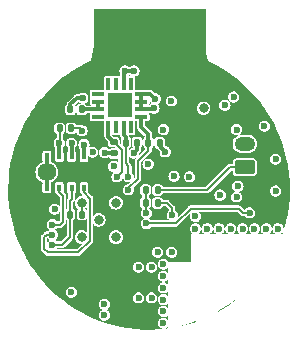
<source format=gbl>
G04 #@! TF.GenerationSoftware,KiCad,Pcbnew,(6.0.1)*
G04 #@! TF.CreationDate,2023-01-15T15:55:40+01:00*
G04 #@! TF.ProjectId,ESP32-IoT-Board-ChipAnt,45535033-322d-4496-9f54-2d426f617264,rev?*
G04 #@! TF.SameCoordinates,Original*
G04 #@! TF.FileFunction,Copper,L4,Bot*
G04 #@! TF.FilePolarity,Positive*
%FSLAX46Y46*%
G04 Gerber Fmt 4.6, Leading zero omitted, Abs format (unit mm)*
G04 Created by KiCad (PCBNEW (6.0.1)) date 2023-01-15 15:55:40*
%MOMM*%
%LPD*%
G01*
G04 APERTURE LIST*
G04 Aperture macros list*
%AMRoundRect*
0 Rectangle with rounded corners*
0 $1 Rounding radius*
0 $2 $3 $4 $5 $6 $7 $8 $9 X,Y pos of 4 corners*
0 Add a 4 corners polygon primitive as box body*
4,1,4,$2,$3,$4,$5,$6,$7,$8,$9,$2,$3,0*
0 Add four circle primitives for the rounded corners*
1,1,$1+$1,$2,$3*
1,1,$1+$1,$4,$5*
1,1,$1+$1,$6,$7*
1,1,$1+$1,$8,$9*
0 Add four rect primitives between the rounded corners*
20,1,$1+$1,$2,$3,$4,$5,0*
20,1,$1+$1,$4,$5,$6,$7,0*
20,1,$1+$1,$6,$7,$8,$9,0*
20,1,$1+$1,$8,$9,$2,$3,0*%
G04 Aperture macros list end*
G04 #@! TA.AperFunction,SMDPad,CuDef*
%ADD10RoundRect,0.140000X-0.140000X-0.170000X0.140000X-0.170000X0.140000X0.170000X-0.140000X0.170000X0*%
G04 #@! TD*
G04 #@! TA.AperFunction,SMDPad,CuDef*
%ADD11RoundRect,0.140000X0.140000X0.170000X-0.140000X0.170000X-0.140000X-0.170000X0.140000X-0.170000X0*%
G04 #@! TD*
G04 #@! TA.AperFunction,SMDPad,CuDef*
%ADD12RoundRect,0.135000X-0.135000X-0.185000X0.135000X-0.185000X0.135000X0.185000X-0.135000X0.185000X0*%
G04 #@! TD*
G04 #@! TA.AperFunction,SMDPad,CuDef*
%ADD13R,0.400000X0.600000*%
G04 #@! TD*
G04 #@! TA.AperFunction,ComponentPad*
%ADD14C,1.560000*%
G04 #@! TD*
G04 #@! TA.AperFunction,SMDPad,CuDef*
%ADD15R,0.350000X1.105000*%
G04 #@! TD*
G04 #@! TA.AperFunction,SMDPad,CuDef*
%ADD16R,1.105000X0.350000*%
G04 #@! TD*
G04 #@! TA.AperFunction,SMDPad,CuDef*
%ADD17R,2.100000X2.100000*%
G04 #@! TD*
G04 #@! TA.AperFunction,SMDPad,CuDef*
%ADD18RoundRect,0.135000X0.135000X0.185000X-0.135000X0.185000X-0.135000X-0.185000X0.135000X-0.185000X0*%
G04 #@! TD*
G04 #@! TA.AperFunction,ComponentPad*
%ADD19RoundRect,0.250000X0.625000X-0.350000X0.625000X0.350000X-0.625000X0.350000X-0.625000X-0.350000X0*%
G04 #@! TD*
G04 #@! TA.AperFunction,ComponentPad*
%ADD20O,1.750000X1.200000*%
G04 #@! TD*
G04 #@! TA.AperFunction,SMDPad,CuDef*
%ADD21RoundRect,0.140000X-0.170000X0.140000X-0.170000X-0.140000X0.170000X-0.140000X0.170000X0.140000X0*%
G04 #@! TD*
G04 #@! TA.AperFunction,ViaPad*
%ADD22C,0.600000*%
G04 #@! TD*
G04 #@! TA.AperFunction,ViaPad*
%ADD23C,0.800000*%
G04 #@! TD*
G04 #@! TA.AperFunction,Conductor*
%ADD24C,0.200000*%
G04 #@! TD*
G04 #@! TA.AperFunction,Conductor*
%ADD25C,0.300000*%
G04 #@! TD*
G04 APERTURE END LIST*
D10*
X143895000Y-103100000D03*
X144855000Y-103100000D03*
D11*
X138255000Y-100300000D03*
X137295000Y-100300000D03*
D12*
X143665000Y-107100000D03*
X144685000Y-107100000D03*
X137265000Y-109200000D03*
X138285000Y-109200000D03*
D13*
X138450000Y-106930000D03*
X137400000Y-106930000D03*
X136350000Y-106930000D03*
X135300000Y-106930000D03*
D14*
X135290000Y-105600000D03*
D13*
X135300000Y-104270000D03*
X136350000Y-104270000D03*
X137400000Y-104270000D03*
X138450000Y-104270000D03*
D10*
X136395000Y-101900000D03*
X137355000Y-101900000D03*
D15*
X140500000Y-98150000D03*
X141150000Y-98150000D03*
X141800000Y-98150000D03*
X142450000Y-98150000D03*
D16*
X143277500Y-98977500D03*
X143277500Y-99627500D03*
X143277500Y-100277500D03*
X143277500Y-100927500D03*
D15*
X142450000Y-101755000D03*
X141800000Y-101755000D03*
X141150000Y-101755000D03*
X140500000Y-101755000D03*
D16*
X139672500Y-100927500D03*
X139672500Y-100277500D03*
X139672500Y-99627500D03*
X139672500Y-98977500D03*
D17*
X141475000Y-99952500D03*
D18*
X144685000Y-108200000D03*
X143665000Y-108200000D03*
D19*
X152075000Y-105200000D03*
D20*
X152075000Y-103200000D03*
D10*
X141995000Y-103100000D03*
X142955000Y-103100000D03*
D21*
X140975000Y-103070000D03*
X140975000Y-104030000D03*
D22*
X135775000Y-110050000D03*
X147875000Y-109350000D03*
X151375000Y-102000000D03*
X154675000Y-107200000D03*
X146075000Y-105950000D03*
X143875000Y-104950000D03*
X135975000Y-108750000D03*
X144175000Y-113650000D03*
X143075000Y-113650000D03*
X137400000Y-103150000D03*
X139175000Y-103900000D03*
X136350000Y-103150000D03*
X140975000Y-105125000D03*
X151375000Y-107700000D03*
X151125000Y-99250000D03*
X141925000Y-97050000D03*
X145175000Y-116400000D03*
X149875000Y-110400000D03*
X138275000Y-102100000D03*
X150875000Y-110400000D03*
D23*
X138255000Y-108200000D03*
D22*
X143075000Y-116250000D03*
X145175000Y-118400000D03*
X138450000Y-103275000D03*
X140175000Y-116800000D03*
X150375000Y-99950000D03*
X148875000Y-110400000D03*
X145325000Y-103875000D03*
X153725000Y-101700000D03*
X154675000Y-104500000D03*
X145875000Y-112400000D03*
X144675000Y-112400000D03*
X147875000Y-110400000D03*
X140200000Y-103950000D03*
X145175000Y-115400000D03*
X144375000Y-100200000D03*
X151875000Y-110400000D03*
X151475000Y-106800000D03*
D23*
X141155000Y-111100000D03*
D22*
X138350000Y-99350000D03*
X144475000Y-99400000D03*
X152875000Y-110400000D03*
X145850000Y-99575000D03*
X137375000Y-115750000D03*
X142675000Y-97050000D03*
X149975000Y-107550000D03*
X145175000Y-114400000D03*
D23*
X138255000Y-111100000D03*
D22*
X145175000Y-117400000D03*
D23*
X141155000Y-108200000D03*
D22*
X147375000Y-106000000D03*
X153875000Y-110400000D03*
D23*
X139705000Y-109650000D03*
D22*
X154875000Y-110400000D03*
X145175000Y-113400000D03*
X142650000Y-104000000D03*
X144175000Y-116250000D03*
X140175000Y-117700000D03*
X145925000Y-109250000D03*
X143725000Y-109950000D03*
X152475000Y-109050000D03*
X135775000Y-110900000D03*
X135775000Y-111750000D03*
D23*
X148575000Y-100200000D03*
D22*
X145175000Y-102000000D03*
X141255000Y-106000000D03*
X142205000Y-106000000D03*
X142205000Y-107100000D03*
X143725000Y-109100000D03*
D24*
X136450000Y-110050000D02*
X135775000Y-110050000D01*
X136675000Y-109825000D02*
X136450000Y-110050000D01*
X136675000Y-107600000D02*
X136675000Y-109825000D01*
X136350000Y-107275000D02*
X136675000Y-107600000D01*
X136350000Y-106930000D02*
X136350000Y-107275000D01*
X136395000Y-101900000D02*
X136395000Y-103105000D01*
X136395000Y-103105000D02*
X136350000Y-103150000D01*
D25*
X136350000Y-104270000D02*
X136350000Y-103150000D01*
X137400000Y-103150000D02*
X137400000Y-104270000D01*
X143277500Y-98977500D02*
X143277500Y-99627500D01*
X144855000Y-103405000D02*
X145325000Y-103875000D01*
X142955000Y-103695000D02*
X142650000Y-104000000D01*
D24*
X137355000Y-101900000D02*
X138075000Y-101900000D01*
X138285000Y-108230000D02*
X138255000Y-108200000D01*
X144685000Y-108200000D02*
X145475000Y-108200000D01*
D25*
X141925000Y-97050000D02*
X142675000Y-97050000D01*
X135300000Y-104270000D02*
X135300000Y-105590000D01*
X143277500Y-99627500D02*
X143277500Y-100277500D01*
X144052500Y-98977500D02*
X144475000Y-99400000D01*
X141800000Y-98150000D02*
X141800000Y-97175000D01*
X140975000Y-104030000D02*
X140280000Y-104030000D01*
D24*
X138285000Y-109200000D02*
X138285000Y-108230000D01*
D25*
X144297500Y-100277500D02*
X144375000Y-100200000D01*
X138450000Y-103275000D02*
X138450000Y-104270000D01*
X142955000Y-103100000D02*
X142955000Y-103695000D01*
X138350000Y-99350000D02*
X137825000Y-99350000D01*
X143277500Y-100277500D02*
X144297500Y-100277500D01*
D24*
X145925000Y-108650000D02*
X145925000Y-109250000D01*
D25*
X135300000Y-105590000D02*
X135290000Y-105600000D01*
X137825000Y-99350000D02*
X137295000Y-99880000D01*
X135300000Y-106930000D02*
X135300000Y-105610000D01*
X144855000Y-103100000D02*
X144855000Y-103405000D01*
D24*
X138075000Y-101900000D02*
X138275000Y-102100000D01*
D25*
X137295000Y-99880000D02*
X137295000Y-100300000D01*
X141800000Y-97175000D02*
X141925000Y-97050000D01*
D24*
X145475000Y-108200000D02*
X145925000Y-108650000D01*
D25*
X140280000Y-104030000D02*
X140200000Y-103950000D01*
X143277500Y-98977500D02*
X144052500Y-98977500D01*
D24*
X146225000Y-109950000D02*
X147475000Y-108700000D01*
X147475000Y-108700000D02*
X151575000Y-108700000D01*
X143725000Y-109950000D02*
X146225000Y-109950000D01*
X151575000Y-108700000D02*
X151925000Y-109050000D01*
X151925000Y-109050000D02*
X152475000Y-109050000D01*
X138450000Y-107325000D02*
X138975000Y-107850000D01*
X135775000Y-110900000D02*
X135275000Y-110900000D01*
X135075000Y-111100000D02*
X135075000Y-112100000D01*
X135075000Y-112100000D02*
X135375000Y-112400000D01*
X138975000Y-111400000D02*
X138975000Y-107850000D01*
X138450000Y-106930000D02*
X138450000Y-107325000D01*
X135375000Y-112400000D02*
X137975000Y-112400000D01*
X137975000Y-112400000D02*
X138975000Y-111400000D01*
X135275000Y-110900000D02*
X135075000Y-111100000D01*
X137265000Y-111110000D02*
X136625000Y-111750000D01*
X137265000Y-109200000D02*
X137265000Y-111110000D01*
X137400000Y-107875000D02*
X137265000Y-108010000D01*
X137265000Y-108010000D02*
X137265000Y-109200000D01*
X137400000Y-107875000D02*
X137400000Y-106930000D01*
X136625000Y-111750000D02*
X135775000Y-111750000D01*
X148875000Y-107100000D02*
X150775000Y-105200000D01*
X144685000Y-107100000D02*
X148875000Y-107100000D01*
X150775000Y-105200000D02*
X152075000Y-105200000D01*
D25*
X138255000Y-100300000D02*
X139650000Y-100300000D01*
X139672500Y-99627500D02*
X139672500Y-100277500D01*
X139650000Y-100300000D02*
X139672500Y-100277500D01*
X140500000Y-101755000D02*
X140500000Y-102595000D01*
D24*
X141625000Y-103700000D02*
X141625000Y-105630000D01*
X141625000Y-105630000D02*
X141255000Y-106000000D01*
D25*
X140500000Y-102595000D02*
X140975000Y-103070000D01*
D24*
X140975000Y-103070000D02*
X140995000Y-103070000D01*
X140995000Y-103070000D02*
X141625000Y-103700000D01*
X141995000Y-103100000D02*
X141995000Y-104870000D01*
X142205000Y-105080000D02*
X142205000Y-106000000D01*
D25*
X141995000Y-102670000D02*
X141995000Y-103100000D01*
D24*
X141995000Y-104870000D02*
X142205000Y-105080000D01*
D25*
X141800000Y-101755000D02*
X141800000Y-102475000D01*
X141800000Y-102475000D02*
X141995000Y-102670000D01*
D24*
X142205000Y-107100000D02*
X142205000Y-106970000D01*
D25*
X143277500Y-100927500D02*
X143277500Y-101802500D01*
D24*
X143025000Y-106150000D02*
X143025000Y-104650000D01*
X143025000Y-104650000D02*
X143895000Y-103780000D01*
X142205000Y-106970000D02*
X143025000Y-106150000D01*
X143895000Y-103780000D02*
X143895000Y-103100000D01*
D25*
X143277500Y-101802500D02*
X143895000Y-102420000D01*
X143895000Y-102420000D02*
X143895000Y-103100000D01*
D24*
X143665000Y-107100000D02*
X143665000Y-108200000D01*
X143665000Y-109040000D02*
X143725000Y-109100000D01*
X143665000Y-108200000D02*
X143665000Y-109040000D01*
G04 #@! TA.AperFunction,NonConductor*
G36*
X155332361Y-110571185D02*
G01*
X155338313Y-110577876D01*
X155338368Y-110585388D01*
X155268418Y-110796868D01*
X155262567Y-110803647D01*
X155257313Y-110804894D01*
X155218680Y-110804902D01*
X155163870Y-110804913D01*
X155155597Y-110801488D01*
X155152168Y-110793215D01*
X155155593Y-110784942D01*
X155157746Y-110783242D01*
X155180507Y-110769267D01*
X155180508Y-110769267D01*
X155181212Y-110768834D01*
X155184272Y-110765454D01*
X155218568Y-110727563D01*
X155272423Y-110668065D01*
X155316732Y-110576612D01*
X155323422Y-110570661D01*
X155332361Y-110571185D01*
G37*
G04 #@! TD.AperFunction*
G04 #@! TA.AperFunction,NonConductor*
G36*
X151233649Y-116463974D02*
G01*
X151235790Y-116472669D01*
X151231585Y-116480000D01*
X151195229Y-116509430D01*
X151194704Y-116509831D01*
X151030625Y-116627820D01*
X151021908Y-116629868D01*
X151014296Y-116625152D01*
X151012248Y-116616434D01*
X151016863Y-116608896D01*
X151217292Y-116461481D01*
X151225987Y-116459340D01*
X151233649Y-116463974D01*
G37*
G04 #@! TD.AperFunction*
G04 #@! TA.AperFunction,NonConductor*
G36*
X150922464Y-116691973D02*
G01*
X150924034Y-116700789D01*
X150919438Y-116707774D01*
X150642771Y-116906726D01*
X150642239Y-116907086D01*
X150088623Y-117259087D01*
X150068561Y-117271843D01*
X150067991Y-117272182D01*
X149821900Y-117409597D01*
X149813007Y-117410639D01*
X149805982Y-117405086D01*
X149804940Y-117396192D01*
X149809894Y-117389525D01*
X150906304Y-116688419D01*
X150915120Y-116686849D01*
X150922464Y-116691973D01*
G37*
G04 #@! TD.AperFunction*
G04 #@! TA.AperFunction,NonConductor*
G36*
X147934681Y-118247846D02*
G01*
X147940049Y-118255014D01*
X147938777Y-118263878D01*
X147932594Y-118268947D01*
X147728372Y-118340730D01*
X147592372Y-118388533D01*
X147591736Y-118388736D01*
X147316842Y-118468058D01*
X146938574Y-118577209D01*
X146937958Y-118577368D01*
X146752774Y-118619526D01*
X146586137Y-118657461D01*
X146577310Y-118655956D01*
X146572132Y-118648650D01*
X146573637Y-118639823D01*
X146580153Y-118634855D01*
X147529444Y-118347860D01*
X147529918Y-118347727D01*
X147632727Y-118321459D01*
X147925817Y-118246574D01*
X147934681Y-118247846D01*
G37*
G04 #@! TD.AperFunction*
G04 #@! TA.AperFunction,NonConductor*
G36*
X145575840Y-118681726D02*
G01*
X145579688Y-118690400D01*
X145579688Y-118833456D01*
X145576261Y-118841729D01*
X145569269Y-118845086D01*
X145343981Y-118869893D01*
X145335382Y-118867392D01*
X145331070Y-118859544D01*
X145333571Y-118850945D01*
X145339622Y-118846976D01*
X145365384Y-118839952D01*
X145376826Y-118832927D01*
X145480507Y-118769267D01*
X145480508Y-118769266D01*
X145481212Y-118768834D01*
X145491592Y-118757366D01*
X145559314Y-118682548D01*
X145567406Y-118678714D01*
X145575840Y-118681726D01*
G37*
G04 #@! TD.AperFunction*
G04 #@! TA.AperFunction,NonConductor*
G36*
X142327313Y-97373927D02*
G01*
X142327996Y-97374672D01*
X142355478Y-97407366D01*
X142355248Y-97407560D01*
X142358659Y-97414650D01*
X142355697Y-97423101D01*
X142346977Y-97427001D01*
X142258210Y-97427001D01*
X142257644Y-97427114D01*
X142257640Y-97427114D01*
X142250964Y-97428442D01*
X142242181Y-97426695D01*
X142237207Y-97419249D01*
X142238954Y-97410466D01*
X142240008Y-97409116D01*
X142241417Y-97407560D01*
X142271477Y-97374349D01*
X142280151Y-97370500D01*
X142319040Y-97370500D01*
X142327313Y-97373927D01*
G37*
G04 #@! TD.AperFunction*
G04 #@! TA.AperFunction,NonConductor*
G36*
X144020472Y-99547236D02*
G01*
X144022908Y-99550797D01*
X144052780Y-99618684D01*
X144068021Y-99653322D01*
X144108412Y-99701373D01*
X144126782Y-99723227D01*
X144155478Y-99757366D01*
X144156173Y-99757828D01*
X144156795Y-99758385D01*
X144156570Y-99758637D01*
X144160898Y-99765092D01*
X144159164Y-99773878D01*
X144155669Y-99777288D01*
X144065011Y-99834489D01*
X144065009Y-99834491D01*
X144064305Y-99834935D01*
X144063757Y-99835556D01*
X144063753Y-99835559D01*
X144032947Y-99870441D01*
X143974332Y-99936810D01*
X143968140Y-99950000D01*
X143968012Y-99950272D01*
X143961394Y-99956305D01*
X143957421Y-99957000D01*
X143944234Y-99957000D01*
X143935961Y-99953573D01*
X143932534Y-99945300D01*
X143935961Y-99937027D01*
X143937734Y-99935572D01*
X143942532Y-99932366D01*
X143952923Y-99925423D01*
X143985809Y-99876207D01*
X143989967Y-99869984D01*
X143989967Y-99869983D01*
X143990607Y-99869026D01*
X143990878Y-99867667D01*
X144000387Y-99819860D01*
X144000387Y-99819858D01*
X144000500Y-99819291D01*
X144000499Y-99555508D01*
X144003926Y-99547236D01*
X144012199Y-99543809D01*
X144020472Y-99547236D01*
G37*
G04 #@! TD.AperFunction*
G04 #@! TA.AperFunction,NonConductor*
G36*
X140840473Y-102413461D02*
G01*
X140841927Y-102415233D01*
X140852077Y-102430423D01*
X140856652Y-102433480D01*
X140899700Y-102462244D01*
X140908474Y-102468107D01*
X140909603Y-102468332D01*
X140909604Y-102468332D01*
X140957640Y-102477887D01*
X140957642Y-102477887D01*
X140958209Y-102478000D01*
X141150000Y-102478000D01*
X141341790Y-102477999D01*
X141342356Y-102477886D01*
X141342360Y-102477886D01*
X141390392Y-102468333D01*
X141390394Y-102468332D01*
X141391526Y-102468107D01*
X141400301Y-102462244D01*
X141443348Y-102433480D01*
X141447923Y-102430423D01*
X141458072Y-102415234D01*
X141465517Y-102410259D01*
X141474300Y-102412006D01*
X141479275Y-102419451D01*
X141479500Y-102421734D01*
X141479500Y-102460500D01*
X141479455Y-102461520D01*
X141475794Y-102503365D01*
X141476060Y-102504357D01*
X141476060Y-102504358D01*
X141486668Y-102543946D01*
X141486889Y-102544942D01*
X141492310Y-102575688D01*
X141494183Y-102586308D01*
X141494695Y-102587196D01*
X141494696Y-102587197D01*
X141500572Y-102597373D01*
X141501740Y-102600193D01*
X141505048Y-102612539D01*
X141505634Y-102613376D01*
X141505635Y-102613378D01*
X141529141Y-102646947D01*
X141529690Y-102647808D01*
X141543895Y-102672412D01*
X141550695Y-102684191D01*
X141551474Y-102684845D01*
X141551476Y-102684847D01*
X141582877Y-102711195D01*
X141583629Y-102711885D01*
X141600545Y-102728801D01*
X141603972Y-102737074D01*
X141600552Y-102745340D01*
X141595127Y-102750775D01*
X141595126Y-102750777D01*
X141594365Y-102751539D01*
X141547594Y-102857332D01*
X141547493Y-102858202D01*
X141547492Y-102858204D01*
X141547272Y-102860098D01*
X141544500Y-102883871D01*
X141544501Y-103047602D01*
X141544501Y-103208710D01*
X141541074Y-103216983D01*
X141532801Y-103220410D01*
X141524528Y-103216983D01*
X141458927Y-103151382D01*
X141455500Y-103143109D01*
X141455499Y-102884211D01*
X141455499Y-102883872D01*
X141452606Y-102859550D01*
X141452382Y-102857667D01*
X141452381Y-102857665D01*
X141452278Y-102856796D01*
X141405323Y-102751085D01*
X141388833Y-102734623D01*
X141330378Y-102676270D01*
X141323461Y-102669365D01*
X141217668Y-102622594D01*
X141216798Y-102622493D01*
X141216796Y-102622492D01*
X141191467Y-102619539D01*
X141191460Y-102619539D01*
X141191129Y-102619500D01*
X140982602Y-102619500D01*
X140974329Y-102616073D01*
X140823927Y-102465671D01*
X140820500Y-102457398D01*
X140820500Y-102421734D01*
X140823927Y-102413461D01*
X140832200Y-102410034D01*
X140840473Y-102413461D01*
G37*
G04 #@! TD.AperFunction*
G04 #@! TA.AperFunction,NonConductor*
G36*
X142953573Y-101276427D02*
G01*
X142957000Y-101284700D01*
X142957000Y-101788000D01*
X142956955Y-101789020D01*
X142953294Y-101830865D01*
X142953560Y-101831857D01*
X142953560Y-101831858D01*
X142964168Y-101871446D01*
X142964389Y-101872442D01*
X142971683Y-101913808D01*
X142972195Y-101914696D01*
X142972196Y-101914697D01*
X142978072Y-101924873D01*
X142979240Y-101927693D01*
X142982548Y-101940039D01*
X142983134Y-101940876D01*
X142983135Y-101940878D01*
X142991849Y-101953322D01*
X143000922Y-101966279D01*
X143006641Y-101974447D01*
X143007189Y-101975306D01*
X143028195Y-102011691D01*
X143028974Y-102012345D01*
X143028976Y-102012347D01*
X143060377Y-102038695D01*
X143061129Y-102039385D01*
X143571073Y-102549329D01*
X143574500Y-102557602D01*
X143574500Y-102666425D01*
X143571080Y-102674691D01*
X143494365Y-102751539D01*
X143447594Y-102857332D01*
X143447493Y-102858202D01*
X143447492Y-102858204D01*
X143447272Y-102860098D01*
X143444500Y-102883871D01*
X143444501Y-103316128D01*
X143444541Y-103316463D01*
X143444541Y-103316465D01*
X143447555Y-103341796D01*
X143447722Y-103343204D01*
X143494677Y-103448915D01*
X143495440Y-103449677D01*
X143495441Y-103449678D01*
X143511074Y-103465284D01*
X143576539Y-103530635D01*
X143604557Y-103543022D01*
X143617531Y-103548758D01*
X143623712Y-103555238D01*
X143624500Y-103559459D01*
X143624500Y-103663109D01*
X143621073Y-103671382D01*
X143118114Y-104174341D01*
X143109841Y-104177768D01*
X143101568Y-104174341D01*
X143098141Y-104166068D01*
X143099312Y-104160967D01*
X143099918Y-104159715D01*
X143106686Y-104145747D01*
X143109747Y-104127556D01*
X143129162Y-104012152D01*
X143129236Y-104011712D01*
X143129331Y-104003915D01*
X143129374Y-104000447D01*
X143129374Y-104000441D01*
X143129379Y-104000000D01*
X143126936Y-103982941D01*
X143129156Y-103974266D01*
X143130239Y-103973017D01*
X143171365Y-103931890D01*
X143172117Y-103931200D01*
X143203522Y-103904848D01*
X143204305Y-103904191D01*
X143220900Y-103875447D01*
X143225308Y-103867813D01*
X143225856Y-103866952D01*
X143249365Y-103833378D01*
X143249366Y-103833376D01*
X143249952Y-103832539D01*
X143253260Y-103820193D01*
X143254428Y-103817373D01*
X143260304Y-103807197D01*
X143260305Y-103807196D01*
X143260817Y-103806308D01*
X143267875Y-103766279D01*
X143268111Y-103764942D01*
X143268332Y-103763946D01*
X143278940Y-103724358D01*
X143278940Y-103724357D01*
X143279206Y-103723365D01*
X143275545Y-103681520D01*
X143275500Y-103680500D01*
X143275500Y-103533575D01*
X143278920Y-103525309D01*
X143283760Y-103520461D01*
X143355635Y-103448461D01*
X143402406Y-103342668D01*
X143405500Y-103316129D01*
X143405499Y-102883872D01*
X143402606Y-102859550D01*
X143402382Y-102857667D01*
X143402381Y-102857665D01*
X143402278Y-102856796D01*
X143355323Y-102751085D01*
X143338833Y-102734623D01*
X143280378Y-102676270D01*
X143273461Y-102669365D01*
X143167668Y-102622594D01*
X143166798Y-102622493D01*
X143166796Y-102622492D01*
X143141467Y-102619539D01*
X143141460Y-102619539D01*
X143141129Y-102619500D01*
X142955275Y-102619500D01*
X142768872Y-102619501D01*
X142768537Y-102619541D01*
X142768535Y-102619541D01*
X142742667Y-102622618D01*
X142742665Y-102622619D01*
X142741796Y-102622722D01*
X142636085Y-102669677D01*
X142635323Y-102670440D01*
X142635322Y-102670441D01*
X142621596Y-102684191D01*
X142554365Y-102751539D01*
X142507594Y-102857332D01*
X142507493Y-102858202D01*
X142507492Y-102858204D01*
X142507272Y-102860098D01*
X142504500Y-102883871D01*
X142504501Y-103316128D01*
X142504541Y-103316463D01*
X142504541Y-103316465D01*
X142507555Y-103341796D01*
X142507722Y-103343204D01*
X142554677Y-103448915D01*
X142555440Y-103449677D01*
X142555441Y-103449678D01*
X142611045Y-103505185D01*
X142614479Y-103513455D01*
X142611059Y-103521731D01*
X142602708Y-103525165D01*
X142589000Y-103525081D01*
X142585774Y-103525061D01*
X142585773Y-103525061D01*
X142584941Y-103525056D01*
X142503676Y-103548282D01*
X142455052Y-103562178D01*
X142455051Y-103562179D01*
X142454255Y-103562406D01*
X142453553Y-103562849D01*
X142340011Y-103634489D01*
X142340009Y-103634491D01*
X142339305Y-103634935D01*
X142338757Y-103635556D01*
X142338753Y-103635559D01*
X142285970Y-103695325D01*
X142277924Y-103699258D01*
X142269455Y-103696350D01*
X142265500Y-103687580D01*
X142265500Y-103559434D01*
X142268927Y-103551161D01*
X142272450Y-103548741D01*
X142285325Y-103543022D01*
X142313915Y-103530323D01*
X142315501Y-103528735D01*
X142368018Y-103476126D01*
X142395635Y-103448461D01*
X142442406Y-103342668D01*
X142445500Y-103316129D01*
X142445499Y-102883872D01*
X142442606Y-102859550D01*
X142442382Y-102857667D01*
X142442381Y-102857665D01*
X142442278Y-102856796D01*
X142395323Y-102751085D01*
X142378833Y-102734623D01*
X142320378Y-102676270D01*
X142316944Y-102668000D01*
X142316989Y-102666970D01*
X142317037Y-102666425D01*
X142319206Y-102641635D01*
X142314138Y-102622722D01*
X142308333Y-102601055D01*
X142308112Y-102600059D01*
X142300995Y-102559700D01*
X142300995Y-102559699D01*
X142300817Y-102558692D01*
X142297390Y-102552756D01*
X142294427Y-102547623D01*
X142293258Y-102544801D01*
X142290217Y-102533452D01*
X142289952Y-102532462D01*
X142265859Y-102498053D01*
X142265313Y-102497196D01*
X142264363Y-102495551D01*
X142263193Y-102486673D01*
X142268644Y-102479568D01*
X142274495Y-102478000D01*
X142628599Y-102477999D01*
X142641790Y-102477999D01*
X142642356Y-102477886D01*
X142642360Y-102477886D01*
X142690392Y-102468333D01*
X142690394Y-102468332D01*
X142691526Y-102468107D01*
X142700301Y-102462244D01*
X142743348Y-102433480D01*
X142747923Y-102430423D01*
X142785607Y-102374026D01*
X142789049Y-102356725D01*
X142795387Y-102324860D01*
X142795387Y-102324858D01*
X142795500Y-102324291D01*
X142795499Y-101284699D01*
X142798926Y-101276427D01*
X142807199Y-101273000D01*
X142945300Y-101273000D01*
X142953573Y-101276427D01*
G37*
G04 #@! TD.AperFunction*
G04 #@! TA.AperFunction,NonConductor*
G36*
X141350652Y-105434553D02*
G01*
X141354500Y-105443227D01*
X141354500Y-105513109D01*
X141351073Y-105521382D01*
X141346736Y-105525719D01*
X141338463Y-105529146D01*
X141335115Y-105528656D01*
X141325857Y-105525887D01*
X141305678Y-105525764D01*
X141270900Y-105525551D01*
X141262648Y-105522073D01*
X141259272Y-105513779D01*
X141262750Y-105505527D01*
X141264850Y-105503880D01*
X141280507Y-105494267D01*
X141280508Y-105494267D01*
X141281212Y-105493834D01*
X141291743Y-105482200D01*
X141334126Y-105435375D01*
X141342218Y-105431541D01*
X141350652Y-105434553D01*
G37*
G04 #@! TD.AperFunction*
G04 #@! TA.AperFunction,NonConductor*
G36*
X141915473Y-105173018D02*
G01*
X141931073Y-105188618D01*
X141934500Y-105196891D01*
X141934500Y-105603122D01*
X141931073Y-105611395D01*
X141929043Y-105613017D01*
X141915344Y-105621660D01*
X141906519Y-105623176D01*
X141899206Y-105618008D01*
X141897626Y-105614048D01*
X141895725Y-105604491D01*
X141895500Y-105602208D01*
X141895500Y-105181291D01*
X141898927Y-105173018D01*
X141907200Y-105169591D01*
X141915473Y-105173018D01*
G37*
G04 #@! TD.AperFunction*
G04 #@! TA.AperFunction,NonConductor*
G36*
X142285473Y-104303893D02*
G01*
X142286156Y-104304638D01*
X142324877Y-104350703D01*
X142330478Y-104357366D01*
X142331171Y-104357828D01*
X142331173Y-104357829D01*
X142418963Y-104416266D01*
X142443622Y-104432680D01*
X142573356Y-104473212D01*
X142650451Y-104474625D01*
X142708421Y-104475688D01*
X142708423Y-104475688D01*
X142709252Y-104475703D01*
X142809752Y-104448303D01*
X142818635Y-104449433D01*
X142824117Y-104456513D01*
X142822558Y-104466090D01*
X142814892Y-104477563D01*
X142814890Y-104477565D01*
X142803813Y-104494143D01*
X142770195Y-104544456D01*
X142770195Y-104544457D01*
X142749201Y-104650000D01*
X142749426Y-104651131D01*
X142754275Y-104675509D01*
X142754500Y-104677792D01*
X142754500Y-106033109D01*
X142751073Y-106041382D01*
X142690600Y-106101855D01*
X142682327Y-106105282D01*
X142674054Y-106101855D01*
X142670627Y-106093582D01*
X142670789Y-106091641D01*
X142684162Y-106012152D01*
X142684236Y-106011712D01*
X142684379Y-106000000D01*
X142682729Y-105988474D01*
X142665229Y-105866279D01*
X142665111Y-105865454D01*
X142664766Y-105864695D01*
X142609197Y-105742479D01*
X142609196Y-105742478D01*
X142608854Y-105741725D01*
X142608313Y-105741097D01*
X142520675Y-105639388D01*
X142520674Y-105639387D01*
X142520132Y-105638758D01*
X142480836Y-105613287D01*
X142475758Y-105605913D01*
X142475500Y-105603470D01*
X142475500Y-105107792D01*
X142475725Y-105105509D01*
X142480574Y-105081131D01*
X142480799Y-105080000D01*
X142465877Y-105004981D01*
X142459805Y-104974456D01*
X142458808Y-104972963D01*
X142427293Y-104925799D01*
X142415113Y-104907570D01*
X142415110Y-104907565D01*
X142415108Y-104907563D01*
X142400019Y-104884981D01*
X142378395Y-104870532D01*
X142376622Y-104869077D01*
X142268927Y-104761382D01*
X142265500Y-104753109D01*
X142265500Y-104312166D01*
X142268927Y-104303893D01*
X142277200Y-104300466D01*
X142285473Y-104303893D01*
G37*
G04 #@! TD.AperFunction*
G04 #@! TA.AperFunction,NonConductor*
G36*
X138699922Y-108576534D02*
G01*
X138704400Y-108584289D01*
X138704500Y-108585816D01*
X138704500Y-108847668D01*
X138701073Y-108855941D01*
X138692800Y-108859368D01*
X138684527Y-108855941D01*
X138682107Y-108852417D01*
X138676570Y-108839951D01*
X138676132Y-108838965D01*
X138673974Y-108836810D01*
X138612601Y-108775545D01*
X138595587Y-108758561D01*
X138562469Y-108743920D01*
X138556288Y-108737441D01*
X138555500Y-108733219D01*
X138555500Y-108694287D01*
X138558927Y-108686014D01*
X138560078Y-108685005D01*
X138560170Y-108684935D01*
X138661886Y-108606886D01*
X138683519Y-108578694D01*
X138691273Y-108574216D01*
X138699922Y-108576534D01*
G37*
G04 #@! TD.AperFunction*
G04 #@! TA.AperFunction,NonConductor*
G36*
X136961931Y-109644763D02*
G01*
X136973778Y-109650000D01*
X136986138Y-109655464D01*
X136987531Y-109656080D01*
X136993712Y-109662559D01*
X136994500Y-109666781D01*
X136994500Y-110993109D01*
X136991073Y-111001382D01*
X136516382Y-111476073D01*
X136508109Y-111479500D01*
X136173683Y-111479500D01*
X136164819Y-111475437D01*
X136090675Y-111389388D01*
X136090674Y-111389387D01*
X136090132Y-111388758D01*
X136089437Y-111388307D01*
X136089434Y-111388305D01*
X136006339Y-111334446D01*
X136001261Y-111327071D01*
X136002885Y-111318264D01*
X136006581Y-111314657D01*
X136080507Y-111269267D01*
X136080508Y-111269266D01*
X136081212Y-111268834D01*
X136092173Y-111256725D01*
X136130470Y-111214414D01*
X136172423Y-111168065D01*
X136231686Y-111045747D01*
X136233993Y-111032038D01*
X136254162Y-110912152D01*
X136254236Y-110911712D01*
X136254379Y-110900000D01*
X136252932Y-110889892D01*
X136244509Y-110831078D01*
X136235111Y-110765454D01*
X136188257Y-110662406D01*
X136179197Y-110642479D01*
X136179196Y-110642478D01*
X136178854Y-110641725D01*
X136168320Y-110629500D01*
X136090675Y-110539388D01*
X136090674Y-110539387D01*
X136090132Y-110538758D01*
X136089437Y-110538307D01*
X136089434Y-110538305D01*
X136006339Y-110484446D01*
X136001261Y-110477071D01*
X136002885Y-110468264D01*
X136006581Y-110464657D01*
X136080507Y-110419267D01*
X136080508Y-110419266D01*
X136081212Y-110418834D01*
X136087659Y-110411712D01*
X136166736Y-110324348D01*
X136175410Y-110320500D01*
X136422208Y-110320500D01*
X136424491Y-110320725D01*
X136450000Y-110325799D01*
X136451131Y-110325574D01*
X136476640Y-110320500D01*
X136554414Y-110305030D01*
X136554415Y-110305030D01*
X136555544Y-110304805D01*
X136557764Y-110303322D01*
X136588873Y-110282535D01*
X136622435Y-110260110D01*
X136622437Y-110260108D01*
X136644061Y-110245659D01*
X136645019Y-110245019D01*
X136659468Y-110223395D01*
X136660923Y-110221622D01*
X136846622Y-110035923D01*
X136848395Y-110034468D01*
X136869061Y-110020659D01*
X136870019Y-110020019D01*
X136885108Y-109997437D01*
X136885112Y-109997433D01*
X136929165Y-109931502D01*
X136929805Y-109930544D01*
X136932581Y-109916588D01*
X136945500Y-109851640D01*
X136945500Y-109851636D01*
X136950798Y-109825000D01*
X136945725Y-109799495D01*
X136945500Y-109797213D01*
X136945500Y-109655464D01*
X136948927Y-109647191D01*
X136957200Y-109643764D01*
X136961931Y-109644763D01*
G37*
G04 #@! TD.AperFunction*
G04 #@! TA.AperFunction,NonConductor*
G36*
X135392080Y-111182011D02*
G01*
X135392754Y-111182746D01*
X135455478Y-111257366D01*
X135456171Y-111257828D01*
X135456173Y-111257829D01*
X135543133Y-111315714D01*
X135548121Y-111323151D01*
X135546390Y-111331937D01*
X135542893Y-111335349D01*
X135465011Y-111384489D01*
X135465009Y-111384491D01*
X135464305Y-111384935D01*
X135463757Y-111385556D01*
X135463753Y-111385559D01*
X135450001Y-111401131D01*
X135374332Y-111486810D01*
X135373978Y-111487564D01*
X135367791Y-111500742D01*
X135361173Y-111506775D01*
X135352228Y-111506361D01*
X135346195Y-111499743D01*
X135345500Y-111495770D01*
X135345500Y-111216891D01*
X135348927Y-111208618D01*
X135375534Y-111182011D01*
X135383807Y-111178584D01*
X135392080Y-111182011D01*
G37*
G04 #@! TD.AperFunction*
G04 #@! TA.AperFunction,NonConductor*
G36*
X148736573Y-91813427D02*
G01*
X148740000Y-91821700D01*
X148740000Y-94493594D01*
X148739107Y-94498078D01*
X148738386Y-94499814D01*
X148737354Y-94499798D01*
X148742408Y-94847036D01*
X148742420Y-94847193D01*
X148742420Y-94847196D01*
X148748086Y-94922033D01*
X148768623Y-95193319D01*
X148815904Y-95537360D01*
X148815936Y-95537519D01*
X148815938Y-95537532D01*
X148884038Y-95877705D01*
X148884073Y-95877878D01*
X148972878Y-96213606D01*
X148973791Y-96213334D01*
X148975076Y-96215020D01*
X148976875Y-96215939D01*
X148977173Y-96216262D01*
X148977648Y-96216810D01*
X148979846Y-96219518D01*
X148980201Y-96219555D01*
X148980443Y-96219818D01*
X148982420Y-96219901D01*
X148983730Y-96220610D01*
X148984071Y-96220709D01*
X149589289Y-96522924D01*
X149589878Y-96523240D01*
X150179746Y-96861141D01*
X150180315Y-96861489D01*
X150720822Y-97213525D01*
X150749946Y-97232494D01*
X150750495Y-97232874D01*
X151298033Y-97635777D01*
X151298560Y-97636188D01*
X151822234Y-98069685D01*
X151822734Y-98070125D01*
X152320813Y-98532784D01*
X152321271Y-98533235D01*
X152591697Y-98814831D01*
X152792159Y-99023574D01*
X152792607Y-99024069D01*
X152889646Y-99137406D01*
X153214920Y-99517312D01*
X153234721Y-99540439D01*
X153235133Y-99540948D01*
X153427227Y-99793114D01*
X153647098Y-100081744D01*
X153647487Y-100082287D01*
X153855382Y-100390172D01*
X154019094Y-100632623D01*
X154027898Y-100645662D01*
X154028254Y-100646221D01*
X154373369Y-101226126D01*
X154375923Y-101230418D01*
X154376242Y-101230991D01*
X154500264Y-101469365D01*
X154690010Y-101834063D01*
X154690301Y-101834664D01*
X154815105Y-102112152D01*
X154969147Y-102454648D01*
X154969390Y-102455230D01*
X155186949Y-103023594D01*
X155212422Y-103090141D01*
X155212643Y-103090772D01*
X155419045Y-103738487D01*
X155419229Y-103739128D01*
X155492668Y-104025061D01*
X155586443Y-104390172D01*
X155588338Y-104397552D01*
X155588484Y-104398196D01*
X155712158Y-105026605D01*
X155719757Y-105065218D01*
X155719866Y-105065871D01*
X155721974Y-105081131D01*
X155812868Y-105739294D01*
X155812940Y-105739958D01*
X155867367Y-106417560D01*
X155867402Y-106418227D01*
X155883082Y-107097865D01*
X155883078Y-107098533D01*
X155859958Y-107777941D01*
X155859916Y-107778607D01*
X155798072Y-108455574D01*
X155797993Y-108456237D01*
X155697621Y-109128611D01*
X155697503Y-109129269D01*
X155696188Y-109135584D01*
X155574755Y-109718834D01*
X155558942Y-109794782D01*
X155558788Y-109795429D01*
X155389591Y-110425484D01*
X155382473Y-110451988D01*
X155382283Y-110452623D01*
X155372587Y-110481937D01*
X155359207Y-110522388D01*
X155353356Y-110529167D01*
X155344425Y-110529822D01*
X155337646Y-110523971D01*
X155336561Y-110516773D01*
X155354162Y-110412152D01*
X155354236Y-110411712D01*
X155354379Y-110400000D01*
X155352878Y-110389515D01*
X155335229Y-110266279D01*
X155335111Y-110265454D01*
X155334766Y-110264695D01*
X155279197Y-110142479D01*
X155279196Y-110142478D01*
X155278854Y-110141725D01*
X155263060Y-110123395D01*
X155190675Y-110039388D01*
X155190674Y-110039387D01*
X155190132Y-110038758D01*
X155189437Y-110038307D01*
X155189434Y-110038305D01*
X155076776Y-109965284D01*
X155076077Y-109964831D01*
X154983003Y-109936996D01*
X154946657Y-109926126D01*
X154946655Y-109926126D01*
X154945857Y-109925887D01*
X154880180Y-109925485D01*
X154810774Y-109925061D01*
X154810773Y-109925061D01*
X154809941Y-109925056D01*
X154740266Y-109944969D01*
X154680052Y-109962178D01*
X154680051Y-109962179D01*
X154679255Y-109962406D01*
X154675412Y-109964831D01*
X154565011Y-110034489D01*
X154565009Y-110034491D01*
X154564305Y-110034935D01*
X154563757Y-110035556D01*
X154563753Y-110035559D01*
X154525463Y-110078915D01*
X154474332Y-110136810D01*
X154416568Y-110259843D01*
X154395657Y-110394143D01*
X154413280Y-110528915D01*
X154413616Y-110529678D01*
X154413616Y-110529679D01*
X154420128Y-110544479D01*
X154468021Y-110653322D01*
X154468560Y-110653963D01*
X154548152Y-110748650D01*
X154555478Y-110757366D01*
X154556171Y-110757828D01*
X154556173Y-110757829D01*
X154594877Y-110783592D01*
X154599865Y-110791029D01*
X154598134Y-110799815D01*
X154590697Y-110804803D01*
X154588397Y-110805032D01*
X154163534Y-110805119D01*
X154155262Y-110801694D01*
X154151833Y-110793421D01*
X154155258Y-110785148D01*
X154157411Y-110783448D01*
X154180507Y-110769267D01*
X154180508Y-110769266D01*
X154181212Y-110768834D01*
X154184272Y-110765454D01*
X154218568Y-110727563D01*
X154272423Y-110668065D01*
X154331686Y-110545747D01*
X154331900Y-110544479D01*
X154354162Y-110412152D01*
X154354236Y-110411712D01*
X154354379Y-110400000D01*
X154352878Y-110389515D01*
X154335229Y-110266279D01*
X154335111Y-110265454D01*
X154334766Y-110264695D01*
X154279197Y-110142479D01*
X154279196Y-110142478D01*
X154278854Y-110141725D01*
X154263060Y-110123395D01*
X154190675Y-110039388D01*
X154190674Y-110039387D01*
X154190132Y-110038758D01*
X154189437Y-110038307D01*
X154189434Y-110038305D01*
X154076776Y-109965284D01*
X154076077Y-109964831D01*
X153983003Y-109936996D01*
X153946657Y-109926126D01*
X153946655Y-109926126D01*
X153945857Y-109925887D01*
X153880180Y-109925485D01*
X153810774Y-109925061D01*
X153810773Y-109925061D01*
X153809941Y-109925056D01*
X153740266Y-109944969D01*
X153680052Y-109962178D01*
X153680051Y-109962179D01*
X153679255Y-109962406D01*
X153675412Y-109964831D01*
X153565011Y-110034489D01*
X153565009Y-110034491D01*
X153564305Y-110034935D01*
X153563757Y-110035556D01*
X153563753Y-110035559D01*
X153525463Y-110078915D01*
X153474332Y-110136810D01*
X153416568Y-110259843D01*
X153395657Y-110394143D01*
X153413280Y-110528915D01*
X153413616Y-110529678D01*
X153413616Y-110529679D01*
X153420128Y-110544479D01*
X153468021Y-110653322D01*
X153468560Y-110653963D01*
X153548152Y-110748650D01*
X153555478Y-110757366D01*
X153556171Y-110757828D01*
X153556173Y-110757829D01*
X153595185Y-110783797D01*
X153600173Y-110791234D01*
X153598442Y-110800020D01*
X153591005Y-110805008D01*
X153588704Y-110805237D01*
X153552576Y-110805244D01*
X153163200Y-110805324D01*
X153154927Y-110801899D01*
X153151498Y-110793626D01*
X153154923Y-110785353D01*
X153157074Y-110783655D01*
X153181212Y-110768834D01*
X153184272Y-110765454D01*
X153218568Y-110727563D01*
X153272423Y-110668065D01*
X153331686Y-110545747D01*
X153331900Y-110544479D01*
X153354162Y-110412152D01*
X153354236Y-110411712D01*
X153354379Y-110400000D01*
X153352878Y-110389515D01*
X153335229Y-110266279D01*
X153335111Y-110265454D01*
X153334766Y-110264695D01*
X153279197Y-110142479D01*
X153279196Y-110142478D01*
X153278854Y-110141725D01*
X153263060Y-110123395D01*
X153190675Y-110039388D01*
X153190674Y-110039387D01*
X153190132Y-110038758D01*
X153189437Y-110038307D01*
X153189434Y-110038305D01*
X153076776Y-109965284D01*
X153076077Y-109964831D01*
X152983003Y-109936996D01*
X152946657Y-109926126D01*
X152946655Y-109926126D01*
X152945857Y-109925887D01*
X152880180Y-109925485D01*
X152810774Y-109925061D01*
X152810773Y-109925061D01*
X152809941Y-109925056D01*
X152740266Y-109944969D01*
X152680052Y-109962178D01*
X152680051Y-109962179D01*
X152679255Y-109962406D01*
X152675412Y-109964831D01*
X152565011Y-110034489D01*
X152565009Y-110034491D01*
X152564305Y-110034935D01*
X152563757Y-110035556D01*
X152563753Y-110035559D01*
X152525463Y-110078915D01*
X152474332Y-110136810D01*
X152416568Y-110259843D01*
X152395657Y-110394143D01*
X152413280Y-110528915D01*
X152413616Y-110529678D01*
X152413616Y-110529679D01*
X152420128Y-110544479D01*
X152468021Y-110653322D01*
X152468560Y-110653963D01*
X152548152Y-110748650D01*
X152555478Y-110757366D01*
X152556171Y-110757828D01*
X152556173Y-110757829D01*
X152595493Y-110784002D01*
X152600481Y-110791439D01*
X152598750Y-110800225D01*
X152591313Y-110805213D01*
X152589013Y-110805442D01*
X152546437Y-110805451D01*
X152162866Y-110805529D01*
X152154593Y-110802104D01*
X152151164Y-110793831D01*
X152154589Y-110785558D01*
X152156739Y-110783860D01*
X152181212Y-110768834D01*
X152184272Y-110765454D01*
X152218568Y-110727563D01*
X152272423Y-110668065D01*
X152331686Y-110545747D01*
X152331900Y-110544479D01*
X152354162Y-110412152D01*
X152354236Y-110411712D01*
X152354379Y-110400000D01*
X152352878Y-110389515D01*
X152335229Y-110266279D01*
X152335111Y-110265454D01*
X152334766Y-110264695D01*
X152279197Y-110142479D01*
X152279196Y-110142478D01*
X152278854Y-110141725D01*
X152263060Y-110123395D01*
X152190675Y-110039388D01*
X152190674Y-110039387D01*
X152190132Y-110038758D01*
X152189437Y-110038307D01*
X152189434Y-110038305D01*
X152076776Y-109965284D01*
X152076077Y-109964831D01*
X151983003Y-109936996D01*
X151946657Y-109926126D01*
X151946655Y-109926126D01*
X151945857Y-109925887D01*
X151880180Y-109925485D01*
X151810774Y-109925061D01*
X151810773Y-109925061D01*
X151809941Y-109925056D01*
X151740266Y-109944969D01*
X151680052Y-109962178D01*
X151680051Y-109962179D01*
X151679255Y-109962406D01*
X151675412Y-109964831D01*
X151565011Y-110034489D01*
X151565009Y-110034491D01*
X151564305Y-110034935D01*
X151563757Y-110035556D01*
X151563753Y-110035559D01*
X151525463Y-110078915D01*
X151474332Y-110136810D01*
X151416568Y-110259843D01*
X151395657Y-110394143D01*
X151413280Y-110528915D01*
X151413616Y-110529678D01*
X151413616Y-110529679D01*
X151420128Y-110544479D01*
X151468021Y-110653322D01*
X151468560Y-110653963D01*
X151548152Y-110748650D01*
X151555478Y-110757366D01*
X151556171Y-110757828D01*
X151556173Y-110757829D01*
X151568868Y-110766279D01*
X151595802Y-110784208D01*
X151600790Y-110791644D01*
X151599059Y-110800430D01*
X151591622Y-110805418D01*
X151589321Y-110805647D01*
X151162531Y-110805735D01*
X151154258Y-110802310D01*
X151150829Y-110794037D01*
X151154254Y-110785764D01*
X151156407Y-110784064D01*
X151157077Y-110783653D01*
X151181212Y-110768834D01*
X151184272Y-110765454D01*
X151218568Y-110727563D01*
X151272423Y-110668065D01*
X151331686Y-110545747D01*
X151331900Y-110544479D01*
X151354162Y-110412152D01*
X151354236Y-110411712D01*
X151354379Y-110400000D01*
X151352878Y-110389515D01*
X151335229Y-110266279D01*
X151335111Y-110265454D01*
X151334766Y-110264695D01*
X151279197Y-110142479D01*
X151279196Y-110142478D01*
X151278854Y-110141725D01*
X151263060Y-110123395D01*
X151190675Y-110039388D01*
X151190674Y-110039387D01*
X151190132Y-110038758D01*
X151189437Y-110038307D01*
X151189434Y-110038305D01*
X151076776Y-109965284D01*
X151076077Y-109964831D01*
X150983003Y-109936996D01*
X150946657Y-109926126D01*
X150946655Y-109926126D01*
X150945857Y-109925887D01*
X150880180Y-109925485D01*
X150810774Y-109925061D01*
X150810773Y-109925061D01*
X150809941Y-109925056D01*
X150740266Y-109944969D01*
X150680052Y-109962178D01*
X150680051Y-109962179D01*
X150679255Y-109962406D01*
X150675412Y-109964831D01*
X150565011Y-110034489D01*
X150565009Y-110034491D01*
X150564305Y-110034935D01*
X150563757Y-110035556D01*
X150563753Y-110035559D01*
X150525463Y-110078915D01*
X150474332Y-110136810D01*
X150416568Y-110259843D01*
X150395657Y-110394143D01*
X150413280Y-110528915D01*
X150413616Y-110529678D01*
X150413616Y-110529679D01*
X150420128Y-110544479D01*
X150468021Y-110653322D01*
X150468560Y-110653963D01*
X150548152Y-110748650D01*
X150555478Y-110757366D01*
X150556171Y-110757828D01*
X150556173Y-110757829D01*
X150596110Y-110784413D01*
X150601098Y-110791850D01*
X150599367Y-110800636D01*
X150591930Y-110805624D01*
X150589630Y-110805853D01*
X150162196Y-110805941D01*
X150153924Y-110802516D01*
X150150495Y-110794243D01*
X150153920Y-110785970D01*
X150156073Y-110784271D01*
X150180502Y-110769271D01*
X150180507Y-110769267D01*
X150181212Y-110768834D01*
X150184272Y-110765454D01*
X150218568Y-110727563D01*
X150272423Y-110668065D01*
X150331686Y-110545747D01*
X150331900Y-110544479D01*
X150354162Y-110412152D01*
X150354236Y-110411712D01*
X150354379Y-110400000D01*
X150352878Y-110389515D01*
X150335229Y-110266279D01*
X150335111Y-110265454D01*
X150334766Y-110264695D01*
X150279197Y-110142479D01*
X150279196Y-110142478D01*
X150278854Y-110141725D01*
X150263060Y-110123395D01*
X150190675Y-110039388D01*
X150190674Y-110039387D01*
X150190132Y-110038758D01*
X150189437Y-110038307D01*
X150189434Y-110038305D01*
X150076776Y-109965284D01*
X150076077Y-109964831D01*
X149983003Y-109936996D01*
X149946657Y-109926126D01*
X149946655Y-109926126D01*
X149945857Y-109925887D01*
X149880180Y-109925485D01*
X149810774Y-109925061D01*
X149810773Y-109925061D01*
X149809941Y-109925056D01*
X149740266Y-109944969D01*
X149680052Y-109962178D01*
X149680051Y-109962179D01*
X149679255Y-109962406D01*
X149675412Y-109964831D01*
X149565011Y-110034489D01*
X149565009Y-110034491D01*
X149564305Y-110034935D01*
X149563757Y-110035556D01*
X149563753Y-110035559D01*
X149525463Y-110078915D01*
X149474332Y-110136810D01*
X149416568Y-110259843D01*
X149395657Y-110394143D01*
X149413280Y-110528915D01*
X149413616Y-110529678D01*
X149413616Y-110529679D01*
X149420128Y-110544479D01*
X149468021Y-110653322D01*
X149468560Y-110653963D01*
X149548152Y-110748650D01*
X149555478Y-110757366D01*
X149556171Y-110757828D01*
X149556173Y-110757829D01*
X149568868Y-110766279D01*
X149595898Y-110784271D01*
X149596419Y-110784618D01*
X149601407Y-110792055D01*
X149599676Y-110800841D01*
X149592239Y-110805829D01*
X149589939Y-110806058D01*
X149161861Y-110806146D01*
X149153589Y-110802721D01*
X149150160Y-110794448D01*
X149153585Y-110786175D01*
X149155738Y-110784475D01*
X149180507Y-110769267D01*
X149180508Y-110769266D01*
X149181212Y-110768834D01*
X149184272Y-110765454D01*
X149218568Y-110727563D01*
X149272423Y-110668065D01*
X149331686Y-110545747D01*
X149331900Y-110544479D01*
X149354162Y-110412152D01*
X149354236Y-110411712D01*
X149354379Y-110400000D01*
X149352878Y-110389515D01*
X149335229Y-110266279D01*
X149335111Y-110265454D01*
X149334766Y-110264695D01*
X149279197Y-110142479D01*
X149279196Y-110142478D01*
X149278854Y-110141725D01*
X149263060Y-110123395D01*
X149190675Y-110039388D01*
X149190674Y-110039387D01*
X149190132Y-110038758D01*
X149189437Y-110038307D01*
X149189434Y-110038305D01*
X149076776Y-109965284D01*
X149076077Y-109964831D01*
X148983003Y-109936996D01*
X148946657Y-109926126D01*
X148946655Y-109926126D01*
X148945857Y-109925887D01*
X148880180Y-109925485D01*
X148810774Y-109925061D01*
X148810773Y-109925061D01*
X148809941Y-109925056D01*
X148740266Y-109944969D01*
X148680052Y-109962178D01*
X148680051Y-109962179D01*
X148679255Y-109962406D01*
X148675412Y-109964831D01*
X148565011Y-110034489D01*
X148565009Y-110034491D01*
X148564305Y-110034935D01*
X148563757Y-110035556D01*
X148563753Y-110035559D01*
X148525463Y-110078915D01*
X148474332Y-110136810D01*
X148416568Y-110259843D01*
X148395657Y-110394143D01*
X148413280Y-110528915D01*
X148413616Y-110529678D01*
X148413616Y-110529679D01*
X148420128Y-110544479D01*
X148468021Y-110653322D01*
X148468560Y-110653963D01*
X148548152Y-110748650D01*
X148555478Y-110757366D01*
X148556171Y-110757828D01*
X148556173Y-110757829D01*
X148568868Y-110766279D01*
X148595898Y-110784271D01*
X148596727Y-110784823D01*
X148601715Y-110792260D01*
X148599984Y-110801046D01*
X148592547Y-110806034D01*
X148590246Y-110806263D01*
X148573269Y-110806266D01*
X148161528Y-110806351D01*
X148153255Y-110802926D01*
X148149826Y-110794653D01*
X148153251Y-110786380D01*
X148155404Y-110784680D01*
X148156175Y-110784207D01*
X148181212Y-110768834D01*
X148184272Y-110765454D01*
X148218568Y-110727563D01*
X148272423Y-110668065D01*
X148331686Y-110545747D01*
X148331900Y-110544479D01*
X148354162Y-110412152D01*
X148354236Y-110411712D01*
X148354379Y-110400000D01*
X148352878Y-110389515D01*
X148335229Y-110266279D01*
X148335111Y-110265454D01*
X148334766Y-110264695D01*
X148279197Y-110142479D01*
X148279196Y-110142478D01*
X148278854Y-110141725D01*
X148263060Y-110123395D01*
X148190675Y-110039388D01*
X148190674Y-110039387D01*
X148190132Y-110038758D01*
X148189437Y-110038307D01*
X148189434Y-110038305D01*
X148076776Y-109965284D01*
X148076077Y-109964831D01*
X147983003Y-109936996D01*
X147946657Y-109926126D01*
X147946655Y-109926126D01*
X147945857Y-109925887D01*
X147880180Y-109925485D01*
X147810774Y-109925061D01*
X147810773Y-109925061D01*
X147809941Y-109925056D01*
X147740266Y-109944969D01*
X147680052Y-109962178D01*
X147680051Y-109962179D01*
X147679255Y-109962406D01*
X147675412Y-109964831D01*
X147565011Y-110034489D01*
X147565009Y-110034491D01*
X147564305Y-110034935D01*
X147563757Y-110035556D01*
X147563753Y-110035559D01*
X147525463Y-110078915D01*
X147474332Y-110136810D01*
X147416568Y-110259843D01*
X147395657Y-110394143D01*
X147413280Y-110528915D01*
X147413616Y-110529678D01*
X147413616Y-110529679D01*
X147420128Y-110544479D01*
X147468021Y-110653322D01*
X147468560Y-110653963D01*
X147548152Y-110748650D01*
X147555478Y-110757366D01*
X147556171Y-110757828D01*
X147556173Y-110757829D01*
X147573363Y-110769271D01*
X147596727Y-110784823D01*
X147597036Y-110785029D01*
X147602024Y-110792466D01*
X147600293Y-110801252D01*
X147592856Y-110806240D01*
X147590557Y-110806469D01*
X147524971Y-110806482D01*
X147524971Y-113194729D01*
X147521544Y-113203002D01*
X147513219Y-113206429D01*
X146589121Y-113202298D01*
X145611889Y-113197930D01*
X145603632Y-113194466D01*
X145601293Y-113191076D01*
X145578854Y-113141725D01*
X145490132Y-113038758D01*
X145489437Y-113038307D01*
X145489434Y-113038305D01*
X145376776Y-112965284D01*
X145376077Y-112964831D01*
X145310967Y-112945359D01*
X145246657Y-112926126D01*
X145246655Y-112926126D01*
X145245857Y-112925887D01*
X145180180Y-112925485D01*
X145110774Y-112925061D01*
X145110773Y-112925061D01*
X145109941Y-112925056D01*
X145028676Y-112948282D01*
X144980052Y-112962178D01*
X144980051Y-112962179D01*
X144979255Y-112962406D01*
X144975412Y-112964831D01*
X144865011Y-113034489D01*
X144865009Y-113034491D01*
X144864305Y-113034935D01*
X144863757Y-113035556D01*
X144863753Y-113035559D01*
X144816240Y-113089359D01*
X144774332Y-113136810D01*
X144716568Y-113259843D01*
X144695657Y-113394143D01*
X144713280Y-113528915D01*
X144713616Y-113529678D01*
X144713616Y-113529679D01*
X144755154Y-113624079D01*
X144768021Y-113653322D01*
X144855478Y-113757366D01*
X144856171Y-113757828D01*
X144856173Y-113757829D01*
X144914270Y-113796501D01*
X144968622Y-113832680D01*
X145098356Y-113873212D01*
X145175451Y-113874625D01*
X145233421Y-113875688D01*
X145233423Y-113875688D01*
X145234252Y-113875703D01*
X145365384Y-113839952D01*
X145376826Y-113832927D01*
X145480507Y-113769267D01*
X145480508Y-113769266D01*
X145481212Y-113768834D01*
X145491592Y-113757366D01*
X145559314Y-113682548D01*
X145567406Y-113678714D01*
X145575840Y-113681726D01*
X145579688Y-113690400D01*
X145579688Y-114111190D01*
X145576261Y-114119463D01*
X145567988Y-114122890D01*
X145559124Y-114118827D01*
X145490675Y-114039388D01*
X145490674Y-114039387D01*
X145490132Y-114038758D01*
X145489437Y-114038307D01*
X145489434Y-114038305D01*
X145376776Y-113965284D01*
X145376077Y-113964831D01*
X145310967Y-113945359D01*
X145246657Y-113926126D01*
X145246655Y-113926126D01*
X145245857Y-113925887D01*
X145180180Y-113925485D01*
X145110774Y-113925061D01*
X145110773Y-113925061D01*
X145109941Y-113925056D01*
X145028676Y-113948282D01*
X144980052Y-113962178D01*
X144980051Y-113962179D01*
X144979255Y-113962406D01*
X144975412Y-113964831D01*
X144865011Y-114034489D01*
X144865009Y-114034491D01*
X144864305Y-114034935D01*
X144863757Y-114035556D01*
X144863753Y-114035559D01*
X144822544Y-114082220D01*
X144774332Y-114136810D01*
X144716568Y-114259843D01*
X144695657Y-114394143D01*
X144713280Y-114528915D01*
X144713616Y-114529678D01*
X144713616Y-114529679D01*
X144719457Y-114542954D01*
X144768021Y-114653322D01*
X144855478Y-114757366D01*
X144856171Y-114757828D01*
X144856173Y-114757829D01*
X144957724Y-114825426D01*
X144968622Y-114832680D01*
X145098356Y-114873212D01*
X145175451Y-114874625D01*
X145233421Y-114875688D01*
X145233423Y-114875688D01*
X145234252Y-114875703D01*
X145365384Y-114839952D01*
X145376826Y-114832927D01*
X145480507Y-114769267D01*
X145480508Y-114769266D01*
X145481212Y-114768834D01*
X145491592Y-114757366D01*
X145559314Y-114682548D01*
X145567406Y-114678714D01*
X145575840Y-114681726D01*
X145579688Y-114690400D01*
X145579688Y-115111190D01*
X145576261Y-115119463D01*
X145567988Y-115122890D01*
X145559124Y-115118827D01*
X145490675Y-115039388D01*
X145490674Y-115039387D01*
X145490132Y-115038758D01*
X145489437Y-115038307D01*
X145489434Y-115038305D01*
X145376776Y-114965284D01*
X145376077Y-114964831D01*
X145310967Y-114945359D01*
X145246657Y-114926126D01*
X145246655Y-114926126D01*
X145245857Y-114925887D01*
X145180180Y-114925485D01*
X145110774Y-114925061D01*
X145110773Y-114925061D01*
X145109941Y-114925056D01*
X145028676Y-114948282D01*
X144980052Y-114962178D01*
X144980051Y-114962179D01*
X144979255Y-114962406D01*
X144975412Y-114964831D01*
X144865011Y-115034489D01*
X144865009Y-115034491D01*
X144864305Y-115034935D01*
X144863757Y-115035556D01*
X144863753Y-115035559D01*
X144842607Y-115059503D01*
X144774332Y-115136810D01*
X144716568Y-115259843D01*
X144695657Y-115394143D01*
X144713280Y-115528915D01*
X144713616Y-115529678D01*
X144713616Y-115529679D01*
X144755154Y-115624079D01*
X144768021Y-115653322D01*
X144768560Y-115653963D01*
X144848916Y-115749559D01*
X144855478Y-115757366D01*
X144856171Y-115757828D01*
X144856173Y-115757829D01*
X144883302Y-115775887D01*
X144968622Y-115832680D01*
X145098356Y-115873212D01*
X145175451Y-115874625D01*
X145233421Y-115875688D01*
X145233423Y-115875688D01*
X145234252Y-115875703D01*
X145365384Y-115839952D01*
X145376826Y-115832927D01*
X145480507Y-115769267D01*
X145480508Y-115769266D01*
X145481212Y-115768834D01*
X145487260Y-115762152D01*
X145559314Y-115682548D01*
X145567406Y-115678714D01*
X145575840Y-115681726D01*
X145579688Y-115690400D01*
X145579688Y-116111190D01*
X145576261Y-116119463D01*
X145567988Y-116122890D01*
X145559124Y-116118827D01*
X145490675Y-116039388D01*
X145490674Y-116039387D01*
X145490132Y-116038758D01*
X145489437Y-116038307D01*
X145489434Y-116038305D01*
X145376776Y-115965284D01*
X145376077Y-115964831D01*
X145310967Y-115945359D01*
X145246657Y-115926126D01*
X145246655Y-115926126D01*
X145245857Y-115925887D01*
X145180180Y-115925485D01*
X145110774Y-115925061D01*
X145110773Y-115925061D01*
X145109941Y-115925056D01*
X145028676Y-115948282D01*
X144980052Y-115962178D01*
X144980051Y-115962179D01*
X144979255Y-115962406D01*
X144975412Y-115964831D01*
X144865011Y-116034489D01*
X144865009Y-116034491D01*
X144864305Y-116034935D01*
X144863757Y-116035556D01*
X144863753Y-116035559D01*
X144816240Y-116089359D01*
X144774332Y-116136810D01*
X144716568Y-116259843D01*
X144695657Y-116394143D01*
X144713280Y-116528915D01*
X144713616Y-116529678D01*
X144713616Y-116529679D01*
X144719248Y-116542479D01*
X144768021Y-116653322D01*
X144780414Y-116668065D01*
X144826782Y-116723227D01*
X144855478Y-116757366D01*
X144856171Y-116757828D01*
X144856173Y-116757829D01*
X144910728Y-116794143D01*
X144968622Y-116832680D01*
X145098356Y-116873212D01*
X145175451Y-116874625D01*
X145233421Y-116875688D01*
X145233423Y-116875688D01*
X145234252Y-116875703D01*
X145365384Y-116839952D01*
X145376826Y-116832927D01*
X145480507Y-116769267D01*
X145480508Y-116769266D01*
X145481212Y-116768834D01*
X145491592Y-116757366D01*
X145559314Y-116682548D01*
X145567406Y-116678714D01*
X145575840Y-116681726D01*
X145579688Y-116690400D01*
X145579688Y-117111190D01*
X145576261Y-117119463D01*
X145567988Y-117122890D01*
X145559124Y-117118827D01*
X145490675Y-117039388D01*
X145490674Y-117039387D01*
X145490132Y-117038758D01*
X145489437Y-117038307D01*
X145489434Y-117038305D01*
X145376776Y-116965284D01*
X145376077Y-116964831D01*
X145258537Y-116929679D01*
X145246657Y-116926126D01*
X145246655Y-116926126D01*
X145245857Y-116925887D01*
X145180180Y-116925485D01*
X145110774Y-116925061D01*
X145110773Y-116925061D01*
X145109941Y-116925056D01*
X145040431Y-116944922D01*
X144980052Y-116962178D01*
X144980051Y-116962179D01*
X144979255Y-116962406D01*
X144975412Y-116964831D01*
X144865011Y-117034489D01*
X144865009Y-117034491D01*
X144864305Y-117034935D01*
X144863757Y-117035556D01*
X144863753Y-117035559D01*
X144834499Y-117068684D01*
X144774332Y-117136810D01*
X144716568Y-117259843D01*
X144695657Y-117394143D01*
X144713280Y-117528915D01*
X144768021Y-117653322D01*
X144855478Y-117757366D01*
X144856171Y-117757828D01*
X144856173Y-117757829D01*
X144957724Y-117825426D01*
X144968622Y-117832680D01*
X145098356Y-117873212D01*
X145175451Y-117874625D01*
X145233421Y-117875688D01*
X145233423Y-117875688D01*
X145234252Y-117875703D01*
X145365384Y-117839952D01*
X145376826Y-117832927D01*
X145480507Y-117769267D01*
X145480508Y-117769266D01*
X145481212Y-117768834D01*
X145491592Y-117757366D01*
X145559314Y-117682548D01*
X145567406Y-117678714D01*
X145575840Y-117681726D01*
X145579688Y-117690400D01*
X145579688Y-118111190D01*
X145576261Y-118119463D01*
X145567988Y-118122890D01*
X145559124Y-118118827D01*
X145490675Y-118039388D01*
X145490674Y-118039387D01*
X145490132Y-118038758D01*
X145489437Y-118038307D01*
X145489434Y-118038305D01*
X145376776Y-117965284D01*
X145376077Y-117964831D01*
X145310967Y-117945359D01*
X145246657Y-117926126D01*
X145246655Y-117926126D01*
X145245857Y-117925887D01*
X145180180Y-117925485D01*
X145110774Y-117925061D01*
X145110773Y-117925061D01*
X145109941Y-117925056D01*
X145028676Y-117948282D01*
X144980052Y-117962178D01*
X144980051Y-117962179D01*
X144979255Y-117962406D01*
X144975412Y-117964831D01*
X144865011Y-118034489D01*
X144865009Y-118034491D01*
X144864305Y-118034935D01*
X144863757Y-118035556D01*
X144863753Y-118035559D01*
X144834366Y-118068834D01*
X144774332Y-118136810D01*
X144716568Y-118259843D01*
X144695657Y-118394143D01*
X144713280Y-118528915D01*
X144768021Y-118653322D01*
X144855478Y-118757366D01*
X144856171Y-118757828D01*
X144856173Y-118757829D01*
X144957724Y-118825426D01*
X144968622Y-118832680D01*
X145098356Y-118873212D01*
X145100554Y-118873252D01*
X145108762Y-118876829D01*
X145112038Y-118885163D01*
X145108461Y-118893372D01*
X145101621Y-118896580D01*
X145019571Y-118905615D01*
X144927675Y-118915734D01*
X144927032Y-118915786D01*
X144655581Y-118930073D01*
X144248159Y-118951517D01*
X144247491Y-118951533D01*
X143907594Y-118950004D01*
X143567680Y-118948475D01*
X143567046Y-118948455D01*
X142888504Y-118906615D01*
X142887863Y-118906557D01*
X142212814Y-118826072D01*
X142212181Y-118825978D01*
X141542828Y-118707112D01*
X141542174Y-118706976D01*
X140880732Y-118550123D01*
X140880087Y-118549951D01*
X140690054Y-118493259D01*
X140228629Y-118355604D01*
X140228029Y-118355407D01*
X139588709Y-118124204D01*
X139588121Y-118123972D01*
X139124898Y-117925887D01*
X138963053Y-117856678D01*
X138962447Y-117856398D01*
X138635919Y-117694143D01*
X139695657Y-117694143D01*
X139713280Y-117828915D01*
X139713616Y-117829678D01*
X139713616Y-117829679D01*
X139715045Y-117832927D01*
X139768021Y-117953322D01*
X139768560Y-117953963D01*
X139839837Y-118038758D01*
X139855478Y-118057366D01*
X139856171Y-118057828D01*
X139856173Y-118057829D01*
X139955529Y-118123965D01*
X139968622Y-118132680D01*
X140098356Y-118173212D01*
X140175451Y-118174625D01*
X140233421Y-118175688D01*
X140233423Y-118175688D01*
X140234252Y-118175703D01*
X140365384Y-118139952D01*
X140369274Y-118137564D01*
X140480507Y-118069267D01*
X140480508Y-118069266D01*
X140481212Y-118068834D01*
X140492173Y-118056725D01*
X140512299Y-118034489D01*
X140572423Y-117968065D01*
X140573771Y-117965284D01*
X140617172Y-117875703D01*
X140631686Y-117845747D01*
X140632735Y-117839515D01*
X140654162Y-117712152D01*
X140654236Y-117711712D01*
X140654379Y-117700000D01*
X140635111Y-117565454D01*
X140634766Y-117564695D01*
X140579197Y-117442479D01*
X140579196Y-117442478D01*
X140578854Y-117441725D01*
X140539620Y-117396192D01*
X140490675Y-117339388D01*
X140490674Y-117339387D01*
X140490132Y-117338758D01*
X140489437Y-117338307D01*
X140489434Y-117338305D01*
X140376776Y-117265284D01*
X140376077Y-117264831D01*
X140366337Y-117261918D01*
X140359392Y-117256265D01*
X140358480Y-117247357D01*
X140364133Y-117240412D01*
X140364696Y-117240140D01*
X140365384Y-117239952D01*
X140366087Y-117239520D01*
X140366090Y-117239519D01*
X140480507Y-117169267D01*
X140480508Y-117169266D01*
X140481212Y-117168834D01*
X140492173Y-117156725D01*
X140509516Y-117137564D01*
X140572423Y-117068065D01*
X140631686Y-116945747D01*
X140644957Y-116866869D01*
X140654162Y-116812152D01*
X140654236Y-116811712D01*
X140654379Y-116800000D01*
X140648274Y-116757366D01*
X140635229Y-116666279D01*
X140635111Y-116665454D01*
X140634766Y-116664695D01*
X140579197Y-116542479D01*
X140579196Y-116542478D01*
X140578854Y-116541725D01*
X140558467Y-116518065D01*
X140490675Y-116439388D01*
X140490674Y-116439387D01*
X140490132Y-116438758D01*
X140489437Y-116438307D01*
X140489434Y-116438305D01*
X140376776Y-116365284D01*
X140376077Y-116364831D01*
X140310967Y-116345359D01*
X140246657Y-116326126D01*
X140246655Y-116326126D01*
X140245857Y-116325887D01*
X140180180Y-116325485D01*
X140110774Y-116325061D01*
X140110773Y-116325061D01*
X140109941Y-116325056D01*
X140028676Y-116348282D01*
X139980052Y-116362178D01*
X139980051Y-116362179D01*
X139979255Y-116362406D01*
X139975412Y-116364831D01*
X139865011Y-116434489D01*
X139865009Y-116434491D01*
X139864305Y-116434935D01*
X139863757Y-116435556D01*
X139863753Y-116435559D01*
X139830979Y-116472669D01*
X139774332Y-116536810D01*
X139716568Y-116659843D01*
X139695657Y-116794143D01*
X139713280Y-116928915D01*
X139713616Y-116929678D01*
X139713616Y-116929679D01*
X139729283Y-116965284D01*
X139768021Y-117053322D01*
X139768560Y-117053963D01*
X139842331Y-117141725D01*
X139855478Y-117157366D01*
X139856171Y-117157828D01*
X139856173Y-117157829D01*
X139957724Y-117225426D01*
X139968622Y-117232680D01*
X139969411Y-117232926D01*
X139969414Y-117232928D01*
X139986049Y-117238125D01*
X139992924Y-117243864D01*
X139993728Y-117252782D01*
X139987989Y-117259657D01*
X139985775Y-117260543D01*
X139979255Y-117262406D01*
X139975412Y-117264831D01*
X139865011Y-117334489D01*
X139865009Y-117334491D01*
X139864305Y-117334935D01*
X139863757Y-117335556D01*
X139863753Y-117335559D01*
X139816240Y-117389359D01*
X139774332Y-117436810D01*
X139716568Y-117559843D01*
X139695657Y-117694143D01*
X138635919Y-117694143D01*
X138353671Y-117553891D01*
X138353081Y-117553577D01*
X137896795Y-117293380D01*
X137762527Y-117216813D01*
X137761958Y-117216466D01*
X137688512Y-117168834D01*
X137191613Y-116846578D01*
X137191067Y-116846202D01*
X137181942Y-116839515D01*
X136642727Y-116444357D01*
X136642207Y-116443953D01*
X136636671Y-116439388D01*
X136399871Y-116244143D01*
X142595657Y-116244143D01*
X142613280Y-116378915D01*
X142613616Y-116379678D01*
X142613616Y-116379679D01*
X142639612Y-116438758D01*
X142668021Y-116503322D01*
X142755478Y-116607366D01*
X142756171Y-116607828D01*
X142756173Y-116607829D01*
X142833178Y-116659087D01*
X142868622Y-116682680D01*
X142998356Y-116723212D01*
X143075451Y-116724625D01*
X143133421Y-116725688D01*
X143133423Y-116725688D01*
X143134252Y-116725703D01*
X143265384Y-116689952D01*
X143276826Y-116682927D01*
X143380507Y-116619267D01*
X143380508Y-116619266D01*
X143381212Y-116618834D01*
X143383385Y-116616434D01*
X143404346Y-116593276D01*
X143472423Y-116518065D01*
X143476411Y-116509835D01*
X143500875Y-116459340D01*
X143531686Y-116395747D01*
X143554236Y-116261712D01*
X143554379Y-116250000D01*
X143553540Y-116244143D01*
X143695657Y-116244143D01*
X143713280Y-116378915D01*
X143713616Y-116379678D01*
X143713616Y-116379679D01*
X143739612Y-116438758D01*
X143768021Y-116503322D01*
X143855478Y-116607366D01*
X143856171Y-116607828D01*
X143856173Y-116607829D01*
X143933178Y-116659087D01*
X143968622Y-116682680D01*
X144098356Y-116723212D01*
X144175451Y-116724625D01*
X144233421Y-116725688D01*
X144233423Y-116725688D01*
X144234252Y-116725703D01*
X144365384Y-116689952D01*
X144376826Y-116682927D01*
X144480507Y-116619267D01*
X144480508Y-116619266D01*
X144481212Y-116618834D01*
X144483385Y-116616434D01*
X144504346Y-116593276D01*
X144572423Y-116518065D01*
X144576411Y-116509835D01*
X144600875Y-116459340D01*
X144631686Y-116395747D01*
X144654236Y-116261712D01*
X144654379Y-116250000D01*
X144650900Y-116225703D01*
X144635229Y-116116279D01*
X144635111Y-116115454D01*
X144633172Y-116111190D01*
X144579197Y-115992479D01*
X144579196Y-115992478D01*
X144578854Y-115991725D01*
X144574082Y-115986187D01*
X144490675Y-115889388D01*
X144490674Y-115889387D01*
X144490132Y-115888758D01*
X144489437Y-115888307D01*
X144489434Y-115888305D01*
X144376776Y-115815284D01*
X144376077Y-115814831D01*
X144310967Y-115795359D01*
X144246657Y-115776126D01*
X144246655Y-115776126D01*
X144245857Y-115775887D01*
X144180180Y-115775485D01*
X144110774Y-115775061D01*
X144110773Y-115775061D01*
X144109941Y-115775056D01*
X144028676Y-115798282D01*
X143980052Y-115812178D01*
X143980051Y-115812179D01*
X143979255Y-115812406D01*
X143975412Y-115814831D01*
X143865011Y-115884489D01*
X143865009Y-115884491D01*
X143864305Y-115884935D01*
X143863757Y-115885556D01*
X143863753Y-115885559D01*
X143854090Y-115896501D01*
X143774332Y-115986810D01*
X143716568Y-116109843D01*
X143695657Y-116244143D01*
X143553540Y-116244143D01*
X143550900Y-116225703D01*
X143535229Y-116116279D01*
X143535111Y-116115454D01*
X143533172Y-116111190D01*
X143479197Y-115992479D01*
X143479196Y-115992478D01*
X143478854Y-115991725D01*
X143474082Y-115986187D01*
X143390675Y-115889388D01*
X143390674Y-115889387D01*
X143390132Y-115888758D01*
X143389437Y-115888307D01*
X143389434Y-115888305D01*
X143276776Y-115815284D01*
X143276077Y-115814831D01*
X143210967Y-115795359D01*
X143146657Y-115776126D01*
X143146655Y-115776126D01*
X143145857Y-115775887D01*
X143080180Y-115775485D01*
X143010774Y-115775061D01*
X143010773Y-115775061D01*
X143009941Y-115775056D01*
X142928676Y-115798282D01*
X142880052Y-115812178D01*
X142880051Y-115812179D01*
X142879255Y-115812406D01*
X142875412Y-115814831D01*
X142765011Y-115884489D01*
X142765009Y-115884491D01*
X142764305Y-115884935D01*
X142763757Y-115885556D01*
X142763753Y-115885559D01*
X142754090Y-115896501D01*
X142674332Y-115986810D01*
X142616568Y-116109843D01*
X142595657Y-116244143D01*
X136399871Y-116244143D01*
X136117707Y-116011495D01*
X136117204Y-116011056D01*
X135828730Y-115744143D01*
X136895657Y-115744143D01*
X136913280Y-115878915D01*
X136913616Y-115879678D01*
X136913616Y-115879679D01*
X136949917Y-115962178D01*
X136968021Y-116003322D01*
X136994219Y-116034489D01*
X137049596Y-116100368D01*
X137055478Y-116107366D01*
X137056171Y-116107828D01*
X137056173Y-116107829D01*
X137138250Y-116162463D01*
X137168622Y-116182680D01*
X137298356Y-116223212D01*
X137375451Y-116224625D01*
X137433421Y-116225688D01*
X137433423Y-116225688D01*
X137434252Y-116225703D01*
X137565384Y-116189952D01*
X137576826Y-116182927D01*
X137680507Y-116119267D01*
X137680508Y-116119266D01*
X137681212Y-116118834D01*
X137684272Y-116115454D01*
X137753122Y-116039388D01*
X137772423Y-116018065D01*
X137831686Y-115895747D01*
X137841147Y-115839515D01*
X137854162Y-115762152D01*
X137854236Y-115761712D01*
X137854379Y-115750000D01*
X137850543Y-115723210D01*
X137835229Y-115616279D01*
X137835111Y-115615454D01*
X137834766Y-115614695D01*
X137779197Y-115492479D01*
X137779196Y-115492478D01*
X137778854Y-115491725D01*
X137690132Y-115388758D01*
X137689437Y-115388307D01*
X137689434Y-115388305D01*
X137576776Y-115315284D01*
X137576077Y-115314831D01*
X137510967Y-115295359D01*
X137446657Y-115276126D01*
X137446655Y-115276126D01*
X137445857Y-115275887D01*
X137380180Y-115275485D01*
X137310774Y-115275061D01*
X137310773Y-115275061D01*
X137309941Y-115275056D01*
X137228676Y-115298282D01*
X137180052Y-115312178D01*
X137180051Y-115312179D01*
X137179255Y-115312406D01*
X137175412Y-115314831D01*
X137065011Y-115384489D01*
X137065009Y-115384491D01*
X137064305Y-115384935D01*
X137063757Y-115385556D01*
X137063753Y-115385559D01*
X137055443Y-115394969D01*
X136974332Y-115486810D01*
X136916568Y-115609843D01*
X136895657Y-115744143D01*
X135828730Y-115744143D01*
X135618224Y-115549370D01*
X135617747Y-115548903D01*
X135226959Y-115143559D01*
X135145916Y-115059498D01*
X135145471Y-115059009D01*
X135124778Y-115034935D01*
X134796750Y-114653322D01*
X134702326Y-114543473D01*
X134701906Y-114542954D01*
X134485994Y-114260667D01*
X134288912Y-114003000D01*
X134288526Y-114002464D01*
X134261364Y-113962406D01*
X134045556Y-113644143D01*
X142595657Y-113644143D01*
X142613280Y-113778915D01*
X142668021Y-113903322D01*
X142755478Y-114007366D01*
X142756171Y-114007828D01*
X142756173Y-114007829D01*
X142857724Y-114075426D01*
X142868622Y-114082680D01*
X142998356Y-114123212D01*
X143075451Y-114124625D01*
X143133421Y-114125688D01*
X143133423Y-114125688D01*
X143134252Y-114125703D01*
X143265384Y-114089952D01*
X143266150Y-114089482D01*
X143380507Y-114019267D01*
X143380508Y-114019266D01*
X143381212Y-114018834D01*
X143392173Y-114006725D01*
X143404346Y-113993276D01*
X143472423Y-113918065D01*
X143531686Y-113795747D01*
X143554236Y-113661712D01*
X143554331Y-113653963D01*
X143554374Y-113650447D01*
X143554374Y-113650441D01*
X143554379Y-113650000D01*
X143553540Y-113644143D01*
X143695657Y-113644143D01*
X143713280Y-113778915D01*
X143768021Y-113903322D01*
X143855478Y-114007366D01*
X143856171Y-114007828D01*
X143856173Y-114007829D01*
X143957724Y-114075426D01*
X143968622Y-114082680D01*
X144098356Y-114123212D01*
X144175451Y-114124625D01*
X144233421Y-114125688D01*
X144233423Y-114125688D01*
X144234252Y-114125703D01*
X144365384Y-114089952D01*
X144366150Y-114089482D01*
X144480507Y-114019267D01*
X144480508Y-114019266D01*
X144481212Y-114018834D01*
X144492173Y-114006725D01*
X144504346Y-113993276D01*
X144572423Y-113918065D01*
X144631686Y-113795747D01*
X144654236Y-113661712D01*
X144654331Y-113653963D01*
X144654374Y-113650447D01*
X144654374Y-113650441D01*
X144654379Y-113650000D01*
X144635111Y-113515454D01*
X144634766Y-113514695D01*
X144579197Y-113392479D01*
X144579196Y-113392478D01*
X144578854Y-113391725D01*
X144490132Y-113288758D01*
X144489437Y-113288307D01*
X144489434Y-113288305D01*
X144376776Y-113215284D01*
X144376077Y-113214831D01*
X144296636Y-113191073D01*
X144246657Y-113176126D01*
X144246655Y-113176126D01*
X144245857Y-113175887D01*
X144180180Y-113175485D01*
X144110774Y-113175061D01*
X144110773Y-113175061D01*
X144109941Y-113175056D01*
X144042026Y-113194466D01*
X143980052Y-113212178D01*
X143980051Y-113212179D01*
X143979255Y-113212406D01*
X143975412Y-113214831D01*
X143865011Y-113284489D01*
X143865009Y-113284491D01*
X143864305Y-113284935D01*
X143863757Y-113285556D01*
X143863753Y-113285559D01*
X143816240Y-113339359D01*
X143774332Y-113386810D01*
X143716568Y-113509843D01*
X143695657Y-113644143D01*
X143553540Y-113644143D01*
X143535111Y-113515454D01*
X143534766Y-113514695D01*
X143479197Y-113392479D01*
X143479196Y-113392478D01*
X143478854Y-113391725D01*
X143390132Y-113288758D01*
X143389437Y-113288307D01*
X143389434Y-113288305D01*
X143276776Y-113215284D01*
X143276077Y-113214831D01*
X143196636Y-113191073D01*
X143146657Y-113176126D01*
X143146655Y-113176126D01*
X143145857Y-113175887D01*
X143080180Y-113175485D01*
X143010774Y-113175061D01*
X143010773Y-113175061D01*
X143009941Y-113175056D01*
X142942026Y-113194466D01*
X142880052Y-113212178D01*
X142880051Y-113212179D01*
X142879255Y-113212406D01*
X142875412Y-113214831D01*
X142765011Y-113284489D01*
X142765009Y-113284491D01*
X142764305Y-113284935D01*
X142763757Y-113285556D01*
X142763753Y-113285559D01*
X142716240Y-113339359D01*
X142674332Y-113386810D01*
X142616568Y-113509843D01*
X142595657Y-113644143D01*
X134045556Y-113644143D01*
X133907004Y-113439813D01*
X133906645Y-113439250D01*
X133622907Y-112964592D01*
X133557839Y-112855740D01*
X133557515Y-112855161D01*
X133545522Y-112832220D01*
X133242573Y-112252708D01*
X133242283Y-112252113D01*
X133189872Y-112136187D01*
X133173511Y-112100000D01*
X134799201Y-112100000D01*
X134804500Y-112126640D01*
X134820195Y-112205544D01*
X134820835Y-112206501D01*
X134820835Y-112206502D01*
X134830986Y-112221693D01*
X134864888Y-112272433D01*
X134864892Y-112272437D01*
X134879981Y-112295019D01*
X134880939Y-112295659D01*
X134901605Y-112309468D01*
X134903378Y-112310923D01*
X135164077Y-112571622D01*
X135165532Y-112573395D01*
X135179981Y-112595019D01*
X135180939Y-112595659D01*
X135202563Y-112610108D01*
X135202565Y-112610110D01*
X135264041Y-112651187D01*
X135268497Y-112654165D01*
X135268500Y-112654166D01*
X135269456Y-112654805D01*
X135270585Y-112655030D01*
X135270586Y-112655030D01*
X135348353Y-112670499D01*
X135348358Y-112670500D01*
X135348361Y-112670500D01*
X135348369Y-112670501D01*
X135375000Y-112675798D01*
X135376131Y-112675573D01*
X135400505Y-112670725D01*
X135402787Y-112670500D01*
X137947208Y-112670500D01*
X137949491Y-112670725D01*
X137975000Y-112675799D01*
X137976131Y-112675574D01*
X138001640Y-112670500D01*
X138079414Y-112655030D01*
X138079415Y-112655030D01*
X138080544Y-112654805D01*
X138082764Y-112653322D01*
X138113873Y-112632535D01*
X138147435Y-112610110D01*
X138147437Y-112610108D01*
X138169061Y-112595659D01*
X138170019Y-112595019D01*
X138184468Y-112573395D01*
X138185923Y-112571622D01*
X138363402Y-112394143D01*
X144195657Y-112394143D01*
X144213280Y-112528915D01*
X144268021Y-112653322D01*
X144355478Y-112757366D01*
X144356171Y-112757828D01*
X144356173Y-112757829D01*
X144457724Y-112825426D01*
X144468622Y-112832680D01*
X144598356Y-112873212D01*
X144675451Y-112874625D01*
X144733421Y-112875688D01*
X144733423Y-112875688D01*
X144734252Y-112875703D01*
X144865384Y-112839952D01*
X144876826Y-112832927D01*
X144980507Y-112769267D01*
X144980508Y-112769266D01*
X144981212Y-112768834D01*
X144992173Y-112756725D01*
X145004346Y-112743276D01*
X145072423Y-112668065D01*
X145078739Y-112655030D01*
X145100503Y-112610108D01*
X145131686Y-112545747D01*
X145154236Y-112411712D01*
X145154379Y-112400000D01*
X145153540Y-112394143D01*
X145395657Y-112394143D01*
X145413280Y-112528915D01*
X145468021Y-112653322D01*
X145555478Y-112757366D01*
X145556171Y-112757828D01*
X145556173Y-112757829D01*
X145657724Y-112825426D01*
X145668622Y-112832680D01*
X145798356Y-112873212D01*
X145875451Y-112874625D01*
X145933421Y-112875688D01*
X145933423Y-112875688D01*
X145934252Y-112875703D01*
X146065384Y-112839952D01*
X146076826Y-112832927D01*
X146180507Y-112769267D01*
X146180508Y-112769266D01*
X146181212Y-112768834D01*
X146192173Y-112756725D01*
X146204346Y-112743276D01*
X146272423Y-112668065D01*
X146278739Y-112655030D01*
X146300503Y-112610108D01*
X146331686Y-112545747D01*
X146354236Y-112411712D01*
X146354379Y-112400000D01*
X146335111Y-112265454D01*
X146334136Y-112263309D01*
X146279197Y-112142479D01*
X146279196Y-112142478D01*
X146278854Y-112141725D01*
X146265430Y-112126146D01*
X146190675Y-112039388D01*
X146190674Y-112039387D01*
X146190132Y-112038758D01*
X146189437Y-112038307D01*
X146189434Y-112038305D01*
X146076776Y-111965284D01*
X146076077Y-111964831D01*
X146006627Y-111944061D01*
X145946657Y-111926126D01*
X145946655Y-111926126D01*
X145945857Y-111925887D01*
X145880180Y-111925485D01*
X145810774Y-111925061D01*
X145810773Y-111925061D01*
X145809941Y-111925056D01*
X145737852Y-111945659D01*
X145680052Y-111962178D01*
X145680051Y-111962179D01*
X145679255Y-111962406D01*
X145675412Y-111964831D01*
X145565011Y-112034489D01*
X145565009Y-112034491D01*
X145564305Y-112034935D01*
X145563757Y-112035556D01*
X145563753Y-112035559D01*
X145530369Y-112073360D01*
X145474332Y-112136810D01*
X145416568Y-112259843D01*
X145395657Y-112394143D01*
X145153540Y-112394143D01*
X145135111Y-112265454D01*
X145134136Y-112263309D01*
X145079197Y-112142479D01*
X145079196Y-112142478D01*
X145078854Y-112141725D01*
X145065430Y-112126146D01*
X144990675Y-112039388D01*
X144990674Y-112039387D01*
X144990132Y-112038758D01*
X144989437Y-112038307D01*
X144989434Y-112038305D01*
X144876776Y-111965284D01*
X144876077Y-111964831D01*
X144806627Y-111944061D01*
X144746657Y-111926126D01*
X144746655Y-111926126D01*
X144745857Y-111925887D01*
X144680180Y-111925485D01*
X144610774Y-111925061D01*
X144610773Y-111925061D01*
X144609941Y-111925056D01*
X144537852Y-111945659D01*
X144480052Y-111962178D01*
X144480051Y-111962179D01*
X144479255Y-111962406D01*
X144475412Y-111964831D01*
X144365011Y-112034489D01*
X144365009Y-112034491D01*
X144364305Y-112034935D01*
X144363757Y-112035556D01*
X144363753Y-112035559D01*
X144330369Y-112073360D01*
X144274332Y-112136810D01*
X144216568Y-112259843D01*
X144195657Y-112394143D01*
X138363402Y-112394143D01*
X139146622Y-111610923D01*
X139148395Y-111609468D01*
X139169061Y-111595659D01*
X139170019Y-111595019D01*
X139185108Y-111572437D01*
X139185112Y-111572433D01*
X139229164Y-111506504D01*
X139229806Y-111505543D01*
X139235795Y-111475437D01*
X139250574Y-111401131D01*
X139250799Y-111400000D01*
X139245725Y-111374490D01*
X139245500Y-111372208D01*
X139245500Y-111100000D01*
X140579577Y-111100000D01*
X140579677Y-111100760D01*
X140581042Y-111111131D01*
X140599184Y-111248930D01*
X140656669Y-111387711D01*
X140657140Y-111388324D01*
X140657140Y-111388325D01*
X140666966Y-111401131D01*
X140748114Y-111506886D01*
X140748724Y-111507354D01*
X140833540Y-111572435D01*
X140867288Y-111598331D01*
X141006070Y-111655816D01*
X141155000Y-111675423D01*
X141303930Y-111655816D01*
X141442712Y-111598331D01*
X141476461Y-111572435D01*
X141561276Y-111507354D01*
X141561886Y-111506886D01*
X141643034Y-111401131D01*
X141652860Y-111388325D01*
X141652860Y-111388324D01*
X141653331Y-111387711D01*
X141710816Y-111248930D01*
X141728958Y-111111131D01*
X141730323Y-111100760D01*
X141730423Y-111100000D01*
X141710816Y-110951070D01*
X141653331Y-110812289D01*
X141648690Y-110806240D01*
X141562354Y-110693724D01*
X141561886Y-110693114D01*
X141500271Y-110645835D01*
X141443326Y-110602140D01*
X141443325Y-110602140D01*
X141442712Y-110601669D01*
X141303930Y-110544184D01*
X141155000Y-110524577D01*
X141006070Y-110544184D01*
X140867289Y-110601669D01*
X140748114Y-110693114D01*
X140747646Y-110693724D01*
X140661311Y-110806240D01*
X140656669Y-110812289D01*
X140599184Y-110951070D01*
X140579577Y-111100000D01*
X139245500Y-111100000D01*
X139245500Y-110022784D01*
X139248927Y-110014511D01*
X139257200Y-110011084D01*
X139265473Y-110014511D01*
X139266482Y-110015662D01*
X139287706Y-110043322D01*
X139298114Y-110056886D01*
X139298724Y-110057354D01*
X139401462Y-110136187D01*
X139417288Y-110148331D01*
X139556070Y-110205816D01*
X139667606Y-110220500D01*
X139696835Y-110224348D01*
X139705000Y-110225423D01*
X139713166Y-110224348D01*
X139742394Y-110220500D01*
X139853930Y-110205816D01*
X139992712Y-110148331D01*
X140008539Y-110136187D01*
X140111276Y-110057354D01*
X140111886Y-110056886D01*
X140203331Y-109937711D01*
X140260816Y-109798930D01*
X140280423Y-109650000D01*
X140279196Y-109640676D01*
X140270665Y-109575882D01*
X140260816Y-109501070D01*
X140203331Y-109362289D01*
X140196451Y-109353322D01*
X140112354Y-109243724D01*
X140111886Y-109243114D01*
X140067541Y-109209087D01*
X139993326Y-109152140D01*
X139993325Y-109152140D01*
X139992712Y-109151669D01*
X139853930Y-109094184D01*
X139705000Y-109074577D01*
X139556070Y-109094184D01*
X139417289Y-109151669D01*
X139298114Y-109243114D01*
X139297646Y-109243724D01*
X139266482Y-109284338D01*
X139258727Y-109288816D01*
X139250078Y-109286498D01*
X139245600Y-109278743D01*
X139245500Y-109277216D01*
X139245500Y-108200000D01*
X140579577Y-108200000D01*
X140599184Y-108348930D01*
X140656669Y-108487711D01*
X140657140Y-108488324D01*
X140657140Y-108488325D01*
X140705500Y-108551350D01*
X140748114Y-108606886D01*
X140748724Y-108607354D01*
X140857032Y-108690461D01*
X140867288Y-108698331D01*
X141006070Y-108755816D01*
X141155000Y-108775423D01*
X141303930Y-108755816D01*
X141442712Y-108698331D01*
X141452969Y-108690461D01*
X141561276Y-108607354D01*
X141561886Y-108606886D01*
X141604500Y-108551350D01*
X141652860Y-108488325D01*
X141652860Y-108488324D01*
X141653331Y-108487711D01*
X141677074Y-108430390D01*
X143224500Y-108430390D01*
X143224540Y-108430725D01*
X143224540Y-108430727D01*
X143227540Y-108455939D01*
X143227669Y-108457025D01*
X143273868Y-108561035D01*
X143274631Y-108561797D01*
X143274632Y-108561798D01*
X143288143Y-108575285D01*
X143354413Y-108641439D01*
X143387531Y-108656080D01*
X143393712Y-108662559D01*
X143394500Y-108666781D01*
X143394500Y-108752933D01*
X143391570Y-108760677D01*
X143324332Y-108836810D01*
X143266568Y-108959843D01*
X143245657Y-109094143D01*
X143263280Y-109228915D01*
X143263616Y-109229678D01*
X143263616Y-109229679D01*
X143270686Y-109245747D01*
X143318021Y-109353322D01*
X143405478Y-109457366D01*
X143406171Y-109457828D01*
X143406173Y-109457829D01*
X143493133Y-109515714D01*
X143498121Y-109523151D01*
X143496390Y-109531937D01*
X143492893Y-109535349D01*
X143415011Y-109584489D01*
X143415009Y-109584491D01*
X143414305Y-109584935D01*
X143413757Y-109585556D01*
X143413753Y-109585559D01*
X143384499Y-109618684D01*
X143324332Y-109686810D01*
X143266568Y-109809843D01*
X143245657Y-109944143D01*
X143263280Y-110078915D01*
X143263616Y-110079678D01*
X143263616Y-110079679D01*
X143288755Y-110136810D01*
X143318021Y-110203322D01*
X143332650Y-110220725D01*
X143402618Y-110303963D01*
X143405478Y-110307366D01*
X143406171Y-110307828D01*
X143406173Y-110307829D01*
X143468128Y-110349069D01*
X143518622Y-110382680D01*
X143648356Y-110423212D01*
X143725451Y-110424625D01*
X143783421Y-110425688D01*
X143783423Y-110425688D01*
X143784252Y-110425703D01*
X143915384Y-110389952D01*
X143926826Y-110382927D01*
X144030507Y-110319267D01*
X144030508Y-110319266D01*
X144031212Y-110318834D01*
X144042173Y-110306725D01*
X144116736Y-110224348D01*
X144125410Y-110220500D01*
X146197208Y-110220500D01*
X146199491Y-110220725D01*
X146225000Y-110225799D01*
X146226131Y-110225574D01*
X146251640Y-110220500D01*
X146329414Y-110205030D01*
X146329415Y-110205030D01*
X146330544Y-110204805D01*
X146332764Y-110203322D01*
X146369291Y-110178915D01*
X146397435Y-110160110D01*
X146397437Y-110160108D01*
X146419061Y-110145659D01*
X146420019Y-110145019D01*
X146434468Y-110123395D01*
X146435923Y-110121622D01*
X147430234Y-109127311D01*
X147438507Y-109123884D01*
X147446780Y-109127311D01*
X147450207Y-109135584D01*
X147449098Y-109140556D01*
X147429537Y-109182220D01*
X147416568Y-109209843D01*
X147395657Y-109344143D01*
X147413280Y-109478915D01*
X147413616Y-109479678D01*
X147413616Y-109479679D01*
X147443583Y-109547784D01*
X147468021Y-109603322D01*
X147475465Y-109612178D01*
X147539837Y-109688758D01*
X147555478Y-109707366D01*
X147556171Y-109707828D01*
X147556173Y-109707829D01*
X147657724Y-109775426D01*
X147668622Y-109782680D01*
X147798356Y-109823212D01*
X147875451Y-109824625D01*
X147933421Y-109825688D01*
X147933423Y-109825688D01*
X147934252Y-109825703D01*
X148065384Y-109789952D01*
X148069274Y-109787564D01*
X148180507Y-109719267D01*
X148180508Y-109719266D01*
X148181212Y-109718834D01*
X148183432Y-109716382D01*
X148206718Y-109690655D01*
X148272423Y-109618065D01*
X148273771Y-109615284D01*
X148288474Y-109584935D01*
X148331686Y-109495747D01*
X148332735Y-109489515D01*
X148354162Y-109362152D01*
X148354236Y-109361712D01*
X148354331Y-109353963D01*
X148354374Y-109350447D01*
X148354374Y-109350441D01*
X148354379Y-109350000D01*
X148335111Y-109215454D01*
X148334766Y-109214695D01*
X148279197Y-109092479D01*
X148279196Y-109092478D01*
X148278854Y-109091725D01*
X148252608Y-109061265D01*
X148191062Y-108989837D01*
X148188258Y-108981333D01*
X148192289Y-108973336D01*
X148199926Y-108970500D01*
X151458109Y-108970500D01*
X151466382Y-108973927D01*
X151714077Y-109221622D01*
X151715532Y-109223395D01*
X151719731Y-109229679D01*
X151729981Y-109245019D01*
X151752563Y-109260108D01*
X151752565Y-109260110D01*
X151786127Y-109282535D01*
X151819456Y-109304805D01*
X151820585Y-109305030D01*
X151820586Y-109305030D01*
X151882333Y-109317312D01*
X151898360Y-109320500D01*
X151925000Y-109325799D01*
X151926131Y-109325574D01*
X151950509Y-109320725D01*
X151952792Y-109320500D01*
X152077011Y-109320500D01*
X152085284Y-109323927D01*
X152085967Y-109324672D01*
X152139135Y-109387923D01*
X152155478Y-109407366D01*
X152156171Y-109407828D01*
X152156173Y-109407829D01*
X152230494Y-109457300D01*
X152268622Y-109482680D01*
X152398356Y-109523212D01*
X152475451Y-109524625D01*
X152533421Y-109525688D01*
X152533423Y-109525688D01*
X152534252Y-109525703D01*
X152665384Y-109489952D01*
X152676826Y-109482927D01*
X152780507Y-109419267D01*
X152780508Y-109419266D01*
X152781212Y-109418834D01*
X152792173Y-109406725D01*
X152826605Y-109368684D01*
X152872423Y-109318065D01*
X152878739Y-109305030D01*
X152899726Y-109261712D01*
X152931686Y-109195747D01*
X152932735Y-109189515D01*
X152954162Y-109062152D01*
X152954236Y-109061712D01*
X152954379Y-109050000D01*
X152945241Y-108986187D01*
X152942818Y-108969272D01*
X152935111Y-108915454D01*
X152918845Y-108879679D01*
X152879197Y-108792479D01*
X152879196Y-108792478D01*
X152878854Y-108791725D01*
X152868320Y-108779500D01*
X152790675Y-108689388D01*
X152790674Y-108689387D01*
X152790132Y-108688758D01*
X152789437Y-108688307D01*
X152789434Y-108688305D01*
X152676776Y-108615284D01*
X152676077Y-108614831D01*
X152610967Y-108595359D01*
X152546657Y-108576126D01*
X152546655Y-108576126D01*
X152545857Y-108575887D01*
X152480180Y-108575485D01*
X152410774Y-108575061D01*
X152410773Y-108575061D01*
X152409941Y-108575056D01*
X152328676Y-108598282D01*
X152280052Y-108612178D01*
X152280051Y-108612179D01*
X152279255Y-108612406D01*
X152275412Y-108614831D01*
X152165011Y-108684489D01*
X152165009Y-108684491D01*
X152164305Y-108684935D01*
X152163757Y-108685556D01*
X152163753Y-108685559D01*
X152084281Y-108775545D01*
X152075511Y-108779500D01*
X152041891Y-108779500D01*
X152033618Y-108776073D01*
X151785923Y-108528378D01*
X151784468Y-108526605D01*
X151770659Y-108505939D01*
X151770019Y-108504981D01*
X151747437Y-108489892D01*
X151747435Y-108489890D01*
X151713873Y-108467465D01*
X151696623Y-108455939D01*
X151681502Y-108445835D01*
X151680544Y-108445195D01*
X151679415Y-108444970D01*
X151679414Y-108444970D01*
X151601640Y-108429500D01*
X151576131Y-108424426D01*
X151575000Y-108424201D01*
X151573869Y-108424426D01*
X151549491Y-108429275D01*
X151547208Y-108429500D01*
X147502792Y-108429500D01*
X147500509Y-108429275D01*
X147476131Y-108424426D01*
X147475000Y-108424201D01*
X147473869Y-108424426D01*
X147448360Y-108429500D01*
X147370586Y-108444970D01*
X147370585Y-108444970D01*
X147369456Y-108445195D01*
X147368498Y-108445835D01*
X147353377Y-108455939D01*
X147336127Y-108467465D01*
X147302565Y-108489890D01*
X147302563Y-108489892D01*
X147279981Y-108504981D01*
X147279341Y-108505939D01*
X147265532Y-108526605D01*
X147264077Y-108528378D01*
X146404532Y-109387923D01*
X146396259Y-109391350D01*
X146387986Y-109387923D01*
X146384559Y-109379650D01*
X146384721Y-109377709D01*
X146404162Y-109262152D01*
X146404236Y-109261712D01*
X146404379Y-109250000D01*
X146403529Y-109244061D01*
X146387994Y-109135584D01*
X146385111Y-109115454D01*
X146383206Y-109111265D01*
X146329197Y-108992479D01*
X146329196Y-108992478D01*
X146328854Y-108991725D01*
X146327227Y-108989837D01*
X146240675Y-108889388D01*
X146240674Y-108889387D01*
X146240132Y-108888758D01*
X146200836Y-108863287D01*
X146195758Y-108855913D01*
X146195500Y-108853470D01*
X146195500Y-108677787D01*
X146195725Y-108675505D01*
X146200573Y-108651131D01*
X146200798Y-108650000D01*
X146195500Y-108623364D01*
X146195500Y-108623360D01*
X146187728Y-108584289D01*
X146180030Y-108545586D01*
X146180030Y-108545585D01*
X146179805Y-108544456D01*
X146135110Y-108477565D01*
X146135108Y-108477563D01*
X146120019Y-108454981D01*
X146098395Y-108440532D01*
X146096622Y-108439077D01*
X145685923Y-108028378D01*
X145684468Y-108026605D01*
X145670659Y-108005939D01*
X145670019Y-108004981D01*
X145647437Y-107989892D01*
X145647435Y-107989890D01*
X145611390Y-107965806D01*
X145580544Y-107945195D01*
X145579415Y-107944970D01*
X145579414Y-107944970D01*
X145501640Y-107929500D01*
X145476131Y-107924426D01*
X145475000Y-107924201D01*
X145473869Y-107924426D01*
X145449491Y-107929275D01*
X145447208Y-107929500D01*
X145123951Y-107929500D01*
X145115678Y-107926073D01*
X145113258Y-107922549D01*
X145111801Y-107919267D01*
X145076132Y-107838965D01*
X145066065Y-107828915D01*
X145015668Y-107778607D01*
X144995587Y-107758561D01*
X144891498Y-107712544D01*
X144890628Y-107712443D01*
X144890626Y-107712442D01*
X144865728Y-107709539D01*
X144865721Y-107709539D01*
X144865390Y-107709500D01*
X144504610Y-107709500D01*
X144504275Y-107709540D01*
X144504273Y-107709540D01*
X144478846Y-107712565D01*
X144478844Y-107712566D01*
X144477975Y-107712669D01*
X144373965Y-107758868D01*
X144373203Y-107759631D01*
X144373202Y-107759632D01*
X144353045Y-107779825D01*
X144293561Y-107839413D01*
X144247544Y-107943502D01*
X144247443Y-107944372D01*
X144247442Y-107944374D01*
X144244944Y-107965806D01*
X144244500Y-107969610D01*
X144244500Y-108430390D01*
X144244540Y-108430725D01*
X144244540Y-108430727D01*
X144247540Y-108455939D01*
X144247669Y-108457025D01*
X144293868Y-108561035D01*
X144294631Y-108561797D01*
X144294632Y-108561798D01*
X144308143Y-108575285D01*
X144374413Y-108641439D01*
X144478502Y-108687456D01*
X144479372Y-108687557D01*
X144479374Y-108687558D01*
X144504272Y-108690461D01*
X144504279Y-108690461D01*
X144504610Y-108690500D01*
X144865390Y-108690500D01*
X144865725Y-108690460D01*
X144865727Y-108690460D01*
X144891154Y-108687435D01*
X144891156Y-108687434D01*
X144892025Y-108687331D01*
X144996035Y-108641132D01*
X145024269Y-108612849D01*
X145075676Y-108561351D01*
X145076439Y-108560587D01*
X145113185Y-108477469D01*
X145119665Y-108471288D01*
X145123886Y-108470500D01*
X145358109Y-108470500D01*
X145366382Y-108473927D01*
X145651073Y-108758618D01*
X145654500Y-108766891D01*
X145654500Y-108853122D01*
X145651073Y-108861395D01*
X145649043Y-108863017D01*
X145643405Y-108866574D01*
X145614305Y-108884935D01*
X145613757Y-108885556D01*
X145613753Y-108885559D01*
X145586623Y-108916279D01*
X145524332Y-108986810D01*
X145466568Y-109109843D01*
X145445657Y-109244143D01*
X145463280Y-109378915D01*
X145463616Y-109379678D01*
X145463616Y-109379679D01*
X145497034Y-109455626D01*
X145518021Y-109503322D01*
X145555395Y-109547784D01*
X145602618Y-109603963D01*
X145605478Y-109607366D01*
X145606171Y-109607828D01*
X145606173Y-109607829D01*
X145621551Y-109618065D01*
X145668386Y-109649240D01*
X145681636Y-109658060D01*
X145686624Y-109665497D01*
X145684893Y-109674283D01*
X145677456Y-109679271D01*
X145675153Y-109679500D01*
X144123683Y-109679500D01*
X144114819Y-109675437D01*
X144040675Y-109589388D01*
X144040674Y-109589387D01*
X144040132Y-109588758D01*
X144039437Y-109588307D01*
X144039434Y-109588305D01*
X143956339Y-109534446D01*
X143951261Y-109527071D01*
X143952885Y-109518264D01*
X143956581Y-109514657D01*
X144030507Y-109469267D01*
X144030508Y-109469266D01*
X144031212Y-109468834D01*
X144042173Y-109456725D01*
X144065704Y-109430728D01*
X144122423Y-109368065D01*
X144125222Y-109362289D01*
X144153072Y-109304805D01*
X144181686Y-109245747D01*
X144182027Y-109243724D01*
X144204162Y-109112152D01*
X144204236Y-109111712D01*
X144204379Y-109100000D01*
X144197156Y-109049559D01*
X144185867Y-108970736D01*
X144185111Y-108965454D01*
X144184766Y-108964695D01*
X144129197Y-108842479D01*
X144129196Y-108842478D01*
X144128854Y-108841725D01*
X144127712Y-108840400D01*
X144040675Y-108739388D01*
X144040674Y-108739387D01*
X144040132Y-108738758D01*
X144039437Y-108738307D01*
X144039434Y-108738305D01*
X143942816Y-108675681D01*
X143937738Y-108668306D01*
X143939362Y-108659499D01*
X143944431Y-108655170D01*
X143975049Y-108641570D01*
X143976035Y-108641132D01*
X144004269Y-108612849D01*
X144055676Y-108561351D01*
X144056439Y-108560587D01*
X144102456Y-108456498D01*
X144102633Y-108454981D01*
X144105461Y-108430728D01*
X144105461Y-108430721D01*
X144105500Y-108430390D01*
X144105500Y-107969610D01*
X144105227Y-107967312D01*
X144102435Y-107943846D01*
X144102434Y-107943844D01*
X144102331Y-107942975D01*
X144056132Y-107838965D01*
X144046065Y-107828915D01*
X143995668Y-107778607D01*
X143975587Y-107758561D01*
X143942469Y-107743920D01*
X143936288Y-107737441D01*
X143935500Y-107733219D01*
X143935500Y-107566742D01*
X143938927Y-107558469D01*
X143942449Y-107556050D01*
X143976035Y-107541132D01*
X143976994Y-107540172D01*
X144016237Y-107500860D01*
X144056439Y-107460587D01*
X144102456Y-107356498D01*
X144102627Y-107355030D01*
X144105461Y-107330728D01*
X144105461Y-107330721D01*
X144105500Y-107330390D01*
X144244500Y-107330390D01*
X144244540Y-107330725D01*
X144244540Y-107330727D01*
X144247503Y-107355626D01*
X144247669Y-107357025D01*
X144293868Y-107461035D01*
X144294631Y-107461797D01*
X144294632Y-107461798D01*
X144303509Y-107470659D01*
X144374413Y-107541439D01*
X144478502Y-107587456D01*
X144479372Y-107587557D01*
X144479374Y-107587558D01*
X144504272Y-107590461D01*
X144504279Y-107590461D01*
X144504610Y-107590500D01*
X144865390Y-107590500D01*
X144865725Y-107590460D01*
X144865727Y-107590460D01*
X144891154Y-107587435D01*
X144891156Y-107587434D01*
X144892025Y-107587331D01*
X144989256Y-107544143D01*
X149495657Y-107544143D01*
X149513280Y-107678915D01*
X149513616Y-107679678D01*
X149513616Y-107679679D01*
X149541883Y-107743920D01*
X149568021Y-107803322D01*
X149604316Y-107846501D01*
X149630615Y-107877787D01*
X149655478Y-107907366D01*
X149656171Y-107907828D01*
X149656173Y-107907829D01*
X149743272Y-107965806D01*
X149768622Y-107982680D01*
X149898356Y-108023212D01*
X149975451Y-108024625D01*
X150033421Y-108025688D01*
X150033423Y-108025688D01*
X150034252Y-108025703D01*
X150165384Y-107989952D01*
X150176826Y-107982927D01*
X150280507Y-107919267D01*
X150280508Y-107919266D01*
X150281212Y-107918834D01*
X150292173Y-107906725D01*
X150319407Y-107876636D01*
X150372423Y-107818065D01*
X150431686Y-107695747D01*
X150431956Y-107694143D01*
X150895657Y-107694143D01*
X150913280Y-107828915D01*
X150913616Y-107829678D01*
X150913616Y-107829679D01*
X150920323Y-107844922D01*
X150968021Y-107953322D01*
X150992312Y-107982220D01*
X151047129Y-108047433D01*
X151055478Y-108057366D01*
X151056171Y-108057828D01*
X151056173Y-108057829D01*
X151098379Y-108085923D01*
X151168622Y-108132680D01*
X151298356Y-108173212D01*
X151375451Y-108174625D01*
X151433421Y-108175688D01*
X151433423Y-108175688D01*
X151434252Y-108175703D01*
X151565384Y-108139952D01*
X151576826Y-108132927D01*
X151680507Y-108069267D01*
X151680508Y-108069266D01*
X151681212Y-108068834D01*
X151692173Y-108056725D01*
X151718568Y-108027563D01*
X151772423Y-107968065D01*
X151773518Y-107965806D01*
X151794475Y-107922549D01*
X151831686Y-107845747D01*
X151832956Y-107838202D01*
X151854162Y-107712152D01*
X151854236Y-107711712D01*
X151854359Y-107701669D01*
X151854374Y-107700447D01*
X151854374Y-107700441D01*
X151854379Y-107700000D01*
X151851360Y-107678915D01*
X151836579Y-107575703D01*
X151835111Y-107565454D01*
X151833206Y-107561265D01*
X151779197Y-107442479D01*
X151779196Y-107442478D01*
X151778854Y-107441725D01*
X151756928Y-107416279D01*
X151690675Y-107339388D01*
X151690674Y-107339387D01*
X151690132Y-107338758D01*
X151689437Y-107338307D01*
X151689434Y-107338305D01*
X151597448Y-107278683D01*
X151592370Y-107271308D01*
X151593994Y-107262501D01*
X151600735Y-107257577D01*
X151665384Y-107239952D01*
X151673668Y-107234866D01*
X151739992Y-107194143D01*
X154195657Y-107194143D01*
X154213280Y-107328915D01*
X154213616Y-107329678D01*
X154213616Y-107329679D01*
X154255154Y-107424079D01*
X154268021Y-107453322D01*
X154274770Y-107461351D01*
X154348916Y-107549559D01*
X154355478Y-107557366D01*
X154356171Y-107557828D01*
X154356173Y-107557829D01*
X154405255Y-107590500D01*
X154468622Y-107632680D01*
X154598356Y-107673212D01*
X154675451Y-107674625D01*
X154733421Y-107675688D01*
X154733423Y-107675688D01*
X154734252Y-107675703D01*
X154865384Y-107639952D01*
X154869927Y-107637163D01*
X154980507Y-107569267D01*
X154980508Y-107569266D01*
X154981212Y-107568834D01*
X154984272Y-107565454D01*
X155007155Y-107540172D01*
X155072423Y-107468065D01*
X155131686Y-107345747D01*
X155140221Y-107295019D01*
X155154162Y-107212152D01*
X155154236Y-107211712D01*
X155154379Y-107200000D01*
X155148274Y-107157366D01*
X155141802Y-107112178D01*
X155135111Y-107065454D01*
X155134766Y-107064695D01*
X155079197Y-106942479D01*
X155079196Y-106942478D01*
X155078854Y-106941725D01*
X155067104Y-106928088D01*
X154990675Y-106839388D01*
X154990674Y-106839387D01*
X154990132Y-106838758D01*
X154989437Y-106838307D01*
X154989434Y-106838305D01*
X154876776Y-106765284D01*
X154876077Y-106764831D01*
X154789587Y-106738965D01*
X154746657Y-106726126D01*
X154746655Y-106726126D01*
X154745857Y-106725887D01*
X154680180Y-106725485D01*
X154610774Y-106725061D01*
X154610773Y-106725061D01*
X154609941Y-106725056D01*
X154556253Y-106740400D01*
X154480052Y-106762178D01*
X154480051Y-106762179D01*
X154479255Y-106762406D01*
X154475412Y-106764831D01*
X154365011Y-106834489D01*
X154365009Y-106834491D01*
X154364305Y-106834935D01*
X154363757Y-106835556D01*
X154363753Y-106835559D01*
X154316240Y-106889359D01*
X154274332Y-106936810D01*
X154216568Y-107059843D01*
X154195657Y-107194143D01*
X151739992Y-107194143D01*
X151780507Y-107169267D01*
X151780508Y-107169266D01*
X151781212Y-107168834D01*
X151792173Y-107156725D01*
X151804346Y-107143276D01*
X151872423Y-107068065D01*
X151931686Y-106945747D01*
X151932469Y-106941097D01*
X151954162Y-106812152D01*
X151954236Y-106811712D01*
X151954379Y-106800000D01*
X151945703Y-106739413D01*
X151935229Y-106666279D01*
X151935111Y-106665454D01*
X151933725Y-106662406D01*
X151879197Y-106542479D01*
X151879196Y-106542478D01*
X151878854Y-106541725D01*
X151853493Y-106512292D01*
X151790675Y-106439388D01*
X151790674Y-106439387D01*
X151790132Y-106438758D01*
X151789437Y-106438307D01*
X151789434Y-106438305D01*
X151676776Y-106365284D01*
X151676077Y-106364831D01*
X151606627Y-106344061D01*
X151546657Y-106326126D01*
X151546655Y-106326126D01*
X151545857Y-106325887D01*
X151480180Y-106325485D01*
X151410774Y-106325061D01*
X151410773Y-106325061D01*
X151409941Y-106325056D01*
X151337852Y-106345659D01*
X151280052Y-106362178D01*
X151280051Y-106362179D01*
X151279255Y-106362406D01*
X151269067Y-106368834D01*
X151165011Y-106434489D01*
X151165009Y-106434491D01*
X151164305Y-106434935D01*
X151163757Y-106435556D01*
X151163753Y-106435559D01*
X151128493Y-106475484D01*
X151074332Y-106536810D01*
X151016568Y-106659843D01*
X150995657Y-106794143D01*
X151013280Y-106928915D01*
X151013616Y-106929678D01*
X151013616Y-106929679D01*
X151019248Y-106942479D01*
X151068021Y-107053322D01*
X151155478Y-107157366D01*
X151156171Y-107157828D01*
X151156173Y-107157829D01*
X151251941Y-107221577D01*
X151256929Y-107229014D01*
X151255198Y-107237800D01*
X151248674Y-107242567D01*
X151210914Y-107253358D01*
X151180052Y-107262178D01*
X151180051Y-107262179D01*
X151179255Y-107262406D01*
X151178553Y-107262849D01*
X151065011Y-107334489D01*
X151065009Y-107334491D01*
X151064305Y-107334935D01*
X151063757Y-107335556D01*
X151063753Y-107335559D01*
X151034499Y-107368684D01*
X150974332Y-107436810D01*
X150916568Y-107559843D01*
X150895657Y-107694143D01*
X150431956Y-107694143D01*
X150438545Y-107654981D01*
X150454162Y-107562152D01*
X150454236Y-107561712D01*
X150454379Y-107550000D01*
X150453216Y-107541875D01*
X150441684Y-107461351D01*
X150435111Y-107415454D01*
X150434766Y-107414695D01*
X150379197Y-107292479D01*
X150379196Y-107292478D01*
X150378854Y-107291725D01*
X150363060Y-107273395D01*
X150290675Y-107189388D01*
X150290674Y-107189387D01*
X150290132Y-107188758D01*
X150289437Y-107188307D01*
X150289434Y-107188305D01*
X150176776Y-107115284D01*
X150176077Y-107114831D01*
X150104156Y-107093322D01*
X150046657Y-107076126D01*
X150046655Y-107076126D01*
X150045857Y-107075887D01*
X149980180Y-107075485D01*
X149910774Y-107075061D01*
X149910773Y-107075061D01*
X149909941Y-107075056D01*
X149840266Y-107094969D01*
X149780052Y-107112178D01*
X149780051Y-107112179D01*
X149779255Y-107112406D01*
X149775412Y-107114831D01*
X149665011Y-107184489D01*
X149665009Y-107184491D01*
X149664305Y-107184935D01*
X149663757Y-107185556D01*
X149663753Y-107185559D01*
X149625463Y-107228915D01*
X149574332Y-107286810D01*
X149516568Y-107409843D01*
X149495657Y-107544143D01*
X144989256Y-107544143D01*
X144996035Y-107541132D01*
X144996994Y-107540172D01*
X145036237Y-107500860D01*
X145076439Y-107460587D01*
X145113185Y-107377469D01*
X145119665Y-107371288D01*
X145123886Y-107370500D01*
X148847208Y-107370500D01*
X148849491Y-107370725D01*
X148861680Y-107373149D01*
X148875000Y-107375799D01*
X148876131Y-107375574D01*
X148901640Y-107370500D01*
X148979414Y-107355030D01*
X148979415Y-107355030D01*
X148980544Y-107354805D01*
X148982764Y-107353322D01*
X149019291Y-107328915D01*
X149047435Y-107310110D01*
X149047437Y-107310108D01*
X149061900Y-107300444D01*
X149070019Y-107295019D01*
X149084468Y-107273395D01*
X149085923Y-107271622D01*
X150883618Y-105473927D01*
X150891891Y-105470500D01*
X151017801Y-105470500D01*
X151026074Y-105473927D01*
X151029501Y-105482200D01*
X151029501Y-105583096D01*
X151029573Y-105583550D01*
X151029573Y-105583551D01*
X151033694Y-105609574D01*
X151045095Y-105681562D01*
X151105567Y-105800245D01*
X151199755Y-105894433D01*
X151318438Y-105954905D01*
X151416903Y-105970500D01*
X152074285Y-105970500D01*
X152733096Y-105970499D01*
X152831562Y-105954905D01*
X152950245Y-105894433D01*
X153044433Y-105800245D01*
X153104905Y-105681562D01*
X153120500Y-105583097D01*
X153120499Y-104816904D01*
X153119119Y-104808187D01*
X153106731Y-104729967D01*
X153104905Y-104718438D01*
X153044433Y-104599755D01*
X152950245Y-104505567D01*
X152927824Y-104494143D01*
X154195657Y-104494143D01*
X154213280Y-104628915D01*
X154213616Y-104629678D01*
X154213616Y-104629679D01*
X154253072Y-104719348D01*
X154268021Y-104753322D01*
X154355478Y-104857366D01*
X154356171Y-104857828D01*
X154356173Y-104857829D01*
X154445979Y-104917608D01*
X154468622Y-104932680D01*
X154598356Y-104973212D01*
X154675451Y-104974625D01*
X154733421Y-104975688D01*
X154733423Y-104975688D01*
X154734252Y-104975703D01*
X154865384Y-104939952D01*
X154876826Y-104932927D01*
X154980507Y-104869267D01*
X154980508Y-104869266D01*
X154981212Y-104868834D01*
X154992173Y-104856725D01*
X155029529Y-104815454D01*
X155072423Y-104768065D01*
X155131686Y-104645747D01*
X155133238Y-104636526D01*
X155154162Y-104512152D01*
X155154236Y-104511712D01*
X155154379Y-104500000D01*
X155151587Y-104480500D01*
X155136579Y-104375703D01*
X155135111Y-104365454D01*
X155134766Y-104364695D01*
X155079197Y-104242479D01*
X155079196Y-104242478D01*
X155078854Y-104241725D01*
X155077649Y-104240326D01*
X154990675Y-104139388D01*
X154990674Y-104139387D01*
X154990132Y-104138758D01*
X154989437Y-104138307D01*
X154989434Y-104138305D01*
X154876776Y-104065284D01*
X154876077Y-104064831D01*
X154809506Y-104044922D01*
X154746657Y-104026126D01*
X154746655Y-104026126D01*
X154745857Y-104025887D01*
X154680180Y-104025485D01*
X154610774Y-104025061D01*
X154610773Y-104025061D01*
X154609941Y-104025056D01*
X154540431Y-104044922D01*
X154480052Y-104062178D01*
X154480051Y-104062179D01*
X154479255Y-104062406D01*
X154475412Y-104064831D01*
X154365011Y-104134489D01*
X154365009Y-104134491D01*
X154364305Y-104134935D01*
X154363757Y-104135556D01*
X154363753Y-104135559D01*
X154334499Y-104168684D01*
X154274332Y-104236810D01*
X154216568Y-104359843D01*
X154195657Y-104494143D01*
X152927824Y-104494143D01*
X152831562Y-104445095D01*
X152741059Y-104430761D01*
X152733552Y-104429572D01*
X152733551Y-104429572D01*
X152733097Y-104429500D01*
X152075715Y-104429500D01*
X151416904Y-104429501D01*
X151416450Y-104429573D01*
X151416449Y-104429573D01*
X151408948Y-104430761D01*
X151318438Y-104445095D01*
X151199755Y-104505567D01*
X151105567Y-104599755D01*
X151045095Y-104718438D01*
X151037989Y-104763305D01*
X151029866Y-104814595D01*
X151029500Y-104816903D01*
X151029500Y-104917800D01*
X151026073Y-104926073D01*
X151017800Y-104929500D01*
X150802792Y-104929500D01*
X150800509Y-104929275D01*
X150776131Y-104924426D01*
X150775000Y-104924201D01*
X150773869Y-104924426D01*
X150748360Y-104929500D01*
X150670586Y-104944970D01*
X150670585Y-104944970D01*
X150669456Y-104945195D01*
X150644884Y-104961614D01*
X150602565Y-104989890D01*
X150602563Y-104989892D01*
X150579981Y-105004981D01*
X150579341Y-105005939D01*
X150565532Y-105026605D01*
X150564077Y-105028378D01*
X148766382Y-106826073D01*
X148758109Y-106829500D01*
X145123951Y-106829500D01*
X145115678Y-106826073D01*
X145113258Y-106822549D01*
X145108445Y-106811712D01*
X145076132Y-106738965D01*
X145063271Y-106726126D01*
X145035860Y-106698763D01*
X144995587Y-106658561D01*
X144891498Y-106612544D01*
X144890628Y-106612443D01*
X144890626Y-106612442D01*
X144865728Y-106609539D01*
X144865721Y-106609539D01*
X144865390Y-106609500D01*
X144504610Y-106609500D01*
X144504275Y-106609540D01*
X144504273Y-106609540D01*
X144478846Y-106612565D01*
X144478844Y-106612566D01*
X144477975Y-106612669D01*
X144373965Y-106658868D01*
X144373203Y-106659631D01*
X144373202Y-106659632D01*
X144366567Y-106666279D01*
X144293561Y-106739413D01*
X144247544Y-106843502D01*
X144244500Y-106869610D01*
X144244500Y-107330390D01*
X144105500Y-107330390D01*
X144105500Y-106869610D01*
X144105460Y-106869272D01*
X144102435Y-106843846D01*
X144102434Y-106843844D01*
X144102331Y-106842975D01*
X144056132Y-106738965D01*
X144043271Y-106726126D01*
X144015860Y-106698763D01*
X143975587Y-106658561D01*
X143871498Y-106612544D01*
X143870628Y-106612443D01*
X143870626Y-106612442D01*
X143845728Y-106609539D01*
X143845721Y-106609539D01*
X143845390Y-106609500D01*
X143484610Y-106609500D01*
X143484275Y-106609540D01*
X143484273Y-106609540D01*
X143458846Y-106612565D01*
X143458844Y-106612566D01*
X143457975Y-106612669D01*
X143353965Y-106658868D01*
X143353203Y-106659631D01*
X143353202Y-106659632D01*
X143346567Y-106666279D01*
X143273561Y-106739413D01*
X143227544Y-106843502D01*
X143224500Y-106869610D01*
X143224500Y-107330390D01*
X143224540Y-107330725D01*
X143224540Y-107330727D01*
X143227503Y-107355626D01*
X143227669Y-107357025D01*
X143273868Y-107461035D01*
X143274631Y-107461797D01*
X143274632Y-107461798D01*
X143283509Y-107470659D01*
X143354413Y-107541439D01*
X143373778Y-107550000D01*
X143387531Y-107556080D01*
X143393712Y-107562559D01*
X143394500Y-107566781D01*
X143394500Y-107733258D01*
X143391073Y-107741531D01*
X143387551Y-107743950D01*
X143353965Y-107758868D01*
X143353203Y-107759631D01*
X143353202Y-107759632D01*
X143333045Y-107779825D01*
X143273561Y-107839413D01*
X143227544Y-107943502D01*
X143227443Y-107944372D01*
X143227442Y-107944374D01*
X143224944Y-107965806D01*
X143224500Y-107969610D01*
X143224500Y-108430390D01*
X141677074Y-108430390D01*
X141710816Y-108348930D01*
X141730423Y-108200000D01*
X141710816Y-108051070D01*
X141653331Y-107912289D01*
X141649554Y-107907366D01*
X141567087Y-107799892D01*
X141561886Y-107793114D01*
X141483829Y-107733219D01*
X141443326Y-107702140D01*
X141443325Y-107702140D01*
X141442712Y-107701669D01*
X141303930Y-107644184D01*
X141155000Y-107624577D01*
X141006070Y-107644184D01*
X140867289Y-107701669D01*
X140866676Y-107702140D01*
X140866675Y-107702140D01*
X140793734Y-107758109D01*
X140748114Y-107793114D01*
X140742913Y-107799892D01*
X140660447Y-107907366D01*
X140656669Y-107912289D01*
X140599184Y-108051070D01*
X140579577Y-108200000D01*
X139245500Y-108200000D01*
X139245500Y-107877787D01*
X139245725Y-107875505D01*
X139250573Y-107851131D01*
X139250798Y-107850000D01*
X139245500Y-107823364D01*
X139245500Y-107823360D01*
X139236466Y-107777941D01*
X139230030Y-107745586D01*
X139230030Y-107745585D01*
X139229805Y-107744456D01*
X139222953Y-107734201D01*
X139185110Y-107677565D01*
X139185108Y-107677563D01*
X139170019Y-107654981D01*
X139148395Y-107640532D01*
X139146622Y-107639077D01*
X138813945Y-107306400D01*
X138810518Y-107298127D01*
X138810743Y-107295844D01*
X138820387Y-107247360D01*
X138820387Y-107247358D01*
X138820500Y-107246791D01*
X138820499Y-106613210D01*
X138820367Y-106612544D01*
X138810833Y-106564608D01*
X138810832Y-106564606D01*
X138810607Y-106563474D01*
X138772923Y-106507077D01*
X138739442Y-106484705D01*
X138717484Y-106470033D01*
X138717483Y-106470033D01*
X138716526Y-106469393D01*
X138715397Y-106469168D01*
X138715396Y-106469168D01*
X138667360Y-106459613D01*
X138667358Y-106459613D01*
X138666791Y-106459500D01*
X138666211Y-106459500D01*
X138450001Y-106459501D01*
X138233210Y-106459501D01*
X138232644Y-106459614D01*
X138232640Y-106459614D01*
X138184608Y-106469167D01*
X138184606Y-106469168D01*
X138183474Y-106469393D01*
X138182514Y-106470035D01*
X138182513Y-106470035D01*
X138160558Y-106484705D01*
X138127077Y-106507077D01*
X138089393Y-106563474D01*
X138089168Y-106564603D01*
X138089168Y-106564604D01*
X138079632Y-106612544D01*
X138079500Y-106613209D01*
X138079501Y-107246790D01*
X138079614Y-107247356D01*
X138079614Y-107247360D01*
X138088903Y-107294061D01*
X138089393Y-107296526D01*
X138127077Y-107352923D01*
X138132427Y-107356498D01*
X138183474Y-107390607D01*
X138183169Y-107391063D01*
X138188092Y-107395986D01*
X138188758Y-107398181D01*
X138192358Y-107416279D01*
X138195195Y-107430544D01*
X138195837Y-107431504D01*
X138195837Y-107431505D01*
X138210415Y-107453322D01*
X138239888Y-107497433D01*
X138239892Y-107497437D01*
X138254981Y-107520019D01*
X138255939Y-107520659D01*
X138276605Y-107534468D01*
X138278378Y-107535923D01*
X138359645Y-107617190D01*
X138363072Y-107625463D01*
X138359645Y-107633736D01*
X138351372Y-107637163D01*
X138349845Y-107637063D01*
X138255760Y-107624677D01*
X138255000Y-107624577D01*
X138106070Y-107644184D01*
X137967289Y-107701669D01*
X137966676Y-107702140D01*
X137966675Y-107702140D01*
X137893734Y-107758109D01*
X137848114Y-107793114D01*
X137842913Y-107799892D01*
X137760447Y-107907366D01*
X137756669Y-107912289D01*
X137699184Y-108051070D01*
X137679577Y-108200000D01*
X137699184Y-108348930D01*
X137756669Y-108487711D01*
X137757140Y-108488324D01*
X137757140Y-108488325D01*
X137805500Y-108551350D01*
X137848114Y-108606886D01*
X137848724Y-108607354D01*
X137957032Y-108690461D01*
X137967288Y-108698331D01*
X137968003Y-108698627D01*
X138007277Y-108714895D01*
X138013609Y-108721227D01*
X138014500Y-108725704D01*
X138014500Y-108733258D01*
X138011073Y-108741531D01*
X138007551Y-108743950D01*
X137973965Y-108758868D01*
X137973203Y-108759631D01*
X137973202Y-108759632D01*
X137940413Y-108792479D01*
X137893561Y-108839413D01*
X137847544Y-108943502D01*
X137847443Y-108944372D01*
X137847442Y-108944374D01*
X137844985Y-108965454D01*
X137844500Y-108969610D01*
X137844500Y-109430390D01*
X137844540Y-109430725D01*
X137844540Y-109430727D01*
X137847503Y-109455626D01*
X137847669Y-109457025D01*
X137893868Y-109561035D01*
X137894631Y-109561797D01*
X137894632Y-109561798D01*
X137908143Y-109575285D01*
X137974413Y-109641439D01*
X138078502Y-109687456D01*
X138079372Y-109687557D01*
X138079374Y-109687558D01*
X138104272Y-109690461D01*
X138104279Y-109690461D01*
X138104610Y-109690500D01*
X138465390Y-109690500D01*
X138465725Y-109690460D01*
X138465727Y-109690460D01*
X138491154Y-109687435D01*
X138491156Y-109687434D01*
X138492025Y-109687331D01*
X138587860Y-109644763D01*
X138595049Y-109641570D01*
X138596035Y-109641132D01*
X138624269Y-109612849D01*
X138648317Y-109588758D01*
X138676439Y-109560587D01*
X138682099Y-109547784D01*
X138688578Y-109541603D01*
X138697531Y-109541814D01*
X138703712Y-109548293D01*
X138704500Y-109552515D01*
X138704500Y-110714184D01*
X138701073Y-110722457D01*
X138692800Y-110725884D01*
X138684527Y-110722457D01*
X138683518Y-110721306D01*
X138662354Y-110693724D01*
X138661886Y-110693114D01*
X138600271Y-110645835D01*
X138543326Y-110602140D01*
X138543325Y-110602140D01*
X138542712Y-110601669D01*
X138403930Y-110544184D01*
X138255000Y-110524577D01*
X138106070Y-110544184D01*
X137967289Y-110601669D01*
X137848114Y-110693114D01*
X137847646Y-110693724D01*
X137761311Y-110806240D01*
X137756669Y-110812289D01*
X137699184Y-110951070D01*
X137679577Y-111100000D01*
X137679677Y-111100760D01*
X137681042Y-111111131D01*
X137699184Y-111248930D01*
X137756669Y-111387711D01*
X137757140Y-111388324D01*
X137757140Y-111388325D01*
X137766966Y-111401131D01*
X137848114Y-111506886D01*
X137848724Y-111507354D01*
X137933540Y-111572435D01*
X137967288Y-111598331D01*
X138106070Y-111655816D01*
X138255000Y-111675423D01*
X138255760Y-111675323D01*
X138292265Y-111670517D01*
X138300915Y-111672835D01*
X138305392Y-111680590D01*
X138303074Y-111689240D01*
X138302065Y-111690390D01*
X137866382Y-112126073D01*
X137858109Y-112129500D01*
X136097929Y-112129500D01*
X136089656Y-112126073D01*
X136086229Y-112117800D01*
X136089255Y-112109948D01*
X136098260Y-112100000D01*
X136166736Y-112024348D01*
X136175410Y-112020500D01*
X136597208Y-112020500D01*
X136599491Y-112020725D01*
X136625000Y-112025799D01*
X136626131Y-112025574D01*
X136651640Y-112020500D01*
X136729414Y-112005030D01*
X136729415Y-112005030D01*
X136730544Y-112004805D01*
X136732764Y-112003322D01*
X136763873Y-111982535D01*
X136797435Y-111960110D01*
X136797437Y-111960108D01*
X136819061Y-111945659D01*
X136820019Y-111945019D01*
X136834468Y-111923395D01*
X136835923Y-111921622D01*
X137436622Y-111320923D01*
X137438395Y-111319468D01*
X137459061Y-111305659D01*
X137460019Y-111305019D01*
X137475108Y-111282437D01*
X137475112Y-111282433D01*
X137499624Y-111245747D01*
X137519165Y-111216502D01*
X137519805Y-111215544D01*
X137535500Y-111136640D01*
X137540799Y-111110000D01*
X137535725Y-111084491D01*
X137535500Y-111082208D01*
X137535500Y-109666742D01*
X137538927Y-109658469D01*
X137542449Y-109656050D01*
X137576035Y-109641132D01*
X137604269Y-109612849D01*
X137628317Y-109588758D01*
X137656439Y-109560587D01*
X137702456Y-109456498D01*
X137705500Y-109430390D01*
X137705500Y-108969610D01*
X137703388Y-108951859D01*
X137702435Y-108943846D01*
X137702434Y-108943844D01*
X137702331Y-108942975D01*
X137656132Y-108838965D01*
X137653974Y-108836810D01*
X137592601Y-108775545D01*
X137575587Y-108758561D01*
X137542469Y-108743920D01*
X137536288Y-108737441D01*
X137535500Y-108733219D01*
X137535500Y-108126891D01*
X137538927Y-108118618D01*
X137571622Y-108085923D01*
X137573395Y-108084468D01*
X137594061Y-108070659D01*
X137595019Y-108070019D01*
X137610108Y-108047437D01*
X137610112Y-108047433D01*
X137635123Y-108010000D01*
X137654165Y-107981502D01*
X137654805Y-107980544D01*
X137656913Y-107969949D01*
X137670500Y-107901640D01*
X137675574Y-107876131D01*
X137675799Y-107875000D01*
X137670725Y-107849491D01*
X137670500Y-107847208D01*
X137670500Y-107394205D01*
X137673927Y-107385932D01*
X137675698Y-107384479D01*
X137722923Y-107352923D01*
X137760607Y-107296526D01*
X137761098Y-107294061D01*
X137770387Y-107247360D01*
X137770387Y-107247358D01*
X137770500Y-107246791D01*
X137770499Y-106613210D01*
X137770367Y-106612544D01*
X137760833Y-106564608D01*
X137760832Y-106564606D01*
X137760607Y-106563474D01*
X137722923Y-106507077D01*
X137689442Y-106484705D01*
X137667484Y-106470033D01*
X137667483Y-106470033D01*
X137666526Y-106469393D01*
X137665397Y-106469168D01*
X137665396Y-106469168D01*
X137617360Y-106459613D01*
X137617358Y-106459613D01*
X137616791Y-106459500D01*
X137616211Y-106459500D01*
X137400001Y-106459501D01*
X137183210Y-106459501D01*
X137182644Y-106459614D01*
X137182640Y-106459614D01*
X137134608Y-106469167D01*
X137134606Y-106469168D01*
X137133474Y-106469393D01*
X137132514Y-106470035D01*
X137132513Y-106470035D01*
X137110558Y-106484705D01*
X137077077Y-106507077D01*
X137039393Y-106563474D01*
X137039168Y-106564603D01*
X137039168Y-106564604D01*
X137029632Y-106612544D01*
X137029500Y-106613209D01*
X137029501Y-107246790D01*
X137029614Y-107247356D01*
X137029614Y-107247360D01*
X137038903Y-107294061D01*
X137039393Y-107296526D01*
X137077077Y-107352923D01*
X137124300Y-107384478D01*
X137129275Y-107391923D01*
X137129500Y-107394205D01*
X137129500Y-107758109D01*
X137126073Y-107766382D01*
X137093378Y-107799077D01*
X137091605Y-107800532D01*
X137069981Y-107814981D01*
X137054892Y-107837563D01*
X137054890Y-107837565D01*
X137045826Y-107851131D01*
X137043371Y-107854805D01*
X137012077Y-107901640D01*
X137010195Y-107904456D01*
X137009970Y-107905588D01*
X137009969Y-107905590D01*
X137000900Y-107951187D01*
X136989201Y-108010000D01*
X136989426Y-108011131D01*
X136994275Y-108035509D01*
X136994500Y-108037792D01*
X136994500Y-108733258D01*
X136991073Y-108741531D01*
X136987551Y-108743950D01*
X136961948Y-108755322D01*
X136952998Y-108755548D01*
X136946507Y-108749378D01*
X136945500Y-108744629D01*
X136945500Y-107627787D01*
X136945725Y-107625505D01*
X136950573Y-107601131D01*
X136950798Y-107600000D01*
X136945500Y-107573364D01*
X136945500Y-107573360D01*
X136944184Y-107566742D01*
X136930030Y-107495586D01*
X136930030Y-107495585D01*
X136929805Y-107494456D01*
X136912585Y-107468684D01*
X136894151Y-107441097D01*
X136870019Y-107404981D01*
X136850477Y-107391923D01*
X136848392Y-107390530D01*
X136846619Y-107389075D01*
X136722240Y-107264696D01*
X136718813Y-107256423D01*
X136719038Y-107254140D01*
X136720387Y-107247360D01*
X136720387Y-107247358D01*
X136720500Y-107246791D01*
X136720499Y-106613210D01*
X136720367Y-106612544D01*
X136710833Y-106564608D01*
X136710832Y-106564606D01*
X136710607Y-106563474D01*
X136672923Y-106507077D01*
X136639442Y-106484705D01*
X136617484Y-106470033D01*
X136617483Y-106470033D01*
X136616526Y-106469393D01*
X136615397Y-106469168D01*
X136615396Y-106469168D01*
X136567360Y-106459613D01*
X136567358Y-106459613D01*
X136566791Y-106459500D01*
X136566211Y-106459500D01*
X136350001Y-106459501D01*
X136133210Y-106459501D01*
X136132644Y-106459614D01*
X136132640Y-106459614D01*
X136084608Y-106469167D01*
X136084606Y-106469168D01*
X136083474Y-106469393D01*
X136082514Y-106470035D01*
X136082513Y-106470035D01*
X136060558Y-106484705D01*
X136027077Y-106507077D01*
X135989393Y-106563474D01*
X135989168Y-106564603D01*
X135989168Y-106564604D01*
X135979632Y-106612544D01*
X135979500Y-106613209D01*
X135979501Y-107246790D01*
X135979614Y-107247356D01*
X135979614Y-107247360D01*
X135988903Y-107294061D01*
X135989393Y-107296526D01*
X136027077Y-107352923D01*
X136032427Y-107356498D01*
X136079501Y-107387952D01*
X136083474Y-107390607D01*
X136092110Y-107392325D01*
X136099993Y-107393893D01*
X136107438Y-107398867D01*
X136114772Y-107409843D01*
X136139890Y-107447435D01*
X136139892Y-107447437D01*
X136154981Y-107470019D01*
X136155939Y-107470659D01*
X136176605Y-107484468D01*
X136178378Y-107485923D01*
X136401073Y-107708617D01*
X136404500Y-107716890D01*
X136404500Y-108494129D01*
X136401073Y-108502402D01*
X136392800Y-108505829D01*
X136384527Y-108502402D01*
X136382149Y-108498972D01*
X136379197Y-108492479D01*
X136379196Y-108492478D01*
X136378854Y-108491725D01*
X136361244Y-108471288D01*
X136290675Y-108389388D01*
X136290674Y-108389387D01*
X136290132Y-108388758D01*
X136289437Y-108388307D01*
X136289434Y-108388305D01*
X136176776Y-108315284D01*
X136176077Y-108314831D01*
X136110967Y-108295359D01*
X136046657Y-108276126D01*
X136046655Y-108276126D01*
X136045857Y-108275887D01*
X135980180Y-108275485D01*
X135910774Y-108275061D01*
X135910773Y-108275061D01*
X135909941Y-108275056D01*
X135828676Y-108298282D01*
X135780052Y-108312178D01*
X135780051Y-108312179D01*
X135779255Y-108312406D01*
X135775412Y-108314831D01*
X135665011Y-108384489D01*
X135665009Y-108384491D01*
X135664305Y-108384935D01*
X135663757Y-108385556D01*
X135663753Y-108385559D01*
X135624460Y-108430051D01*
X135574332Y-108486810D01*
X135516568Y-108609843D01*
X135495657Y-108744143D01*
X135513280Y-108878915D01*
X135513616Y-108879678D01*
X135513616Y-108879679D01*
X135553038Y-108969272D01*
X135568021Y-109003322D01*
X135568560Y-109003963D01*
X135648916Y-109099559D01*
X135655478Y-109107366D01*
X135656171Y-109107828D01*
X135656173Y-109107829D01*
X135722034Y-109151669D01*
X135768622Y-109182680D01*
X135898356Y-109223212D01*
X135975451Y-109224625D01*
X136033421Y-109225688D01*
X136033423Y-109225688D01*
X136034252Y-109225703D01*
X136165384Y-109189952D01*
X136176826Y-109182927D01*
X136280507Y-109119267D01*
X136280508Y-109119266D01*
X136281212Y-109118834D01*
X136284272Y-109115454D01*
X136306318Y-109091097D01*
X136372423Y-109018065D01*
X136379256Y-109003963D01*
X136382271Y-108997739D01*
X136388962Y-108991787D01*
X136397901Y-108992311D01*
X136403853Y-108999002D01*
X136404500Y-109002840D01*
X136404500Y-109708109D01*
X136401073Y-109716382D01*
X136341382Y-109776073D01*
X136333109Y-109779500D01*
X136173683Y-109779500D01*
X136164819Y-109775437D01*
X136090675Y-109689388D01*
X136090674Y-109689387D01*
X136090132Y-109688758D01*
X136089437Y-109688307D01*
X136089434Y-109688305D01*
X135976776Y-109615284D01*
X135976077Y-109614831D01*
X135910967Y-109595359D01*
X135846657Y-109576126D01*
X135846655Y-109576126D01*
X135845857Y-109575887D01*
X135780180Y-109575485D01*
X135710774Y-109575061D01*
X135710773Y-109575061D01*
X135709941Y-109575056D01*
X135659794Y-109589388D01*
X135580052Y-109612178D01*
X135580051Y-109612179D01*
X135579255Y-109612406D01*
X135575412Y-109614831D01*
X135465011Y-109684489D01*
X135465009Y-109684491D01*
X135464305Y-109684935D01*
X135463757Y-109685556D01*
X135463753Y-109685559D01*
X135434366Y-109718834D01*
X135374332Y-109786810D01*
X135316568Y-109909843D01*
X135295657Y-110044143D01*
X135313280Y-110178915D01*
X135313616Y-110179678D01*
X135313616Y-110179679D01*
X135355154Y-110274079D01*
X135368021Y-110303322D01*
X135382650Y-110320725D01*
X135448916Y-110399559D01*
X135455478Y-110407366D01*
X135456171Y-110407828D01*
X135456173Y-110407829D01*
X135543133Y-110465714D01*
X135548121Y-110473151D01*
X135546390Y-110481937D01*
X135542893Y-110485349D01*
X135465011Y-110534489D01*
X135465009Y-110534491D01*
X135464305Y-110534935D01*
X135463757Y-110535556D01*
X135463753Y-110535559D01*
X135384281Y-110625545D01*
X135375511Y-110629500D01*
X135302792Y-110629500D01*
X135300509Y-110629275D01*
X135276131Y-110624426D01*
X135275000Y-110624201D01*
X135273869Y-110624426D01*
X135248360Y-110629500D01*
X135170586Y-110644970D01*
X135170585Y-110644970D01*
X135169456Y-110645195D01*
X135168498Y-110645835D01*
X135157293Y-110653322D01*
X135143698Y-110662406D01*
X135102565Y-110689890D01*
X135102563Y-110689892D01*
X135079981Y-110704981D01*
X135079341Y-110705939D01*
X135065532Y-110726605D01*
X135064077Y-110728378D01*
X134903378Y-110889077D01*
X134901605Y-110890532D01*
X134879981Y-110904981D01*
X134864892Y-110927563D01*
X134864890Y-110927565D01*
X134849185Y-110951070D01*
X134820195Y-110994456D01*
X134819970Y-110995588D01*
X134819969Y-110995590D01*
X134819620Y-110997346D01*
X134817975Y-111005617D01*
X134799201Y-111100000D01*
X134799426Y-111101131D01*
X134804275Y-111125509D01*
X134804500Y-111127792D01*
X134804500Y-112072208D01*
X134804275Y-112074491D01*
X134799201Y-112100000D01*
X133173511Y-112100000D01*
X132962230Y-111632680D01*
X132961974Y-111632069D01*
X132717709Y-110997645D01*
X132717491Y-110997026D01*
X132717031Y-110995590D01*
X132631305Y-110728378D01*
X132509823Y-110349710D01*
X132509638Y-110349069D01*
X132404794Y-109944143D01*
X132339242Y-109690967D01*
X132339096Y-109690330D01*
X132338784Y-109688758D01*
X132262486Y-109305030D01*
X132206526Y-109023584D01*
X132206414Y-109022925D01*
X132117507Y-108388305D01*
X132112098Y-108349691D01*
X132112024Y-108349031D01*
X132106005Y-108275882D01*
X132056269Y-107671489D01*
X132056235Y-107670833D01*
X132055863Y-107655939D01*
X132048389Y-107357300D01*
X132039230Y-106991262D01*
X132039232Y-106990594D01*
X132061025Y-106311143D01*
X132061065Y-106310476D01*
X132069393Y-106217312D01*
X132121592Y-105633347D01*
X132121670Y-105632691D01*
X132122067Y-105630000D01*
X132128450Y-105586665D01*
X134334994Y-105586665D01*
X134335042Y-105587237D01*
X134347867Y-105739958D01*
X134350592Y-105772414D01*
X134350749Y-105772961D01*
X134350749Y-105772962D01*
X134361561Y-105810667D01*
X134401971Y-105951595D01*
X134426621Y-105999559D01*
X134479195Y-106101855D01*
X134487176Y-106117385D01*
X134602959Y-106263468D01*
X134603396Y-106263840D01*
X134603397Y-106263841D01*
X134608360Y-106268065D01*
X134744912Y-106384279D01*
X134907627Y-106475217D01*
X134908166Y-106475392D01*
X134908168Y-106475393D01*
X134967481Y-106494665D01*
X134974290Y-106500480D01*
X134974992Y-106509408D01*
X134973595Y-106512289D01*
X134939393Y-106563474D01*
X134939168Y-106564603D01*
X134939168Y-106564604D01*
X134929632Y-106612544D01*
X134929500Y-106613209D01*
X134929501Y-107246790D01*
X134929614Y-107247356D01*
X134929614Y-107247360D01*
X134938903Y-107294061D01*
X134939393Y-107296526D01*
X134977077Y-107352923D01*
X134982427Y-107356498D01*
X135029501Y-107387952D01*
X135033474Y-107390607D01*
X135034603Y-107390832D01*
X135034604Y-107390832D01*
X135082640Y-107400387D01*
X135082642Y-107400387D01*
X135083209Y-107400500D01*
X135300000Y-107400500D01*
X135516790Y-107400499D01*
X135517356Y-107400386D01*
X135517360Y-107400386D01*
X135565392Y-107390833D01*
X135565394Y-107390832D01*
X135566526Y-107390607D01*
X135570500Y-107387952D01*
X135617573Y-107356498D01*
X135622923Y-107352923D01*
X135660607Y-107296526D01*
X135661098Y-107294061D01*
X135670387Y-107247360D01*
X135670387Y-107247358D01*
X135670500Y-107246791D01*
X135670499Y-106613210D01*
X135670367Y-106612544D01*
X135660833Y-106564608D01*
X135660832Y-106564606D01*
X135660607Y-106563474D01*
X135659965Y-106562513D01*
X135624498Y-106509433D01*
X135622751Y-106500650D01*
X135627726Y-106493205D01*
X135631081Y-106491664D01*
X135634830Y-106490618D01*
X135634835Y-106490616D01*
X135635387Y-106490462D01*
X135665039Y-106475484D01*
X135768490Y-106423227D01*
X135801768Y-106406417D01*
X135948655Y-106291656D01*
X136047937Y-106176636D01*
X136070083Y-106150980D01*
X136070084Y-106150979D01*
X136070454Y-106150550D01*
X136149579Y-106011265D01*
X136162243Y-105988973D01*
X136162245Y-105988969D01*
X136162526Y-105988474D01*
X136168506Y-105970500D01*
X136221185Y-105812140D01*
X136221186Y-105812137D01*
X136221364Y-105811601D01*
X136243739Y-105634489D01*
X136244686Y-105626996D01*
X136244727Y-105626668D01*
X136244828Y-105619471D01*
X136244965Y-105609574D01*
X136245099Y-105600000D01*
X136226909Y-105414487D01*
X136219502Y-105389952D01*
X136178660Y-105254679D01*
X136173033Y-105236040D01*
X136172761Y-105235528D01*
X136085792Y-105071963D01*
X136085790Y-105071960D01*
X136085522Y-105071456D01*
X136080701Y-105065544D01*
X135968069Y-104927445D01*
X135968068Y-104927444D01*
X135967710Y-104927005D01*
X135824085Y-104808187D01*
X135738748Y-104762045D01*
X135660623Y-104719803D01*
X135660622Y-104719803D01*
X135660116Y-104719529D01*
X135629546Y-104710066D01*
X135622658Y-104704347D01*
X135621830Y-104695430D01*
X135623279Y-104692390D01*
X135659967Y-104637484D01*
X135659967Y-104637483D01*
X135660607Y-104636526D01*
X135662286Y-104628088D01*
X135670387Y-104587360D01*
X135670387Y-104587358D01*
X135670500Y-104586791D01*
X135670499Y-103953210D01*
X135670386Y-103952640D01*
X135660833Y-103904608D01*
X135660832Y-103904606D01*
X135660607Y-103903474D01*
X135658585Y-103900447D01*
X135623563Y-103848035D01*
X135622923Y-103847077D01*
X135566526Y-103809393D01*
X135565397Y-103809168D01*
X135565396Y-103809168D01*
X135517360Y-103799613D01*
X135517358Y-103799613D01*
X135516791Y-103799500D01*
X135516211Y-103799500D01*
X135300001Y-103799501D01*
X135083210Y-103799501D01*
X135082644Y-103799614D01*
X135082640Y-103799614D01*
X135034608Y-103809167D01*
X135034606Y-103809168D01*
X135033474Y-103809393D01*
X134977077Y-103847077D01*
X134976437Y-103848035D01*
X134941416Y-103900447D01*
X134939393Y-103903474D01*
X134939168Y-103904603D01*
X134939168Y-103904604D01*
X134929613Y-103952640D01*
X134929500Y-103953209D01*
X134929501Y-104586790D01*
X134929614Y-104587356D01*
X134929614Y-104587360D01*
X134937715Y-104628088D01*
X134939393Y-104636526D01*
X134940035Y-104637486D01*
X134940035Y-104637487D01*
X134972883Y-104686646D01*
X134974630Y-104695428D01*
X134969655Y-104702874D01*
X134966461Y-104704369D01*
X134944921Y-104710708D01*
X134932760Y-104714287D01*
X134932757Y-104714288D01*
X134932214Y-104714448D01*
X134931716Y-104714709D01*
X134931712Y-104714710D01*
X134767525Y-104800544D01*
X134767521Y-104800547D01*
X134767023Y-104800807D01*
X134766581Y-104801162D01*
X134766577Y-104801165D01*
X134622197Y-104917250D01*
X134621752Y-104917608D01*
X134621392Y-104918037D01*
X134621387Y-104918042D01*
X134547634Y-105005939D01*
X134501935Y-105060401D01*
X134501662Y-105060897D01*
X134501661Y-105060899D01*
X134426899Y-105196891D01*
X134412135Y-105223746D01*
X134411964Y-105224286D01*
X134411962Y-105224290D01*
X134402322Y-105254679D01*
X134355772Y-105401424D01*
X134355709Y-105401989D01*
X134355708Y-105401992D01*
X134341501Y-105528655D01*
X134334994Y-105586665D01*
X132128450Y-105586665D01*
X132220725Y-104960150D01*
X132220841Y-104959493D01*
X132221665Y-104955499D01*
X132336255Y-104399685D01*
X132358105Y-104293704D01*
X132358258Y-104293054D01*
X132533290Y-103636155D01*
X132533481Y-103635514D01*
X132694947Y-103144143D01*
X135870657Y-103144143D01*
X135888280Y-103278915D01*
X135888616Y-103279678D01*
X135888616Y-103279679D01*
X135904803Y-103316467D01*
X135943021Y-103403322D01*
X135943560Y-103403963D01*
X136026756Y-103502939D01*
X136029500Y-103510467D01*
X136029500Y-103840126D01*
X136026720Y-103846838D01*
X136027077Y-103847077D01*
X135991416Y-103900447D01*
X135989393Y-103903474D01*
X135989168Y-103904603D01*
X135989168Y-103904604D01*
X135979613Y-103952640D01*
X135979500Y-103953209D01*
X135979501Y-104586790D01*
X135979614Y-104587356D01*
X135979614Y-104587360D01*
X135987715Y-104628088D01*
X135989393Y-104636526D01*
X135990035Y-104637486D01*
X135990035Y-104637487D01*
X135998989Y-104650887D01*
X136027077Y-104692923D01*
X136044174Y-104704347D01*
X136066641Y-104719359D01*
X136083474Y-104730607D01*
X136084603Y-104730832D01*
X136084604Y-104730832D01*
X136132640Y-104740387D01*
X136132642Y-104740387D01*
X136133209Y-104740500D01*
X136350000Y-104740500D01*
X136566790Y-104740499D01*
X136567356Y-104740386D01*
X136567360Y-104740386D01*
X136615392Y-104730833D01*
X136615394Y-104730832D01*
X136616526Y-104730607D01*
X136633360Y-104719359D01*
X136655826Y-104704347D01*
X136672923Y-104692923D01*
X136701011Y-104650887D01*
X136709967Y-104637484D01*
X136709967Y-104637483D01*
X136710607Y-104636526D01*
X136712286Y-104628088D01*
X136720387Y-104587360D01*
X136720387Y-104587358D01*
X136720500Y-104586791D01*
X136720499Y-103953210D01*
X136720386Y-103952640D01*
X136710833Y-103904608D01*
X136710832Y-103904606D01*
X136710607Y-103903474D01*
X136708585Y-103900447D01*
X136672923Y-103847077D01*
X136673280Y-103846838D01*
X136670500Y-103840126D01*
X136670500Y-103507558D01*
X136673526Y-103499706D01*
X136694869Y-103476126D01*
X136747423Y-103418065D01*
X136806686Y-103295747D01*
X136808662Y-103284005D01*
X136829162Y-103162152D01*
X136829236Y-103161712D01*
X136829308Y-103155856D01*
X136829374Y-103150447D01*
X136829374Y-103150441D01*
X136829379Y-103150000D01*
X136828540Y-103144143D01*
X136920657Y-103144143D01*
X136938280Y-103278915D01*
X136938616Y-103279678D01*
X136938616Y-103279679D01*
X136954803Y-103316467D01*
X136993021Y-103403322D01*
X136993560Y-103403963D01*
X137076756Y-103502939D01*
X137079500Y-103510467D01*
X137079500Y-103840126D01*
X137076720Y-103846838D01*
X137077077Y-103847077D01*
X137041416Y-103900447D01*
X137039393Y-103903474D01*
X137039168Y-103904603D01*
X137039168Y-103904604D01*
X137029613Y-103952640D01*
X137029500Y-103953209D01*
X137029501Y-104586790D01*
X137029614Y-104587356D01*
X137029614Y-104587360D01*
X137037715Y-104628088D01*
X137039393Y-104636526D01*
X137040035Y-104637486D01*
X137040035Y-104637487D01*
X137048989Y-104650887D01*
X137077077Y-104692923D01*
X137094174Y-104704347D01*
X137116641Y-104719359D01*
X137133474Y-104730607D01*
X137134603Y-104730832D01*
X137134604Y-104730832D01*
X137182640Y-104740387D01*
X137182642Y-104740387D01*
X137183209Y-104740500D01*
X137400000Y-104740500D01*
X137616790Y-104740499D01*
X137617356Y-104740386D01*
X137617360Y-104740386D01*
X137665392Y-104730833D01*
X137665394Y-104730832D01*
X137666526Y-104730607D01*
X137683360Y-104719359D01*
X137705826Y-104704347D01*
X137722923Y-104692923D01*
X137751011Y-104650887D01*
X137759967Y-104637484D01*
X137759967Y-104637483D01*
X137760607Y-104636526D01*
X137762286Y-104628088D01*
X137770387Y-104587360D01*
X137770387Y-104587358D01*
X137770500Y-104586791D01*
X137770499Y-103953210D01*
X137770386Y-103952640D01*
X137760833Y-103904608D01*
X137760832Y-103904606D01*
X137760607Y-103903474D01*
X137758585Y-103900447D01*
X137722923Y-103847077D01*
X137723280Y-103846838D01*
X137720500Y-103840126D01*
X137720500Y-103507558D01*
X137723526Y-103499706D01*
X137744869Y-103476126D01*
X137797423Y-103418065D01*
X137856686Y-103295747D01*
X137858662Y-103284005D01*
X137861162Y-103269143D01*
X137970657Y-103269143D01*
X137988280Y-103403915D01*
X137988616Y-103404678D01*
X137988616Y-103404679D01*
X138004283Y-103440284D01*
X138043021Y-103528322D01*
X138055414Y-103543065D01*
X138126756Y-103627939D01*
X138129500Y-103635467D01*
X138129500Y-103840126D01*
X138126720Y-103846838D01*
X138127077Y-103847077D01*
X138091416Y-103900447D01*
X138089393Y-103903474D01*
X138089168Y-103904603D01*
X138089168Y-103904604D01*
X138079613Y-103952640D01*
X138079500Y-103953209D01*
X138079501Y-104586790D01*
X138079614Y-104587356D01*
X138079614Y-104587360D01*
X138087715Y-104628088D01*
X138089393Y-104636526D01*
X138090035Y-104637486D01*
X138090035Y-104637487D01*
X138098989Y-104650887D01*
X138127077Y-104692923D01*
X138144174Y-104704347D01*
X138166641Y-104719359D01*
X138183474Y-104730607D01*
X138184603Y-104730832D01*
X138184604Y-104730832D01*
X138232640Y-104740387D01*
X138232642Y-104740387D01*
X138233209Y-104740500D01*
X138450000Y-104740500D01*
X138666790Y-104740499D01*
X138667356Y-104740386D01*
X138667360Y-104740386D01*
X138715392Y-104730833D01*
X138715394Y-104730832D01*
X138716526Y-104730607D01*
X138733360Y-104719359D01*
X138755826Y-104704347D01*
X138772923Y-104692923D01*
X138801011Y-104650887D01*
X138809967Y-104637484D01*
X138809967Y-104637483D01*
X138810607Y-104636526D01*
X138812286Y-104628088D01*
X138820387Y-104587360D01*
X138820387Y-104587358D01*
X138820500Y-104586791D01*
X138820499Y-104247855D01*
X138823926Y-104239582D01*
X138832199Y-104236155D01*
X138840472Y-104239582D01*
X138841150Y-104240320D01*
X138855478Y-104257366D01*
X138856171Y-104257828D01*
X138856173Y-104257829D01*
X138937804Y-104312166D01*
X138968622Y-104332680D01*
X139098356Y-104373212D01*
X139175451Y-104374625D01*
X139233421Y-104375688D01*
X139233423Y-104375688D01*
X139234252Y-104375703D01*
X139365384Y-104339952D01*
X139376826Y-104332927D01*
X139480507Y-104269267D01*
X139480508Y-104269266D01*
X139481212Y-104268834D01*
X139572423Y-104168065D01*
X139631686Y-104045747D01*
X139639383Y-104000000D01*
X139654162Y-103912152D01*
X139654236Y-103911712D01*
X139654339Y-103903304D01*
X139654374Y-103900447D01*
X139654374Y-103900441D01*
X139654379Y-103900000D01*
X139635111Y-103765454D01*
X139634766Y-103764695D01*
X139579197Y-103642479D01*
X139579196Y-103642478D01*
X139578854Y-103641725D01*
X139568473Y-103629677D01*
X139490675Y-103539388D01*
X139490674Y-103539387D01*
X139490132Y-103538758D01*
X139489437Y-103538307D01*
X139489434Y-103538305D01*
X139376776Y-103465284D01*
X139376077Y-103464831D01*
X139310967Y-103445359D01*
X139246657Y-103426126D01*
X139246655Y-103426126D01*
X139245857Y-103425887D01*
X139180180Y-103425485D01*
X139110774Y-103425061D01*
X139110773Y-103425061D01*
X139109941Y-103425056D01*
X139058244Y-103439831D01*
X138980052Y-103462178D01*
X138980051Y-103462179D01*
X138979255Y-103462406D01*
X138887185Y-103520499D01*
X138880284Y-103524853D01*
X138871459Y-103526370D01*
X138864146Y-103521201D01*
X138862629Y-103512376D01*
X138863512Y-103509857D01*
X138864626Y-103507558D01*
X138906686Y-103420747D01*
X138909747Y-103402556D01*
X138929162Y-103287152D01*
X138929236Y-103286712D01*
X138929331Y-103278915D01*
X138929374Y-103275447D01*
X138929374Y-103275441D01*
X138929379Y-103275000D01*
X138926677Y-103256128D01*
X138911185Y-103147955D01*
X138910111Y-103140454D01*
X138909766Y-103139695D01*
X138854197Y-103017479D01*
X138854196Y-103017478D01*
X138853854Y-103016725D01*
X138765132Y-102913758D01*
X138764437Y-102913307D01*
X138764434Y-102913305D01*
X138651776Y-102840284D01*
X138651077Y-102839831D01*
X138585967Y-102820359D01*
X138521657Y-102801126D01*
X138521655Y-102801126D01*
X138520857Y-102800887D01*
X138455180Y-102800485D01*
X138385774Y-102800061D01*
X138385773Y-102800061D01*
X138384941Y-102800056D01*
X138303676Y-102823282D01*
X138255052Y-102837178D01*
X138255051Y-102837179D01*
X138254255Y-102837406D01*
X138250412Y-102839831D01*
X138140011Y-102909489D01*
X138140009Y-102909491D01*
X138139305Y-102909935D01*
X138138757Y-102910556D01*
X138138753Y-102910559D01*
X138091240Y-102964359D01*
X138049332Y-103011810D01*
X137991568Y-103134843D01*
X137970657Y-103269143D01*
X137861162Y-103269143D01*
X137879162Y-103162152D01*
X137879236Y-103161712D01*
X137879308Y-103155856D01*
X137879374Y-103150447D01*
X137879374Y-103150441D01*
X137879379Y-103150000D01*
X137877327Y-103135667D01*
X137860229Y-103016279D01*
X137860111Y-103015454D01*
X137858171Y-103011187D01*
X137804197Y-102892479D01*
X137804196Y-102892478D01*
X137803854Y-102891725D01*
X137797378Y-102884209D01*
X137715675Y-102789388D01*
X137715674Y-102789387D01*
X137715132Y-102788758D01*
X137714437Y-102788307D01*
X137714434Y-102788305D01*
X137601776Y-102715284D01*
X137601077Y-102714831D01*
X137535967Y-102695359D01*
X137471657Y-102676126D01*
X137471655Y-102676126D01*
X137470857Y-102675887D01*
X137405180Y-102675485D01*
X137335774Y-102675061D01*
X137335773Y-102675061D01*
X137334941Y-102675056D01*
X137300683Y-102684847D01*
X137205052Y-102712178D01*
X137205051Y-102712179D01*
X137204255Y-102712406D01*
X137200627Y-102714695D01*
X137090011Y-102784489D01*
X137090009Y-102784491D01*
X137089305Y-102784935D01*
X137088757Y-102785556D01*
X137088753Y-102785559D01*
X137042964Y-102837406D01*
X136999332Y-102886810D01*
X136941568Y-103009843D01*
X136920657Y-103144143D01*
X136828540Y-103144143D01*
X136827327Y-103135667D01*
X136810229Y-103016279D01*
X136810111Y-103015454D01*
X136808171Y-103011187D01*
X136754197Y-102892479D01*
X136754196Y-102892478D01*
X136753854Y-102891725D01*
X136747378Y-102884209D01*
X136668336Y-102792476D01*
X136665500Y-102784839D01*
X136665500Y-102359434D01*
X136668927Y-102351161D01*
X136672450Y-102348741D01*
X136677880Y-102346329D01*
X136713915Y-102330323D01*
X136735509Y-102308692D01*
X136761694Y-102282461D01*
X136795635Y-102248461D01*
X136842406Y-102142668D01*
X136843542Y-102132927D01*
X136845461Y-102116467D01*
X136845461Y-102116460D01*
X136845500Y-102116129D01*
X136845499Y-101683872D01*
X136845499Y-101683871D01*
X136904500Y-101683871D01*
X136904501Y-102116128D01*
X136904541Y-102116463D01*
X136904541Y-102116465D01*
X136907555Y-102141796D01*
X136907722Y-102143204D01*
X136954677Y-102248915D01*
X136955440Y-102249677D01*
X136955441Y-102249678D01*
X136973106Y-102267312D01*
X137036539Y-102330635D01*
X137142332Y-102377406D01*
X137143202Y-102377507D01*
X137143204Y-102377508D01*
X137168533Y-102380461D01*
X137168540Y-102380461D01*
X137168871Y-102380500D01*
X137354725Y-102380500D01*
X137541128Y-102380499D01*
X137541463Y-102380459D01*
X137541465Y-102380459D01*
X137567333Y-102377382D01*
X137567335Y-102377381D01*
X137568204Y-102377278D01*
X137673915Y-102330323D01*
X137695509Y-102308692D01*
X137721694Y-102282461D01*
X137755635Y-102248461D01*
X137784362Y-102183482D01*
X137785208Y-102181569D01*
X137791688Y-102175388D01*
X137800640Y-102175599D01*
X137806821Y-102182079D01*
X137807509Y-102184779D01*
X137813280Y-102228915D01*
X137813616Y-102229678D01*
X137813616Y-102229679D01*
X137830175Y-102267312D01*
X137868021Y-102353322D01*
X137890865Y-102380499D01*
X137953445Y-102454947D01*
X137955478Y-102457366D01*
X137956171Y-102457828D01*
X137956173Y-102457829D01*
X138027770Y-102505487D01*
X138068622Y-102532680D01*
X138198356Y-102573212D01*
X138275451Y-102574625D01*
X138333421Y-102575688D01*
X138333423Y-102575688D01*
X138334252Y-102575703D01*
X138465384Y-102539952D01*
X138475971Y-102533452D01*
X138580507Y-102469267D01*
X138580508Y-102469266D01*
X138581212Y-102468834D01*
X138582450Y-102467467D01*
X138607155Y-102440172D01*
X138672423Y-102368065D01*
X138680285Y-102351839D01*
X138684499Y-102343141D01*
X138731686Y-102245747D01*
X138737416Y-102211692D01*
X138754162Y-102112152D01*
X138754236Y-102111712D01*
X138754379Y-102100000D01*
X138748274Y-102057366D01*
X138741826Y-102012347D01*
X138735111Y-101965454D01*
X138711629Y-101913808D01*
X138679197Y-101842479D01*
X138679196Y-101842478D01*
X138678854Y-101841725D01*
X138672770Y-101834664D01*
X138590675Y-101739388D01*
X138590674Y-101739387D01*
X138590132Y-101738758D01*
X138589437Y-101738307D01*
X138589434Y-101738305D01*
X138476776Y-101665284D01*
X138476077Y-101664831D01*
X138391714Y-101639601D01*
X138346657Y-101626126D01*
X138346655Y-101626126D01*
X138345857Y-101625887D01*
X138280180Y-101625485D01*
X138210774Y-101625061D01*
X138210773Y-101625061D01*
X138209941Y-101625056D01*
X138159048Y-101639601D01*
X138153553Y-101639826D01*
X138101640Y-101629500D01*
X138075000Y-101624201D01*
X138069550Y-101625285D01*
X138049491Y-101629275D01*
X138047208Y-101629500D01*
X137797760Y-101629500D01*
X137789487Y-101626073D01*
X137787067Y-101622550D01*
X137755761Y-101552071D01*
X137755323Y-101551085D01*
X137673461Y-101469365D01*
X137567668Y-101422594D01*
X137566798Y-101422493D01*
X137566796Y-101422492D01*
X137541467Y-101419539D01*
X137541460Y-101419539D01*
X137541129Y-101419500D01*
X137355275Y-101419500D01*
X137168872Y-101419501D01*
X137168537Y-101419541D01*
X137168535Y-101419541D01*
X137142667Y-101422618D01*
X137142665Y-101422619D01*
X137141796Y-101422722D01*
X137036085Y-101469677D01*
X136954365Y-101551539D01*
X136907594Y-101657332D01*
X136907493Y-101658202D01*
X136907492Y-101658204D01*
X136906720Y-101664831D01*
X136904500Y-101683871D01*
X136845499Y-101683871D01*
X136844226Y-101673171D01*
X136842382Y-101657667D01*
X136842381Y-101657665D01*
X136842278Y-101656796D01*
X136795323Y-101551085D01*
X136713461Y-101469365D01*
X136607668Y-101422594D01*
X136606798Y-101422493D01*
X136606796Y-101422492D01*
X136581467Y-101419539D01*
X136581460Y-101419539D01*
X136581129Y-101419500D01*
X136395275Y-101419500D01*
X136208872Y-101419501D01*
X136208537Y-101419541D01*
X136208535Y-101419541D01*
X136182667Y-101422618D01*
X136182665Y-101422619D01*
X136181796Y-101422722D01*
X136076085Y-101469677D01*
X135994365Y-101551539D01*
X135947594Y-101657332D01*
X135947493Y-101658202D01*
X135947492Y-101658204D01*
X135946720Y-101664831D01*
X135944500Y-101683871D01*
X135944501Y-102116128D01*
X135944541Y-102116463D01*
X135944541Y-102116465D01*
X135947555Y-102141796D01*
X135947722Y-102143204D01*
X135994677Y-102248915D01*
X135995440Y-102249677D01*
X135995441Y-102249678D01*
X136013106Y-102267312D01*
X136076539Y-102330635D01*
X136111913Y-102346274D01*
X136117531Y-102348758D01*
X136123712Y-102355238D01*
X136124500Y-102359459D01*
X136124500Y-102724728D01*
X136121073Y-102733001D01*
X136119043Y-102734623D01*
X136040011Y-102784489D01*
X136040009Y-102784491D01*
X136039305Y-102784935D01*
X136038757Y-102785556D01*
X136038753Y-102785559D01*
X135992964Y-102837406D01*
X135949332Y-102886810D01*
X135891568Y-103009843D01*
X135870657Y-103144143D01*
X132694947Y-103144143D01*
X132745698Y-102989700D01*
X132745924Y-102989072D01*
X132994649Y-102356395D01*
X132994911Y-102355781D01*
X133256445Y-101788000D01*
X133279328Y-101738324D01*
X133279623Y-101737729D01*
X133299449Y-101700447D01*
X133552247Y-101225056D01*
X133598791Y-101137530D01*
X133599121Y-101136949D01*
X133842823Y-100735710D01*
X133952033Y-100555902D01*
X133952394Y-100555346D01*
X133961352Y-100542333D01*
X134276965Y-100083871D01*
X136844500Y-100083871D01*
X136844501Y-100516128D01*
X136844541Y-100516463D01*
X136844541Y-100516465D01*
X136847555Y-100541796D01*
X136847722Y-100543204D01*
X136876216Y-100607354D01*
X136890794Y-100640172D01*
X136894677Y-100648915D01*
X136895440Y-100649677D01*
X136895441Y-100649678D01*
X136930838Y-100685013D01*
X136976539Y-100730635D01*
X137082332Y-100777406D01*
X137083202Y-100777507D01*
X137083204Y-100777508D01*
X137108533Y-100780461D01*
X137108540Y-100780461D01*
X137108871Y-100780500D01*
X137294725Y-100780500D01*
X137481128Y-100780499D01*
X137481463Y-100780459D01*
X137481465Y-100780459D01*
X137507333Y-100777382D01*
X137507335Y-100777381D01*
X137508204Y-100777278D01*
X137613915Y-100730323D01*
X137695635Y-100648461D01*
X137742406Y-100542668D01*
X137745500Y-100516129D01*
X137745499Y-100083872D01*
X137745459Y-100083533D01*
X137742382Y-100057667D01*
X137742381Y-100057665D01*
X137742278Y-100056796D01*
X137695323Y-99951085D01*
X137694528Y-99950291D01*
X137694513Y-99950255D01*
X137693947Y-99949432D01*
X137694121Y-99949312D01*
X137691092Y-99942025D01*
X137694519Y-99933737D01*
X137954328Y-99673927D01*
X137962601Y-99670500D01*
X137994040Y-99670500D01*
X138002313Y-99673927D01*
X138002996Y-99674672D01*
X138016803Y-99691097D01*
X138030478Y-99707366D01*
X138031171Y-99707828D01*
X138031173Y-99707829D01*
X138083201Y-99742461D01*
X138143622Y-99782680D01*
X138188282Y-99796633D01*
X138195156Y-99802370D01*
X138195960Y-99811289D01*
X138190222Y-99818164D01*
X138184792Y-99819500D01*
X138069720Y-99819501D01*
X138068872Y-99819501D01*
X138068537Y-99819541D01*
X138068535Y-99819541D01*
X138042667Y-99822618D01*
X138042665Y-99822619D01*
X138041796Y-99822722D01*
X137936085Y-99869677D01*
X137935323Y-99870440D01*
X137935322Y-99870441D01*
X137895225Y-99910608D01*
X137854365Y-99951539D01*
X137807594Y-100057332D01*
X137807493Y-100058202D01*
X137807492Y-100058204D01*
X137804685Y-100082287D01*
X137804500Y-100083871D01*
X137804501Y-100516128D01*
X137804541Y-100516463D01*
X137804541Y-100516465D01*
X137807555Y-100541796D01*
X137807722Y-100543204D01*
X137836216Y-100607354D01*
X137850794Y-100640172D01*
X137854677Y-100648915D01*
X137855440Y-100649677D01*
X137855441Y-100649678D01*
X137890838Y-100685013D01*
X137936539Y-100730635D01*
X138042332Y-100777406D01*
X138043202Y-100777507D01*
X138043204Y-100777508D01*
X138068533Y-100780461D01*
X138068540Y-100780461D01*
X138068871Y-100780500D01*
X138254725Y-100780500D01*
X138441128Y-100780499D01*
X138441463Y-100780459D01*
X138441465Y-100780459D01*
X138467333Y-100777382D01*
X138467335Y-100777381D01*
X138468204Y-100777278D01*
X138573915Y-100730323D01*
X138655635Y-100648461D01*
X138664916Y-100627469D01*
X138671396Y-100621288D01*
X138675617Y-100620500D01*
X138981253Y-100620500D01*
X138989526Y-100623927D01*
X138992953Y-100632200D01*
X138990981Y-100638700D01*
X138984156Y-100648915D01*
X138959393Y-100685974D01*
X138959168Y-100687103D01*
X138959168Y-100687104D01*
X138949613Y-100735140D01*
X138949500Y-100735709D01*
X138949501Y-101119290D01*
X138949614Y-101119856D01*
X138949614Y-101119860D01*
X138953129Y-101137530D01*
X138959393Y-101169026D01*
X138997077Y-101225423D01*
X139025276Y-101244265D01*
X139052084Y-101262178D01*
X139053474Y-101263107D01*
X139054603Y-101263332D01*
X139054604Y-101263332D01*
X139102640Y-101272887D01*
X139102642Y-101272887D01*
X139103209Y-101273000D01*
X139152863Y-101273000D01*
X140142800Y-101272999D01*
X140151073Y-101276426D01*
X140154500Y-101284699D01*
X140154501Y-102324290D01*
X140154614Y-102324856D01*
X140154614Y-102324860D01*
X140163331Y-102368684D01*
X140164393Y-102374026D01*
X140165035Y-102374987D01*
X140177528Y-102393684D01*
X140179500Y-102400184D01*
X140179500Y-102580500D01*
X140179455Y-102581520D01*
X140175794Y-102623365D01*
X140176060Y-102624357D01*
X140176060Y-102624358D01*
X140186668Y-102663946D01*
X140186889Y-102664942D01*
X140190283Y-102684191D01*
X140194183Y-102706308D01*
X140194695Y-102707196D01*
X140194696Y-102707197D01*
X140200572Y-102717373D01*
X140201740Y-102720193D01*
X140205048Y-102732539D01*
X140205634Y-102733376D01*
X140205635Y-102733378D01*
X140229141Y-102766947D01*
X140229690Y-102767808D01*
X140248785Y-102800882D01*
X140250695Y-102804191D01*
X140251474Y-102804845D01*
X140251476Y-102804847D01*
X140282878Y-102831196D01*
X140283630Y-102831886D01*
X140491073Y-103039329D01*
X140494500Y-103047602D01*
X140494501Y-103161265D01*
X140494501Y-103256128D01*
X140494541Y-103256463D01*
X140494541Y-103256465D01*
X140497303Y-103279679D01*
X140497722Y-103283204D01*
X140544677Y-103388915D01*
X140545440Y-103389677D01*
X140545441Y-103389678D01*
X140559109Y-103403322D01*
X140626539Y-103470635D01*
X140732332Y-103517406D01*
X140733202Y-103517507D01*
X140733204Y-103517508D01*
X140758533Y-103520461D01*
X140758540Y-103520461D01*
X140758871Y-103520500D01*
X140778697Y-103520500D01*
X141058108Y-103520499D01*
X141066381Y-103523926D01*
X141101982Y-103559527D01*
X141105409Y-103567800D01*
X141101982Y-103576073D01*
X141093709Y-103579500D01*
X140763178Y-103579501D01*
X140758872Y-103579501D01*
X140758537Y-103579541D01*
X140758535Y-103579541D01*
X140732667Y-103582618D01*
X140732665Y-103582619D01*
X140731796Y-103582722D01*
X140626085Y-103629677D01*
X140625323Y-103630440D01*
X140625322Y-103630441D01*
X140594368Y-103661449D01*
X140586098Y-103664883D01*
X140577225Y-103660820D01*
X140554921Y-103634935D01*
X140515132Y-103588758D01*
X140424282Y-103529872D01*
X140401776Y-103515284D01*
X140401077Y-103514831D01*
X140335967Y-103495359D01*
X140271657Y-103476126D01*
X140271655Y-103476126D01*
X140270857Y-103475887D01*
X140205180Y-103475485D01*
X140135774Y-103475061D01*
X140135773Y-103475061D01*
X140134941Y-103475056D01*
X140053676Y-103498282D01*
X140005052Y-103512178D01*
X140005051Y-103512179D01*
X140004255Y-103512406D01*
X140000412Y-103514831D01*
X139890011Y-103584489D01*
X139890009Y-103584491D01*
X139889305Y-103584935D01*
X139888757Y-103585556D01*
X139888753Y-103585559D01*
X139841240Y-103639359D01*
X139799332Y-103686810D01*
X139741568Y-103809843D01*
X139720657Y-103944143D01*
X139738280Y-104078915D01*
X139738616Y-104079678D01*
X139738616Y-104079679D01*
X139764612Y-104138758D01*
X139793021Y-104203322D01*
X139827438Y-104244267D01*
X139877559Y-104303893D01*
X139880478Y-104307366D01*
X139881171Y-104307828D01*
X139881173Y-104307829D01*
X139950416Y-104353920D01*
X139993622Y-104382680D01*
X140123356Y-104423212D01*
X140200451Y-104424625D01*
X140258421Y-104425688D01*
X140258423Y-104425688D01*
X140259252Y-104425703D01*
X140390384Y-104389952D01*
X140401826Y-104382927D01*
X140451822Y-104352229D01*
X140457944Y-104350500D01*
X140541425Y-104350500D01*
X140549691Y-104353920D01*
X140626539Y-104430635D01*
X140732332Y-104477406D01*
X140733202Y-104477507D01*
X140733204Y-104477508D01*
X140758533Y-104480461D01*
X140758540Y-104480461D01*
X140758871Y-104480500D01*
X140974680Y-104480500D01*
X141191128Y-104480499D01*
X141191463Y-104480459D01*
X141191465Y-104480459D01*
X141217333Y-104477382D01*
X141217335Y-104477381D01*
X141218204Y-104477278D01*
X141323915Y-104430323D01*
X141331014Y-104423212D01*
X141334520Y-104419700D01*
X141342790Y-104416266D01*
X141351066Y-104419686D01*
X141354500Y-104427966D01*
X141354500Y-104806958D01*
X141351073Y-104815231D01*
X141342800Y-104818658D01*
X141333936Y-104814595D01*
X141290675Y-104764388D01*
X141290674Y-104764387D01*
X141290132Y-104763758D01*
X141289437Y-104763307D01*
X141289434Y-104763305D01*
X141176776Y-104690284D01*
X141176077Y-104689831D01*
X141110967Y-104670359D01*
X141046657Y-104651126D01*
X141046655Y-104651126D01*
X141045857Y-104650887D01*
X140980180Y-104650485D01*
X140910774Y-104650061D01*
X140910773Y-104650061D01*
X140909941Y-104650056D01*
X140828676Y-104673282D01*
X140780052Y-104687178D01*
X140780051Y-104687179D01*
X140779255Y-104687406D01*
X140775412Y-104689831D01*
X140665011Y-104759489D01*
X140665009Y-104759491D01*
X140664305Y-104759935D01*
X140663757Y-104760556D01*
X140663753Y-104760559D01*
X140620895Y-104809087D01*
X140574332Y-104861810D01*
X140516568Y-104984843D01*
X140495657Y-105119143D01*
X140513280Y-105253915D01*
X140568021Y-105378322D01*
X140598901Y-105415059D01*
X140649338Y-105475061D01*
X140655478Y-105482366D01*
X140656171Y-105482828D01*
X140656173Y-105482829D01*
X140725018Y-105528655D01*
X140768622Y-105557680D01*
X140898356Y-105598212D01*
X140960451Y-105599350D01*
X140968660Y-105602928D01*
X140971935Y-105611262D01*
X140968357Y-105619471D01*
X140966480Y-105620943D01*
X140945011Y-105634489D01*
X140945009Y-105634491D01*
X140944305Y-105634935D01*
X140943757Y-105635556D01*
X140943753Y-105635559D01*
X140897825Y-105687564D01*
X140854332Y-105736810D01*
X140796568Y-105859843D01*
X140775657Y-105994143D01*
X140793280Y-106128915D01*
X140848021Y-106253322D01*
X140935478Y-106357366D01*
X140936171Y-106357828D01*
X140936173Y-106357829D01*
X141026909Y-106418227D01*
X141048622Y-106432680D01*
X141178356Y-106473212D01*
X141255451Y-106474625D01*
X141313421Y-106475688D01*
X141313423Y-106475688D01*
X141314252Y-106475703D01*
X141445384Y-106439952D01*
X141448067Y-106438305D01*
X141560507Y-106369267D01*
X141560508Y-106369266D01*
X141561212Y-106368834D01*
X141564836Y-106364831D01*
X141600833Y-106325061D01*
X141652423Y-106268065D01*
X141658490Y-106255544D01*
X141709077Y-106151131D01*
X141711686Y-106145747D01*
X141715262Y-106124495D01*
X141717713Y-106109923D01*
X141722465Y-106102333D01*
X141731192Y-106100326D01*
X141738782Y-106105078D01*
X141740852Y-106110347D01*
X141743280Y-106128915D01*
X141798021Y-106253322D01*
X141885478Y-106357366D01*
X141886171Y-106357828D01*
X141886173Y-106357829D01*
X141976909Y-106418227D01*
X141998622Y-106432680D01*
X142128356Y-106473212D01*
X142205451Y-106474625D01*
X142263421Y-106475688D01*
X142263423Y-106475688D01*
X142264252Y-106475703D01*
X142293933Y-106467611D01*
X142302816Y-106468741D01*
X142308298Y-106475822D01*
X142307168Y-106484705D01*
X142305283Y-106487172D01*
X142170689Y-106621766D01*
X142162344Y-106625193D01*
X142140774Y-106625061D01*
X142140773Y-106625061D01*
X142139941Y-106625056D01*
X142058676Y-106648282D01*
X142010052Y-106662178D01*
X142010051Y-106662179D01*
X142009255Y-106662406D01*
X142008553Y-106662849D01*
X141895011Y-106734489D01*
X141895009Y-106734491D01*
X141894305Y-106734935D01*
X141893757Y-106735556D01*
X141893753Y-106735559D01*
X141846240Y-106789359D01*
X141804332Y-106836810D01*
X141746568Y-106959843D01*
X141725657Y-107094143D01*
X141743280Y-107228915D01*
X141743616Y-107229678D01*
X141743616Y-107229679D01*
X141768755Y-107286810D01*
X141798021Y-107353322D01*
X141824209Y-107384477D01*
X141882618Y-107453963D01*
X141885478Y-107457366D01*
X141886171Y-107457828D01*
X141886173Y-107457829D01*
X141978162Y-107519061D01*
X141998622Y-107532680D01*
X142128356Y-107573212D01*
X142205451Y-107574625D01*
X142263421Y-107575688D01*
X142263423Y-107575688D01*
X142264252Y-107575703D01*
X142395384Y-107539952D01*
X142403274Y-107535108D01*
X142510507Y-107469267D01*
X142510508Y-107469266D01*
X142511212Y-107468834D01*
X142522173Y-107456725D01*
X142539516Y-107437564D01*
X142602423Y-107368065D01*
X142608739Y-107355030D01*
X142618474Y-107334935D01*
X142661686Y-107245747D01*
X142662735Y-107239515D01*
X142684162Y-107112152D01*
X142684236Y-107111712D01*
X142684379Y-107100000D01*
X142665111Y-106965454D01*
X142645644Y-106922638D01*
X142645340Y-106913689D01*
X142648022Y-106909523D01*
X143196622Y-106360923D01*
X143198395Y-106359468D01*
X143219061Y-106345659D01*
X143220019Y-106345019D01*
X143235108Y-106322437D01*
X143235112Y-106322433D01*
X143279163Y-106256505D01*
X143279805Y-106255544D01*
X143280120Y-106253963D01*
X143288842Y-106210110D01*
X143295500Y-106176640D01*
X143295500Y-106176636D01*
X143300573Y-106151131D01*
X143300798Y-106150000D01*
X143295725Y-106124495D01*
X143295500Y-106122213D01*
X143295500Y-105944143D01*
X145595657Y-105944143D01*
X145613280Y-106078915D01*
X145613616Y-106079678D01*
X145613616Y-106079679D01*
X145644990Y-106150980D01*
X145668021Y-106203322D01*
X145668560Y-106203963D01*
X145742273Y-106291656D01*
X145755478Y-106307366D01*
X145756171Y-106307828D01*
X145756173Y-106307829D01*
X145837822Y-106362178D01*
X145868622Y-106382680D01*
X145998356Y-106423212D01*
X146075451Y-106424625D01*
X146133421Y-106425688D01*
X146133423Y-106425688D01*
X146134252Y-106425703D01*
X146265384Y-106389952D01*
X146274624Y-106384279D01*
X146380507Y-106319267D01*
X146380508Y-106319266D01*
X146381212Y-106318834D01*
X146392173Y-106306725D01*
X146426605Y-106268684D01*
X146472423Y-106218065D01*
X146531686Y-106095747D01*
X146542290Y-106032721D01*
X146548780Y-105994143D01*
X146895657Y-105994143D01*
X146913280Y-106128915D01*
X146968021Y-106253322D01*
X147055478Y-106357366D01*
X147056171Y-106357828D01*
X147056173Y-106357829D01*
X147146909Y-106418227D01*
X147168622Y-106432680D01*
X147298356Y-106473212D01*
X147375451Y-106474625D01*
X147433421Y-106475688D01*
X147433423Y-106475688D01*
X147434252Y-106475703D01*
X147565384Y-106439952D01*
X147568067Y-106438305D01*
X147680507Y-106369267D01*
X147680508Y-106369266D01*
X147681212Y-106368834D01*
X147684836Y-106364831D01*
X147720833Y-106325061D01*
X147772423Y-106268065D01*
X147778490Y-106255544D01*
X147829077Y-106151131D01*
X147831686Y-106145747D01*
X147835262Y-106124495D01*
X147854162Y-106012152D01*
X147854236Y-106011712D01*
X147854379Y-106000000D01*
X147852729Y-105988474D01*
X147835229Y-105866279D01*
X147835111Y-105865454D01*
X147834766Y-105864695D01*
X147779197Y-105742479D01*
X147779196Y-105742478D01*
X147778854Y-105741725D01*
X147778313Y-105741097D01*
X147690675Y-105639388D01*
X147690674Y-105639387D01*
X147690132Y-105638758D01*
X147689435Y-105638306D01*
X147689434Y-105638305D01*
X147576776Y-105565284D01*
X147576077Y-105564831D01*
X147510967Y-105545359D01*
X147446657Y-105526126D01*
X147446655Y-105526126D01*
X147445857Y-105525887D01*
X147380180Y-105525485D01*
X147310774Y-105525061D01*
X147310773Y-105525061D01*
X147309941Y-105525056D01*
X147228676Y-105548282D01*
X147180052Y-105562178D01*
X147180051Y-105562179D01*
X147179255Y-105562406D01*
X147175412Y-105564831D01*
X147065011Y-105634489D01*
X147065009Y-105634491D01*
X147064305Y-105634935D01*
X147063757Y-105635556D01*
X147063753Y-105635559D01*
X147017825Y-105687564D01*
X146974332Y-105736810D01*
X146916568Y-105859843D01*
X146895657Y-105994143D01*
X146548780Y-105994143D01*
X146554162Y-105962152D01*
X146554236Y-105961712D01*
X146554324Y-105954487D01*
X146554374Y-105950447D01*
X146554374Y-105950441D01*
X146554379Y-105950000D01*
X146535111Y-105815454D01*
X146533103Y-105811038D01*
X146479197Y-105692479D01*
X146479196Y-105692478D01*
X146478854Y-105691725D01*
X146432825Y-105638306D01*
X146390675Y-105589388D01*
X146390674Y-105589387D01*
X146390132Y-105588758D01*
X146389437Y-105588307D01*
X146389434Y-105588305D01*
X146276776Y-105515284D01*
X146276077Y-105514831D01*
X146203815Y-105493220D01*
X146146657Y-105476126D01*
X146146655Y-105476126D01*
X146145857Y-105475887D01*
X146080180Y-105475485D01*
X146010774Y-105475061D01*
X146010773Y-105475061D01*
X146009941Y-105475056D01*
X145982744Y-105482829D01*
X145880052Y-105512178D01*
X145880051Y-105512179D01*
X145879255Y-105512406D01*
X145866352Y-105520548D01*
X145765011Y-105584489D01*
X145765009Y-105584491D01*
X145764305Y-105584935D01*
X145763757Y-105585556D01*
X145763753Y-105585559D01*
X145727158Y-105626996D01*
X145674332Y-105686810D01*
X145616568Y-105809843D01*
X145595657Y-105944143D01*
X143295500Y-105944143D01*
X143295500Y-104944143D01*
X143395657Y-104944143D01*
X143413280Y-105078915D01*
X143468021Y-105203322D01*
X143555478Y-105307366D01*
X143556171Y-105307828D01*
X143556173Y-105307829D01*
X143657724Y-105375426D01*
X143668622Y-105382680D01*
X143798356Y-105423212D01*
X143875451Y-105424625D01*
X143933421Y-105425688D01*
X143933423Y-105425688D01*
X143934252Y-105425703D01*
X144065384Y-105389952D01*
X144076826Y-105382927D01*
X144180507Y-105319267D01*
X144180508Y-105319266D01*
X144181212Y-105318834D01*
X144192173Y-105306725D01*
X144204346Y-105293276D01*
X144272423Y-105218065D01*
X144331686Y-105095747D01*
X144335688Y-105071963D01*
X144354162Y-104962152D01*
X144354236Y-104961712D01*
X144354379Y-104950000D01*
X144352878Y-104939515D01*
X144342667Y-104868220D01*
X144335111Y-104815454D01*
X144334766Y-104814695D01*
X144279197Y-104692479D01*
X144279196Y-104692478D01*
X144278854Y-104691725D01*
X144265856Y-104676640D01*
X144190675Y-104589388D01*
X144190674Y-104589387D01*
X144190132Y-104588758D01*
X144189437Y-104588307D01*
X144189434Y-104588305D01*
X144076776Y-104515284D01*
X144076077Y-104514831D01*
X143961282Y-104480500D01*
X143946657Y-104476126D01*
X143946655Y-104476126D01*
X143945857Y-104475887D01*
X143880180Y-104475485D01*
X143810774Y-104475061D01*
X143810773Y-104475061D01*
X143809941Y-104475056D01*
X143740266Y-104494969D01*
X143680052Y-104512178D01*
X143680051Y-104512179D01*
X143679255Y-104512406D01*
X143675412Y-104514831D01*
X143565011Y-104584489D01*
X143565009Y-104584491D01*
X143564305Y-104584935D01*
X143563757Y-104585556D01*
X143563753Y-104585559D01*
X143525463Y-104628915D01*
X143474332Y-104686810D01*
X143416568Y-104809843D01*
X143395657Y-104944143D01*
X143295500Y-104944143D01*
X143295500Y-104766891D01*
X143298927Y-104758618D01*
X144066622Y-103990923D01*
X144068395Y-103989468D01*
X144089061Y-103975659D01*
X144090019Y-103975019D01*
X144105108Y-103952437D01*
X144105112Y-103952433D01*
X144137824Y-103903474D01*
X144149165Y-103886502D01*
X144149165Y-103886501D01*
X144149805Y-103885544D01*
X144151814Y-103875447D01*
X144165500Y-103806640D01*
X144170574Y-103781131D01*
X144170799Y-103780000D01*
X144165725Y-103754491D01*
X144165500Y-103752208D01*
X144165500Y-103559434D01*
X144168927Y-103551161D01*
X144172450Y-103548741D01*
X144185325Y-103543022D01*
X144213915Y-103530323D01*
X144215501Y-103528735D01*
X144268018Y-103476126D01*
X144295635Y-103448461D01*
X144342406Y-103342668D01*
X144345500Y-103316129D01*
X144345499Y-102883872D01*
X144345499Y-102883871D01*
X144404500Y-102883871D01*
X144404501Y-103316128D01*
X144404541Y-103316463D01*
X144404541Y-103316465D01*
X144407555Y-103341796D01*
X144407722Y-103343204D01*
X144454677Y-103448915D01*
X144455440Y-103449677D01*
X144455441Y-103449678D01*
X144471074Y-103465284D01*
X144536539Y-103530635D01*
X144546266Y-103534935D01*
X144555533Y-103539032D01*
X144560386Y-103543022D01*
X144584141Y-103576947D01*
X144584689Y-103577806D01*
X144605695Y-103614191D01*
X144606474Y-103614845D01*
X144606476Y-103614847D01*
X144637878Y-103641196D01*
X144638630Y-103641886D01*
X144844181Y-103847436D01*
X144847608Y-103855709D01*
X144847469Y-103857505D01*
X144845657Y-103869143D01*
X144863280Y-104003915D01*
X144863616Y-104004678D01*
X144863616Y-104004679D01*
X144872683Y-104025285D01*
X144918021Y-104128322D01*
X145005478Y-104232366D01*
X145006171Y-104232828D01*
X145006173Y-104232829D01*
X145088537Y-104287654D01*
X145118622Y-104307680D01*
X145248356Y-104348212D01*
X145325451Y-104349625D01*
X145383421Y-104350688D01*
X145383423Y-104350688D01*
X145384252Y-104350703D01*
X145515384Y-104314952D01*
X145519922Y-104312166D01*
X145630507Y-104244267D01*
X145630508Y-104244266D01*
X145631212Y-104243834D01*
X145632439Y-104242479D01*
X145654346Y-104218276D01*
X145722423Y-104143065D01*
X145781686Y-104020747D01*
X145785177Y-104000000D01*
X145804162Y-103887152D01*
X145804236Y-103886712D01*
X145804379Y-103875000D01*
X145803227Y-103866952D01*
X145785229Y-103741279D01*
X145785111Y-103740454D01*
X145784217Y-103738487D01*
X145729197Y-103617479D01*
X145729196Y-103617478D01*
X145728854Y-103616725D01*
X145686698Y-103567800D01*
X145640675Y-103514388D01*
X145640674Y-103514387D01*
X145640132Y-103513758D01*
X145639437Y-103513307D01*
X145639434Y-103513305D01*
X145526776Y-103440284D01*
X145526077Y-103439831D01*
X145408537Y-103404679D01*
X145396657Y-103401126D01*
X145396655Y-103401126D01*
X145395857Y-103400887D01*
X145378288Y-103400780D01*
X145308381Y-103400352D01*
X145300180Y-103396925D01*
X145290760Y-103387505D01*
X145287333Y-103379232D01*
X145288332Y-103374501D01*
X145302052Y-103343470D01*
X145302053Y-103343467D01*
X145302406Y-103342668D01*
X145305500Y-103316129D01*
X145305500Y-103194587D01*
X151024644Y-103194587D01*
X151042713Y-103366500D01*
X151042923Y-103367117D01*
X151055248Y-103403322D01*
X151098420Y-103530139D01*
X151188996Y-103677369D01*
X151189457Y-103677840D01*
X151189458Y-103677841D01*
X151210431Y-103699258D01*
X151309940Y-103800873D01*
X151310488Y-103801226D01*
X151310489Y-103801227D01*
X151325137Y-103810667D01*
X151455241Y-103894513D01*
X151617677Y-103953634D01*
X151751186Y-103970500D01*
X152393461Y-103970500D01*
X152393790Y-103970463D01*
X152393792Y-103970463D01*
X152521134Y-103956179D01*
X152521136Y-103956179D01*
X152521783Y-103956106D01*
X152669665Y-103904608D01*
X152684411Y-103899473D01*
X152684412Y-103899472D01*
X152685028Y-103899258D01*
X152831622Y-103807656D01*
X152899295Y-103740454D01*
X152953818Y-103686311D01*
X152953819Y-103686310D01*
X152954279Y-103685853D01*
X152965638Y-103667955D01*
X153023124Y-103577370D01*
X153046902Y-103539902D01*
X153104889Y-103377058D01*
X153105194Y-103374501D01*
X153125279Y-103206063D01*
X153125279Y-103206059D01*
X153125356Y-103205413D01*
X153107287Y-103033500D01*
X153051580Y-102869861D01*
X152961004Y-102722631D01*
X152958619Y-102720195D01*
X152864768Y-102624358D01*
X152840060Y-102599127D01*
X152839409Y-102598707D01*
X152738152Y-102533452D01*
X152694759Y-102505487D01*
X152532323Y-102446366D01*
X152398814Y-102429500D01*
X151756539Y-102429500D01*
X151756210Y-102429537D01*
X151756208Y-102429537D01*
X151628866Y-102443821D01*
X151628864Y-102443821D01*
X151628217Y-102443894D01*
X151589531Y-102457366D01*
X151473900Y-102497633D01*
X151464972Y-102500742D01*
X151318378Y-102592344D01*
X151287429Y-102623078D01*
X151198694Y-102711195D01*
X151195721Y-102714147D01*
X151195374Y-102714694D01*
X151195373Y-102714695D01*
X151171991Y-102751539D01*
X151103098Y-102860098D01*
X151045111Y-103022942D01*
X151045034Y-103023592D01*
X151045033Y-103023594D01*
X151024721Y-103193937D01*
X151024721Y-103193941D01*
X151024644Y-103194587D01*
X145305500Y-103194587D01*
X145305499Y-102883872D01*
X145302606Y-102859550D01*
X145302382Y-102857667D01*
X145302381Y-102857665D01*
X145302278Y-102856796D01*
X145255323Y-102751085D01*
X145238833Y-102734623D01*
X145180378Y-102676270D01*
X145173461Y-102669365D01*
X145067668Y-102622594D01*
X145066798Y-102622493D01*
X145066796Y-102622492D01*
X145041467Y-102619539D01*
X145041460Y-102619539D01*
X145041129Y-102619500D01*
X144855275Y-102619500D01*
X144668872Y-102619501D01*
X144668537Y-102619541D01*
X144668535Y-102619541D01*
X144642667Y-102622618D01*
X144642665Y-102622619D01*
X144641796Y-102622722D01*
X144536085Y-102669677D01*
X144535323Y-102670440D01*
X144535322Y-102670441D01*
X144521596Y-102684191D01*
X144454365Y-102751539D01*
X144407594Y-102857332D01*
X144407493Y-102858202D01*
X144407492Y-102858204D01*
X144407272Y-102860098D01*
X144404500Y-102883871D01*
X144345499Y-102883871D01*
X144342606Y-102859550D01*
X144342382Y-102857667D01*
X144342381Y-102857665D01*
X144342278Y-102856796D01*
X144295323Y-102751085D01*
X144278833Y-102734623D01*
X144218934Y-102674828D01*
X144215500Y-102666548D01*
X144215500Y-102434500D01*
X144215545Y-102433480D01*
X144217424Y-102412006D01*
X144219206Y-102391635D01*
X144216211Y-102380459D01*
X144208332Y-102351054D01*
X144208111Y-102350058D01*
X144200995Y-102309702D01*
X144200817Y-102308692D01*
X144194427Y-102297626D01*
X144193259Y-102294805D01*
X144190217Y-102283451D01*
X144189952Y-102282461D01*
X144165857Y-102248050D01*
X144165310Y-102247192D01*
X144164000Y-102244922D01*
X144144305Y-102210809D01*
X144143526Y-102210155D01*
X144143524Y-102210153D01*
X144112123Y-102183805D01*
X144111371Y-102183115D01*
X143922399Y-101994143D01*
X144695657Y-101994143D01*
X144713280Y-102128915D01*
X144713616Y-102129678D01*
X144713616Y-102129679D01*
X144736673Y-102182079D01*
X144768021Y-102253322D01*
X144768560Y-102253963D01*
X144854146Y-102355781D01*
X144855478Y-102357366D01*
X144856171Y-102357828D01*
X144856173Y-102357829D01*
X144939749Y-102413461D01*
X144968622Y-102432680D01*
X145098356Y-102473212D01*
X145175451Y-102474625D01*
X145233421Y-102475688D01*
X145233423Y-102475688D01*
X145234252Y-102475703D01*
X145365384Y-102439952D01*
X145376826Y-102432927D01*
X145480507Y-102369267D01*
X145480508Y-102369266D01*
X145481212Y-102368834D01*
X145489721Y-102359434D01*
X145559392Y-102282461D01*
X145572423Y-102268065D01*
X145581332Y-102249678D01*
X145591792Y-102228088D01*
X145631686Y-102145747D01*
X145632261Y-102142333D01*
X145654162Y-102012152D01*
X145654236Y-102011712D01*
X145654379Y-102000000D01*
X145653540Y-101994143D01*
X150895657Y-101994143D01*
X150913280Y-102128915D01*
X150913616Y-102129678D01*
X150913616Y-102129679D01*
X150936673Y-102182079D01*
X150968021Y-102253322D01*
X150968560Y-102253963D01*
X151054146Y-102355781D01*
X151055478Y-102357366D01*
X151056171Y-102357828D01*
X151056173Y-102357829D01*
X151139749Y-102413461D01*
X151168622Y-102432680D01*
X151298356Y-102473212D01*
X151375451Y-102474625D01*
X151433421Y-102475688D01*
X151433423Y-102475688D01*
X151434252Y-102475703D01*
X151565384Y-102439952D01*
X151576826Y-102432927D01*
X151680507Y-102369267D01*
X151680508Y-102369266D01*
X151681212Y-102368834D01*
X151689721Y-102359434D01*
X151759392Y-102282461D01*
X151772423Y-102268065D01*
X151781332Y-102249678D01*
X151791792Y-102228088D01*
X151831686Y-102145747D01*
X151832261Y-102142333D01*
X151854162Y-102012152D01*
X151854236Y-102011712D01*
X151854379Y-102000000D01*
X151835111Y-101865454D01*
X151834766Y-101864695D01*
X151779197Y-101742479D01*
X151779196Y-101742478D01*
X151778854Y-101741725D01*
X151776840Y-101739388D01*
X151737855Y-101694143D01*
X153245657Y-101694143D01*
X153263280Y-101828915D01*
X153263616Y-101829678D01*
X153263616Y-101829679D01*
X153300190Y-101912798D01*
X153318021Y-101953322D01*
X153329781Y-101967312D01*
X153390364Y-102039385D01*
X153405478Y-102057366D01*
X153406171Y-102057828D01*
X153406173Y-102057829D01*
X153468864Y-102099559D01*
X153518622Y-102132680D01*
X153648356Y-102173212D01*
X153725451Y-102174625D01*
X153783421Y-102175688D01*
X153783423Y-102175688D01*
X153784252Y-102175703D01*
X153915384Y-102139952D01*
X153926826Y-102132927D01*
X154030507Y-102069267D01*
X154030508Y-102069266D01*
X154031212Y-102068834D01*
X154042173Y-102056725D01*
X154082341Y-102012347D01*
X154122423Y-101968065D01*
X154181686Y-101845747D01*
X154182469Y-101841097D01*
X154204162Y-101712152D01*
X154204236Y-101711712D01*
X154204379Y-101700000D01*
X154198394Y-101658204D01*
X154185229Y-101566279D01*
X154185111Y-101565454D01*
X154183725Y-101562406D01*
X154129197Y-101442479D01*
X154129196Y-101442478D01*
X154128854Y-101441725D01*
X154040132Y-101338758D01*
X154039437Y-101338307D01*
X154039434Y-101338305D01*
X153926776Y-101265284D01*
X153926077Y-101264831D01*
X153860967Y-101245359D01*
X153796657Y-101226126D01*
X153796655Y-101226126D01*
X153795857Y-101225887D01*
X153730180Y-101225485D01*
X153660774Y-101225061D01*
X153660773Y-101225061D01*
X153659941Y-101225056D01*
X153578676Y-101248282D01*
X153530052Y-101262178D01*
X153530051Y-101262179D01*
X153529255Y-101262406D01*
X153525412Y-101264831D01*
X153415011Y-101334489D01*
X153415009Y-101334491D01*
X153414305Y-101334935D01*
X153413757Y-101335556D01*
X153413753Y-101335559D01*
X153366240Y-101389359D01*
X153324332Y-101436810D01*
X153266568Y-101559843D01*
X153245657Y-101694143D01*
X151737855Y-101694143D01*
X151690675Y-101639388D01*
X151690674Y-101639387D01*
X151690132Y-101638758D01*
X151689437Y-101638307D01*
X151689434Y-101638305D01*
X151576776Y-101565284D01*
X151576077Y-101564831D01*
X151510967Y-101545359D01*
X151446657Y-101526126D01*
X151446655Y-101526126D01*
X151445857Y-101525887D01*
X151380180Y-101525485D01*
X151310774Y-101525061D01*
X151310773Y-101525061D01*
X151309941Y-101525056D01*
X151228676Y-101548282D01*
X151180052Y-101562178D01*
X151180051Y-101562179D01*
X151179255Y-101562406D01*
X151175627Y-101564695D01*
X151065011Y-101634489D01*
X151065009Y-101634491D01*
X151064305Y-101634935D01*
X151063757Y-101635556D01*
X151063753Y-101635559D01*
X151030536Y-101673171D01*
X150974332Y-101736810D01*
X150916568Y-101859843D01*
X150895657Y-101994143D01*
X145653540Y-101994143D01*
X145635111Y-101865454D01*
X145634766Y-101864695D01*
X145579197Y-101742479D01*
X145579196Y-101742478D01*
X145578854Y-101741725D01*
X145576840Y-101739388D01*
X145490675Y-101639388D01*
X145490674Y-101639387D01*
X145490132Y-101638758D01*
X145489437Y-101638307D01*
X145489434Y-101638305D01*
X145376776Y-101565284D01*
X145376077Y-101564831D01*
X145310967Y-101545359D01*
X145246657Y-101526126D01*
X145246655Y-101526126D01*
X145245857Y-101525887D01*
X145180180Y-101525485D01*
X145110774Y-101525061D01*
X145110773Y-101525061D01*
X145109941Y-101525056D01*
X145028676Y-101548282D01*
X144980052Y-101562178D01*
X144980051Y-101562179D01*
X144979255Y-101562406D01*
X144975627Y-101564695D01*
X144865011Y-101634489D01*
X144865009Y-101634491D01*
X144864305Y-101634935D01*
X144863757Y-101635556D01*
X144863753Y-101635559D01*
X144830536Y-101673171D01*
X144774332Y-101736810D01*
X144716568Y-101859843D01*
X144695657Y-101994143D01*
X143922399Y-101994143D01*
X143601427Y-101673171D01*
X143598000Y-101664898D01*
X143598000Y-101284699D01*
X143601427Y-101276426D01*
X143609700Y-101272999D01*
X143846790Y-101272999D01*
X143847356Y-101272886D01*
X143847360Y-101272886D01*
X143895392Y-101263333D01*
X143895394Y-101263332D01*
X143896526Y-101263107D01*
X143897917Y-101262178D01*
X143925206Y-101243943D01*
X143952923Y-101225423D01*
X143990607Y-101169026D01*
X144000500Y-101119291D01*
X144000499Y-100735710D01*
X144000386Y-100735140D01*
X143990833Y-100687108D01*
X143990832Y-100687106D01*
X143990607Y-100685974D01*
X143952923Y-100629577D01*
X143937734Y-100619428D01*
X143932759Y-100611983D01*
X143934506Y-100603200D01*
X143941951Y-100598225D01*
X143944234Y-100598000D01*
X144112984Y-100598000D01*
X144119466Y-100599960D01*
X144168622Y-100632680D01*
X144298356Y-100673212D01*
X144375451Y-100674625D01*
X144433421Y-100675688D01*
X144433423Y-100675688D01*
X144434252Y-100675703D01*
X144565384Y-100639952D01*
X144576826Y-100632927D01*
X144680507Y-100569267D01*
X144680508Y-100569266D01*
X144681212Y-100568834D01*
X144693166Y-100555628D01*
X144729224Y-100515791D01*
X144772423Y-100468065D01*
X144831686Y-100345747D01*
X144854236Y-100211712D01*
X144854331Y-100203963D01*
X144854374Y-100200447D01*
X144854374Y-100200441D01*
X144854379Y-100200000D01*
X147999577Y-100200000D01*
X147999677Y-100200760D01*
X148000014Y-100203322D01*
X148019184Y-100348930D01*
X148076669Y-100487711D01*
X148168114Y-100606886D01*
X148168724Y-100607354D01*
X148272657Y-100687104D01*
X148287288Y-100698331D01*
X148426070Y-100755816D01*
X148575000Y-100775423D01*
X148723930Y-100755816D01*
X148862712Y-100698331D01*
X148877344Y-100687104D01*
X148981276Y-100607354D01*
X148981886Y-100606886D01*
X149073331Y-100487711D01*
X149130816Y-100348930D01*
X149149986Y-100203322D01*
X149150323Y-100200760D01*
X149150423Y-100200000D01*
X149130816Y-100051070D01*
X149086525Y-99944143D01*
X149895657Y-99944143D01*
X149913280Y-100078915D01*
X149968021Y-100203322D01*
X150055478Y-100307366D01*
X150056171Y-100307828D01*
X150056173Y-100307829D01*
X150117919Y-100348930D01*
X150168622Y-100382680D01*
X150298356Y-100423212D01*
X150375451Y-100424625D01*
X150433421Y-100425688D01*
X150433423Y-100425688D01*
X150434252Y-100425703D01*
X150565384Y-100389952D01*
X150576826Y-100382927D01*
X150680507Y-100319267D01*
X150680508Y-100319266D01*
X150681212Y-100318834D01*
X150692173Y-100306725D01*
X150704346Y-100293276D01*
X150772423Y-100218065D01*
X150781176Y-100200000D01*
X150784499Y-100193141D01*
X150831686Y-100095747D01*
X150833999Y-100082002D01*
X150854162Y-99962152D01*
X150854236Y-99961712D01*
X150854308Y-99955856D01*
X150854374Y-99950447D01*
X150854374Y-99950441D01*
X150854379Y-99950000D01*
X150854281Y-99949312D01*
X150842621Y-99867896D01*
X150835111Y-99815454D01*
X150833217Y-99811289D01*
X150779197Y-99692479D01*
X150779196Y-99692478D01*
X150778854Y-99691725D01*
X150763518Y-99673927D01*
X150690675Y-99589388D01*
X150690674Y-99589387D01*
X150690132Y-99588758D01*
X150689437Y-99588307D01*
X150689434Y-99588305D01*
X150576776Y-99515284D01*
X150576077Y-99514831D01*
X150509506Y-99494922D01*
X150446657Y-99476126D01*
X150446655Y-99476126D01*
X150445857Y-99475887D01*
X150380180Y-99475485D01*
X150310774Y-99475061D01*
X150310773Y-99475061D01*
X150309941Y-99475056D01*
X150240431Y-99494922D01*
X150180052Y-99512178D01*
X150180051Y-99512179D01*
X150179255Y-99512406D01*
X150175412Y-99514831D01*
X150065011Y-99584489D01*
X150065009Y-99584491D01*
X150064305Y-99584935D01*
X150063757Y-99585556D01*
X150063753Y-99585559D01*
X150034499Y-99618684D01*
X149974332Y-99686810D01*
X149916568Y-99809843D01*
X149895657Y-99944143D01*
X149086525Y-99944143D01*
X149073331Y-99912289D01*
X149039268Y-99867896D01*
X149004525Y-99822618D01*
X148981886Y-99793114D01*
X148942348Y-99762775D01*
X148863326Y-99702140D01*
X148863325Y-99702140D01*
X148862712Y-99701669D01*
X148723930Y-99644184D01*
X148575000Y-99624577D01*
X148426070Y-99644184D01*
X148287289Y-99701669D01*
X148286676Y-99702140D01*
X148286675Y-99702140D01*
X148234127Y-99742461D01*
X148168114Y-99793114D01*
X148145475Y-99822618D01*
X148110733Y-99867896D01*
X148076669Y-99912289D01*
X148019184Y-100051070D01*
X147999577Y-100200000D01*
X144854379Y-100200000D01*
X144835111Y-100065454D01*
X144831815Y-100058204D01*
X144779197Y-99942479D01*
X144779196Y-99942478D01*
X144778854Y-99941725D01*
X144770238Y-99931725D01*
X144691216Y-99840016D01*
X144688412Y-99831512D01*
X144692443Y-99823515D01*
X144693958Y-99822408D01*
X144780507Y-99769267D01*
X144780508Y-99769266D01*
X144781212Y-99768834D01*
X144792173Y-99756725D01*
X144804346Y-99743276D01*
X144872423Y-99668065D01*
X144920351Y-99569143D01*
X145370657Y-99569143D01*
X145388280Y-99703915D01*
X145388616Y-99704678D01*
X145388616Y-99704679D01*
X145415199Y-99765092D01*
X145443021Y-99828322D01*
X145445750Y-99831568D01*
X145523837Y-99924465D01*
X145530478Y-99932366D01*
X145531171Y-99932828D01*
X145531173Y-99932829D01*
X145590846Y-99972550D01*
X145643622Y-100007680D01*
X145773356Y-100048212D01*
X145850451Y-100049625D01*
X145908421Y-100050688D01*
X145908423Y-100050688D01*
X145909252Y-100050703D01*
X146040384Y-100014952D01*
X146051826Y-100007927D01*
X146155507Y-99944267D01*
X146155508Y-99944266D01*
X146156212Y-99943834D01*
X146157174Y-99942772D01*
X146216749Y-99876953D01*
X146247423Y-99843065D01*
X146253021Y-99831512D01*
X146260401Y-99816279D01*
X146306686Y-99720747D01*
X146308860Y-99707829D01*
X146329162Y-99587152D01*
X146329236Y-99586712D01*
X146329379Y-99575000D01*
X146321226Y-99518065D01*
X146315185Y-99475887D01*
X146310111Y-99440454D01*
X146307954Y-99435709D01*
X146254197Y-99317479D01*
X146254196Y-99317478D01*
X146253854Y-99316725D01*
X146233215Y-99292772D01*
X146191314Y-99244143D01*
X150645657Y-99244143D01*
X150663280Y-99378915D01*
X150663616Y-99379678D01*
X150663616Y-99379679D01*
X150687889Y-99434843D01*
X150718021Y-99503322D01*
X150754316Y-99546501D01*
X150789837Y-99588758D01*
X150805478Y-99607366D01*
X150806171Y-99607828D01*
X150806173Y-99607829D01*
X150895535Y-99667312D01*
X150918622Y-99682680D01*
X151048356Y-99723212D01*
X151125451Y-99724625D01*
X151183421Y-99725688D01*
X151183423Y-99725688D01*
X151184252Y-99725703D01*
X151315384Y-99689952D01*
X151319274Y-99687564D01*
X151430507Y-99619267D01*
X151430508Y-99619266D01*
X151431212Y-99618834D01*
X151442173Y-99606725D01*
X151476933Y-99568322D01*
X151522423Y-99518065D01*
X151523771Y-99515284D01*
X151551606Y-99457832D01*
X151581686Y-99395747D01*
X151583492Y-99385016D01*
X151604162Y-99262152D01*
X151604236Y-99261712D01*
X151604379Y-99250000D01*
X151585111Y-99115454D01*
X151584766Y-99114695D01*
X151529197Y-98992479D01*
X151529196Y-98992478D01*
X151528854Y-98991725D01*
X151526840Y-98989388D01*
X151440675Y-98889388D01*
X151440674Y-98889387D01*
X151440132Y-98888758D01*
X151439437Y-98888307D01*
X151439434Y-98888305D01*
X151326776Y-98815284D01*
X151326077Y-98814831D01*
X151226797Y-98785140D01*
X151196657Y-98776126D01*
X151196655Y-98776126D01*
X151195857Y-98775887D01*
X151130180Y-98775485D01*
X151060774Y-98775061D01*
X151060773Y-98775061D01*
X151059941Y-98775056D01*
X150978676Y-98798282D01*
X150930052Y-98812178D01*
X150930051Y-98812179D01*
X150929255Y-98812406D01*
X150925412Y-98814831D01*
X150815011Y-98884489D01*
X150815009Y-98884491D01*
X150814305Y-98884935D01*
X150813757Y-98885556D01*
X150813753Y-98885559D01*
X150766240Y-98939359D01*
X150724332Y-98986810D01*
X150666568Y-99109843D01*
X150645657Y-99244143D01*
X146191314Y-99244143D01*
X146165675Y-99214388D01*
X146165674Y-99214387D01*
X146165132Y-99213758D01*
X146164437Y-99213307D01*
X146164434Y-99213305D01*
X146051776Y-99140284D01*
X146051077Y-99139831D01*
X145985967Y-99120359D01*
X145921657Y-99101126D01*
X145921655Y-99101126D01*
X145920857Y-99100887D01*
X145855180Y-99100485D01*
X145785774Y-99100061D01*
X145785773Y-99100061D01*
X145784941Y-99100056D01*
X145703676Y-99123282D01*
X145655052Y-99137178D01*
X145655051Y-99137179D01*
X145654255Y-99137406D01*
X145650412Y-99139831D01*
X145540011Y-99209489D01*
X145540009Y-99209491D01*
X145539305Y-99209935D01*
X145538757Y-99210556D01*
X145538753Y-99210559D01*
X145508364Y-99244969D01*
X145449332Y-99311810D01*
X145391568Y-99434843D01*
X145370657Y-99569143D01*
X144920351Y-99569143D01*
X144931686Y-99545747D01*
X144938953Y-99502556D01*
X144954162Y-99412152D01*
X144954236Y-99411712D01*
X144954379Y-99400000D01*
X144951360Y-99378915D01*
X144942363Y-99316097D01*
X144935111Y-99265454D01*
X144911400Y-99213305D01*
X144879197Y-99142479D01*
X144879196Y-99142478D01*
X144878854Y-99141725D01*
X144856928Y-99116279D01*
X144790675Y-99039388D01*
X144790674Y-99039387D01*
X144790132Y-99038758D01*
X144789437Y-99038307D01*
X144789434Y-99038305D01*
X144676776Y-98965284D01*
X144676077Y-98964831D01*
X144610967Y-98945359D01*
X144546657Y-98926126D01*
X144546655Y-98926126D01*
X144545857Y-98925887D01*
X144528288Y-98925780D01*
X144458381Y-98925352D01*
X144450180Y-98921925D01*
X144289386Y-98761130D01*
X144288696Y-98760378D01*
X144262347Y-98728976D01*
X144262345Y-98728974D01*
X144261691Y-98728195D01*
X144225306Y-98707189D01*
X144224447Y-98706641D01*
X144190878Y-98683135D01*
X144190876Y-98683134D01*
X144190039Y-98682548D01*
X144177693Y-98679240D01*
X144174873Y-98678072D01*
X144164697Y-98672196D01*
X144164696Y-98672195D01*
X144163808Y-98671683D01*
X144154777Y-98670091D01*
X144122442Y-98664389D01*
X144121446Y-98664168D01*
X144081858Y-98653560D01*
X144081857Y-98653560D01*
X144080865Y-98653294D01*
X144042495Y-98656651D01*
X144039020Y-98656955D01*
X144038000Y-98657000D01*
X143922684Y-98657000D01*
X143916184Y-98655028D01*
X143897484Y-98642533D01*
X143896526Y-98641893D01*
X143895397Y-98641668D01*
X143895396Y-98641668D01*
X143847360Y-98632113D01*
X143847358Y-98632113D01*
X143846791Y-98632000D01*
X143797137Y-98632000D01*
X142807200Y-98632001D01*
X142798927Y-98628574D01*
X142795500Y-98620301D01*
X142795499Y-97581290D01*
X142795499Y-97580710D01*
X142795386Y-97580140D01*
X142785833Y-97532108D01*
X142785832Y-97532106D01*
X142785607Y-97530974D01*
X142783743Y-97528184D01*
X142781997Y-97519401D01*
X142786973Y-97511956D01*
X142790394Y-97510397D01*
X142864582Y-97490171D01*
X142864584Y-97490170D01*
X142865384Y-97489952D01*
X142968409Y-97426695D01*
X142980507Y-97419267D01*
X142980508Y-97419266D01*
X142981212Y-97418834D01*
X143072423Y-97318065D01*
X143131686Y-97195747D01*
X143134390Y-97179678D01*
X143154162Y-97062152D01*
X143154236Y-97061712D01*
X143154379Y-97050000D01*
X143135111Y-96915454D01*
X143134766Y-96914695D01*
X143079197Y-96792479D01*
X143079196Y-96792478D01*
X143078854Y-96791725D01*
X143021737Y-96725437D01*
X142990675Y-96689388D01*
X142990674Y-96689387D01*
X142990132Y-96688758D01*
X142989437Y-96688307D01*
X142989434Y-96688305D01*
X142876776Y-96615284D01*
X142876077Y-96614831D01*
X142810967Y-96595359D01*
X142746657Y-96576126D01*
X142746655Y-96576126D01*
X142745857Y-96575887D01*
X142680180Y-96575485D01*
X142610774Y-96575061D01*
X142610773Y-96575061D01*
X142609941Y-96575056D01*
X142528676Y-96598282D01*
X142480052Y-96612178D01*
X142480051Y-96612179D01*
X142479255Y-96612406D01*
X142475412Y-96614831D01*
X142365011Y-96684489D01*
X142365009Y-96684491D01*
X142364305Y-96684935D01*
X142363754Y-96685559D01*
X142328440Y-96725545D01*
X142319670Y-96729500D01*
X142280600Y-96729500D01*
X142271737Y-96725437D01*
X142240677Y-96689391D01*
X142240132Y-96688758D01*
X142126077Y-96614831D01*
X142060967Y-96595359D01*
X141996657Y-96576126D01*
X141996655Y-96576126D01*
X141995857Y-96575887D01*
X141930180Y-96575485D01*
X141860774Y-96575061D01*
X141860773Y-96575061D01*
X141859941Y-96575056D01*
X141778676Y-96598282D01*
X141730052Y-96612178D01*
X141730051Y-96612179D01*
X141729255Y-96612406D01*
X141725412Y-96614831D01*
X141615011Y-96684489D01*
X141615009Y-96684491D01*
X141614305Y-96684935D01*
X141613757Y-96685556D01*
X141613753Y-96685559D01*
X141566240Y-96739359D01*
X141524332Y-96786810D01*
X141466568Y-96909843D01*
X141445657Y-97044143D01*
X141463280Y-97178915D01*
X141471018Y-97196501D01*
X141478509Y-97213525D01*
X141479500Y-97218237D01*
X141479500Y-97483266D01*
X141476073Y-97491539D01*
X141467800Y-97494966D01*
X141459527Y-97491539D01*
X141458072Y-97489766D01*
X141448563Y-97475535D01*
X141447923Y-97474577D01*
X141391526Y-97436893D01*
X141390397Y-97436668D01*
X141390396Y-97436668D01*
X141342360Y-97427113D01*
X141342358Y-97427113D01*
X141341791Y-97427000D01*
X141341211Y-97427000D01*
X141150001Y-97427001D01*
X140958210Y-97427001D01*
X140957644Y-97427114D01*
X140957640Y-97427114D01*
X140909608Y-97436667D01*
X140909606Y-97436668D01*
X140908474Y-97436893D01*
X140852077Y-97474577D01*
X140851437Y-97475535D01*
X140834728Y-97500541D01*
X140827282Y-97505516D01*
X140818500Y-97503769D01*
X140815272Y-97500541D01*
X140798563Y-97475535D01*
X140797923Y-97474577D01*
X140741526Y-97436893D01*
X140740397Y-97436668D01*
X140740396Y-97436668D01*
X140692360Y-97427113D01*
X140692358Y-97427113D01*
X140691791Y-97427000D01*
X140691211Y-97427000D01*
X140500001Y-97427001D01*
X140308210Y-97427001D01*
X140307644Y-97427114D01*
X140307640Y-97427114D01*
X140259608Y-97436667D01*
X140259606Y-97436668D01*
X140258474Y-97436893D01*
X140202077Y-97474577D01*
X140164393Y-97530974D01*
X140164168Y-97532103D01*
X140164168Y-97532104D01*
X140154613Y-97580140D01*
X140154500Y-97580709D01*
X140154500Y-97581289D01*
X140154501Y-98620300D01*
X140151074Y-98628573D01*
X140142801Y-98632000D01*
X139152864Y-98632001D01*
X139103210Y-98632001D01*
X139102644Y-98632114D01*
X139102640Y-98632114D01*
X139054608Y-98641667D01*
X139054606Y-98641668D01*
X139053474Y-98641893D01*
X139052514Y-98642535D01*
X139052513Y-98642535D01*
X139036277Y-98653384D01*
X138997077Y-98679577D01*
X138959393Y-98735974D01*
X138959168Y-98737103D01*
X138959168Y-98737104D01*
X138954462Y-98760763D01*
X138949500Y-98785709D01*
X138949501Y-99169290D01*
X138949614Y-99169856D01*
X138949614Y-99169860D01*
X138958847Y-99216279D01*
X138959393Y-99219026D01*
X138997077Y-99275423D01*
X138998035Y-99276063D01*
X139023041Y-99292772D01*
X139028016Y-99300218D01*
X139026269Y-99309000D01*
X139023041Y-99312228D01*
X138997077Y-99329577D01*
X138959393Y-99385974D01*
X138959168Y-99387103D01*
X138959168Y-99387104D01*
X138949672Y-99434843D01*
X138949500Y-99435709D01*
X138949501Y-99819290D01*
X138949614Y-99819856D01*
X138949614Y-99819860D01*
X138959123Y-99867667D01*
X138959393Y-99869026D01*
X138960035Y-99869986D01*
X138960035Y-99869987D01*
X138964191Y-99876207D01*
X138997077Y-99925423D01*
X139007468Y-99932366D01*
X139023041Y-99942772D01*
X139028016Y-99950218D01*
X139026269Y-99959000D01*
X139023041Y-99962228D01*
X139000143Y-99977528D01*
X138993643Y-99979500D01*
X138675550Y-99979500D01*
X138667277Y-99976073D01*
X138664857Y-99972550D01*
X138657950Y-99957000D01*
X138655323Y-99951085D01*
X138654455Y-99950218D01*
X138574225Y-99870128D01*
X138573461Y-99869365D01*
X138531111Y-99850642D01*
X138479870Y-99827988D01*
X138473689Y-99821508D01*
X138473900Y-99812556D01*
X138480380Y-99806375D01*
X138481520Y-99806000D01*
X138540384Y-99789952D01*
X138551826Y-99782927D01*
X138655507Y-99719267D01*
X138655508Y-99719266D01*
X138656212Y-99718834D01*
X138665971Y-99708053D01*
X138682155Y-99690172D01*
X138747423Y-99618065D01*
X138806686Y-99495747D01*
X138815989Y-99440454D01*
X138829162Y-99362152D01*
X138829236Y-99361712D01*
X138829379Y-99350000D01*
X138826592Y-99330535D01*
X138818562Y-99274465D01*
X138810111Y-99215454D01*
X138789121Y-99169290D01*
X138754197Y-99092479D01*
X138754196Y-99092478D01*
X138753854Y-99091725D01*
X138743486Y-99079692D01*
X138665675Y-98989388D01*
X138665674Y-98989387D01*
X138665132Y-98988758D01*
X138664437Y-98988307D01*
X138664434Y-98988305D01*
X138551776Y-98915284D01*
X138551077Y-98914831D01*
X138485967Y-98895359D01*
X138421657Y-98876126D01*
X138421655Y-98876126D01*
X138420857Y-98875887D01*
X138355180Y-98875485D01*
X138285774Y-98875061D01*
X138285773Y-98875061D01*
X138284941Y-98875056D01*
X138234794Y-98889388D01*
X138155052Y-98912178D01*
X138155051Y-98912179D01*
X138154255Y-98912406D01*
X138150412Y-98914831D01*
X138040011Y-98984489D01*
X138040009Y-98984491D01*
X138039305Y-98984935D01*
X138004744Y-99024069D01*
X138003440Y-99025545D01*
X137994670Y-99029500D01*
X137839493Y-99029500D01*
X137838473Y-99029455D01*
X137834609Y-99029117D01*
X137796635Y-99025795D01*
X137795643Y-99026061D01*
X137795641Y-99026061D01*
X137756061Y-99036666D01*
X137755065Y-99036887D01*
X137714700Y-99044005D01*
X137714699Y-99044005D01*
X137713692Y-99044183D01*
X137712807Y-99044694D01*
X137702623Y-99050573D01*
X137699802Y-99051741D01*
X137688514Y-99054766D01*
X137687461Y-99055048D01*
X137686624Y-99055634D01*
X137686622Y-99055635D01*
X137653048Y-99079144D01*
X137652187Y-99079692D01*
X137615809Y-99100695D01*
X137615152Y-99101478D01*
X137588800Y-99132883D01*
X137588110Y-99133635D01*
X137078630Y-99643114D01*
X137077878Y-99643804D01*
X137046476Y-99670153D01*
X137046474Y-99670155D01*
X137045695Y-99670809D01*
X137024960Y-99706725D01*
X137024690Y-99707192D01*
X137024141Y-99708053D01*
X137011793Y-99725688D01*
X137000048Y-99742461D01*
X136999783Y-99743451D01*
X136996741Y-99754805D01*
X136995572Y-99757627D01*
X136989782Y-99767655D01*
X136989183Y-99768692D01*
X136989005Y-99769702D01*
X136981889Y-99810058D01*
X136981668Y-99811054D01*
X136971060Y-99850642D01*
X136970794Y-99851635D01*
X136970884Y-99852660D01*
X136972197Y-99867667D01*
X136969505Y-99876207D01*
X136968825Y-99876949D01*
X136894365Y-99951539D01*
X136847594Y-100057332D01*
X136847493Y-100058202D01*
X136847492Y-100058204D01*
X136844685Y-100082287D01*
X136844500Y-100083871D01*
X134276965Y-100083871D01*
X134337869Y-99995401D01*
X134338258Y-99994869D01*
X134755058Y-99457822D01*
X134755474Y-99457316D01*
X134769040Y-99441758D01*
X135109100Y-99051741D01*
X135202232Y-98944927D01*
X135202685Y-98944436D01*
X135508066Y-98632113D01*
X135677958Y-98458359D01*
X135678436Y-98457898D01*
X136180657Y-97999740D01*
X136181163Y-97999305D01*
X136708687Y-97570561D01*
X136709217Y-97570154D01*
X137260370Y-97172186D01*
X137260922Y-97171811D01*
X137462136Y-97043322D01*
X137833889Y-96805932D01*
X137834435Y-96805605D01*
X138179254Y-96612178D01*
X138427333Y-96473018D01*
X138427924Y-96472708D01*
X138944149Y-96220709D01*
X139036085Y-96175830D01*
X139036810Y-96175616D01*
X139037630Y-96175154D01*
X139039469Y-96175094D01*
X139039811Y-96174729D01*
X139040309Y-96174669D01*
X139042210Y-96172247D01*
X139046364Y-96169908D01*
X139047296Y-96168675D01*
X139048303Y-96168957D01*
X139147270Y-95758591D01*
X139216391Y-95342158D01*
X139255306Y-94921825D01*
X139263811Y-94499780D01*
X139262861Y-94499795D01*
X139261633Y-94496654D01*
X139260880Y-94495897D01*
X139260000Y-94491446D01*
X139260000Y-91821700D01*
X139263427Y-91813427D01*
X139271700Y-91810000D01*
X148728300Y-91810000D01*
X148736573Y-91813427D01*
G37*
G04 #@! TD.AperFunction*
M02*

</source>
